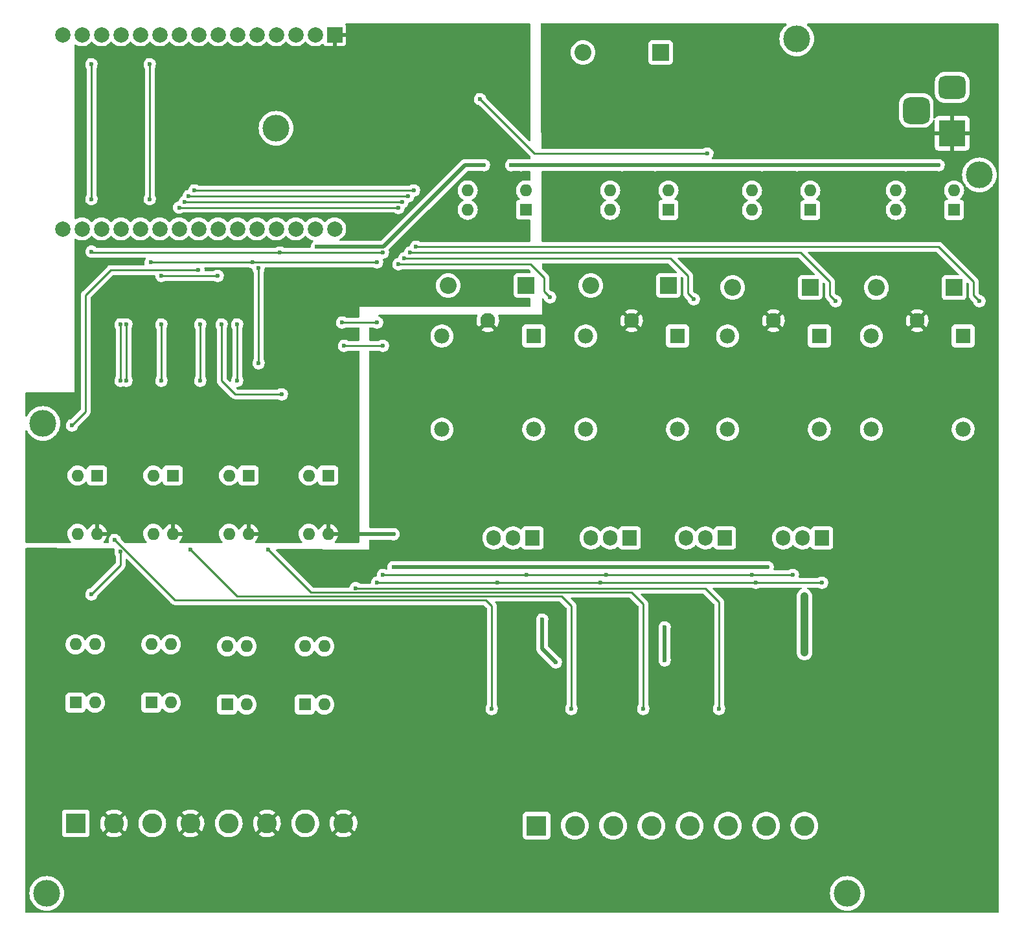
<source format=gbr>
%TF.GenerationSoftware,KiCad,Pcbnew,(6.0.9)*%
%TF.CreationDate,2022-12-14T22:51:07-08:00*%
%TF.ProjectId,halloween vending machine,68616c6c-6f77-4656-956e-2076656e6469,rev?*%
%TF.SameCoordinates,Original*%
%TF.FileFunction,Copper,L2,Bot*%
%TF.FilePolarity,Positive*%
%FSLAX46Y46*%
G04 Gerber Fmt 4.6, Leading zero omitted, Abs format (unit mm)*
G04 Created by KiCad (PCBNEW (6.0.9)) date 2022-12-14 22:51:07*
%MOMM*%
%LPD*%
G01*
G04 APERTURE LIST*
G04 Aperture macros list*
%AMRoundRect*
0 Rectangle with rounded corners*
0 $1 Rounding radius*
0 $2 $3 $4 $5 $6 $7 $8 $9 X,Y pos of 4 corners*
0 Add a 4 corners polygon primitive as box body*
4,1,4,$2,$3,$4,$5,$6,$7,$8,$9,$2,$3,0*
0 Add four circle primitives for the rounded corners*
1,1,$1+$1,$2,$3*
1,1,$1+$1,$4,$5*
1,1,$1+$1,$6,$7*
1,1,$1+$1,$8,$9*
0 Add four rect primitives between the rounded corners*
20,1,$1+$1,$2,$3,$4,$5,0*
20,1,$1+$1,$4,$5,$6,$7,0*
20,1,$1+$1,$6,$7,$8,$9,0*
20,1,$1+$1,$8,$9,$2,$3,0*%
G04 Aperture macros list end*
%TA.AperFunction,ComponentPad*%
%ADD10R,1.980000X1.980000*%
%TD*%
%TA.AperFunction,ComponentPad*%
%ADD11C,1.935000*%
%TD*%
%TA.AperFunction,ComponentPad*%
%ADD12C,1.980000*%
%TD*%
%TA.AperFunction,ComponentPad*%
%ADD13R,2.600000X2.600000*%
%TD*%
%TA.AperFunction,ComponentPad*%
%ADD14C,2.600000*%
%TD*%
%TA.AperFunction,ComponentPad*%
%ADD15R,1.600000X1.600000*%
%TD*%
%TA.AperFunction,ComponentPad*%
%ADD16O,1.600000X1.600000*%
%TD*%
%TA.AperFunction,ComponentPad*%
%ADD17R,2.200000X2.200000*%
%TD*%
%TA.AperFunction,ComponentPad*%
%ADD18O,2.200000X2.200000*%
%TD*%
%TA.AperFunction,ComponentPad*%
%ADD19R,2.000000X2.000000*%
%TD*%
%TA.AperFunction,ComponentPad*%
%ADD20C,2.000000*%
%TD*%
%TA.AperFunction,ComponentPad*%
%ADD21R,1.905000X2.000000*%
%TD*%
%TA.AperFunction,ComponentPad*%
%ADD22O,1.905000X2.000000*%
%TD*%
%TA.AperFunction,ComponentPad*%
%ADD23R,3.500000X3.500000*%
%TD*%
%TA.AperFunction,ComponentPad*%
%ADD24RoundRect,0.750000X-1.000000X0.750000X-1.000000X-0.750000X1.000000X-0.750000X1.000000X0.750000X0*%
%TD*%
%TA.AperFunction,ComponentPad*%
%ADD25RoundRect,0.875000X-0.875000X0.875000X-0.875000X-0.875000X0.875000X-0.875000X0.875000X0.875000X0*%
%TD*%
%TA.AperFunction,ViaPad*%
%ADD26C,3.500000*%
%TD*%
%TA.AperFunction,ViaPad*%
%ADD27C,0.600000*%
%TD*%
%TA.AperFunction,Conductor*%
%ADD28C,0.508000*%
%TD*%
%TA.AperFunction,Conductor*%
%ADD29C,0.254000*%
%TD*%
%TA.AperFunction,Conductor*%
%ADD30C,1.000000*%
%TD*%
G04 APERTURE END LIST*
D10*
%TO.P,K4,A1*%
%TO.N,+5V*%
X144176000Y-61210000D03*
D11*
%TO.P,K4,COM*%
%TO.N,+12V*%
X138176000Y-59210000D03*
D12*
%TO.P,K4,A2*%
%TO.N,Net-(D17-Pad2)*%
X132176000Y-61210000D03*
%TO.P,K4,NO*%
%TO.N,unconnected-(K4-PadNO)*%
X132176000Y-73410000D03*
%TO.P,K4,NC*%
%TO.N,/Motor_Start+_4*%
X144176000Y-73410000D03*
%TD*%
D10*
%TO.P,K3,A1*%
%TO.N,+5V*%
X125380000Y-61210000D03*
D11*
%TO.P,K3,COM*%
%TO.N,+12V*%
X119380000Y-59210000D03*
D12*
%TO.P,K3,A2*%
%TO.N,Net-(D16-Pad2)*%
X113380000Y-61210000D03*
%TO.P,K3,NO*%
%TO.N,unconnected-(K3-PadNO)*%
X113380000Y-73410000D03*
%TO.P,K3,NC*%
%TO.N,/Motor_Start+_3*%
X125380000Y-73410000D03*
%TD*%
D10*
%TO.P,K2,A1*%
%TO.N,+5V*%
X106838000Y-61210000D03*
D11*
%TO.P,K2,COM*%
%TO.N,+12V*%
X100838000Y-59210000D03*
D12*
%TO.P,K2,A2*%
%TO.N,Net-(D15-Pad2)*%
X94838000Y-61210000D03*
%TO.P,K2,NO*%
%TO.N,unconnected-(K2-PadNO)*%
X94838000Y-73410000D03*
%TO.P,K2,NC*%
%TO.N,/Motor_Start+_2*%
X106838000Y-73410000D03*
%TD*%
D10*
%TO.P,K1,A1*%
%TO.N,+5V*%
X88042000Y-61210000D03*
D11*
%TO.P,K1,COM*%
%TO.N,+12V*%
X82042000Y-59210000D03*
D12*
%TO.P,K1,A2*%
%TO.N,Net-(D11-Pad2)*%
X76042000Y-61210000D03*
%TO.P,K1,NO*%
%TO.N,unconnected-(K1-PadNO)*%
X76042000Y-73410000D03*
%TO.P,K1,NC*%
%TO.N,/Motor_Start+_1*%
X88042000Y-73410000D03*
%TD*%
D13*
%TO.P,J2,1,Pin_1*%
%TO.N,/Pedal_Return_1*%
X28180000Y-124968000D03*
D14*
%TO.P,J2,2,Pin_2*%
%TO.N,+12V*%
X33180000Y-124968000D03*
%TO.P,J2,3,Pin_3*%
%TO.N,/Pedal_Return_2*%
X38180000Y-124968000D03*
%TO.P,J2,4,Pin_4*%
%TO.N,+12V*%
X43180000Y-124968000D03*
%TO.P,J2,5,Pin_5*%
%TO.N,/Pedal_Return_3*%
X48180000Y-124968000D03*
%TO.P,J2,6,Pin_6*%
%TO.N,+12V*%
X53180000Y-124968000D03*
%TO.P,J2,7,Pin_7*%
%TO.N,/Pedal_Return_4*%
X58180000Y-124968000D03*
%TO.P,J2,8,Pin_8*%
%TO.N,+12V*%
X63180000Y-124968000D03*
%TD*%
D15*
%TO.P,U5,1*%
%TO.N,Net-(R8-Pad2)*%
X28149000Y-109159000D03*
D16*
%TO.P,U5,2*%
%TO.N,GND*%
X30689000Y-109159000D03*
%TO.P,U5,3*%
%TO.N,/Pedal_1_GPIO*%
X30689000Y-101539000D03*
%TO.P,U5,4*%
%TO.N,+3.3V*%
X28149000Y-101539000D03*
%TD*%
D13*
%TO.P,J3,1,Pin_1*%
%TO.N,/MOTOR_12V+_1*%
X88418000Y-125273000D03*
D14*
%TO.P,J3,2,Pin_2*%
%TO.N,/Motor-_1*%
X93418000Y-125273000D03*
%TO.P,J3,3,Pin_3*%
%TO.N,/MOTOR_12V+_2*%
X98418000Y-125273000D03*
%TO.P,J3,4,Pin_4*%
%TO.N,/Motor-_2*%
X103418000Y-125273000D03*
%TO.P,J3,5,Pin_5*%
%TO.N,/MOTOR_12V+_3*%
X108418000Y-125273000D03*
%TO.P,J3,6,Pin_6*%
%TO.N,/Motor-_3*%
X113418000Y-125273000D03*
%TO.P,J3,7,Pin_7*%
%TO.N,/MOTOR_12V+_4*%
X118418000Y-125273000D03*
%TO.P,J3,8,Pin_8*%
%TO.N,/Motor-_4*%
X123418000Y-125273000D03*
%TD*%
D15*
%TO.P,U12,1*%
%TO.N,Net-(R28-Pad1)*%
X142992000Y-44709000D03*
D16*
%TO.P,U12,2*%
%TO.N,Net-(D14-Pad2)*%
X142992000Y-42169000D03*
%TO.P,U12,3*%
%TO.N,Net-(R31-Pad1)*%
X135372000Y-42169000D03*
%TO.P,U12,4*%
%TO.N,+5V*%
X135372000Y-44709000D03*
%TD*%
D17*
%TO.P,D15,1,K*%
%TO.N,+5V*%
X105664000Y-54610000D03*
D18*
%TO.P,D15,2,A*%
%TO.N,Net-(D15-Pad2)*%
X95504000Y-54610000D03*
%TD*%
D15*
%TO.P,U13,1*%
%TO.N,Net-(R40-Pad2)*%
X30953000Y-79461000D03*
D16*
%TO.P,U13,2*%
%TO.N,GND*%
X28413000Y-79461000D03*
%TO.P,U13,3*%
%TO.N,/MOTOR_RUNNING_1*%
X28413000Y-87081000D03*
%TO.P,U13,4*%
%TO.N,+3.3V*%
X30953000Y-87081000D03*
%TD*%
D19*
%TO.P,U1,1,3V3*%
%TO.N,+3.3V*%
X62015000Y-21800000D03*
D20*
%TO.P,U1,2,GND*%
%TO.N,GND*%
X59475000Y-21800000D03*
%TO.P,U1,3,D15*%
%TO.N,unconnected-(U1-Pad3)*%
X56935000Y-21800000D03*
%TO.P,U1,4,D2*%
%TO.N,unconnected-(U1-Pad4)*%
X54395000Y-21800000D03*
%TO.P,U1,5,D4*%
%TO.N,unconnected-(U1-Pad5)*%
X51855000Y-21800000D03*
%TO.P,U1,6,RX2*%
%TO.N,/Relay4*%
X49315000Y-21800000D03*
%TO.P,U1,7,TX2*%
%TO.N,/Relay3*%
X46775000Y-21800000D03*
%TO.P,U1,8,D5*%
%TO.N,/Relay2*%
X44235000Y-21800000D03*
%TO.P,U1,9,D18*%
%TO.N,/Relay1*%
X41695000Y-21800000D03*
%TO.P,U1,10,D19*%
%TO.N,unconnected-(U1-Pad10)*%
X39155000Y-21800000D03*
%TO.P,U1,11,D21*%
%TO.N,/SDA*%
X36615000Y-21800000D03*
%TO.P,U1,12,RX0*%
%TO.N,unconnected-(U1-Pad12)*%
X34075000Y-21800000D03*
%TO.P,U1,13,TX0*%
%TO.N,unconnected-(U1-Pad13)*%
X31535000Y-21800000D03*
%TO.P,U1,14,D22*%
%TO.N,/SCL*%
X28995000Y-21800000D03*
%TO.P,U1,15,D23*%
%TO.N,unconnected-(U1-Pad15)*%
X26455000Y-21800000D03*
%TO.P,U1,16,EN*%
%TO.N,unconnected-(U1-Pad16)*%
X26455000Y-47200000D03*
%TO.P,U1,17,VP*%
%TO.N,unconnected-(U1-Pad17)*%
X28995000Y-47200000D03*
%TO.P,U1,18,VN*%
%TO.N,unconnected-(U1-Pad18)*%
X31535000Y-47200000D03*
%TO.P,U1,19,D34*%
%TO.N,/Pedal_1_GPIO*%
X34075000Y-47200000D03*
%TO.P,U1,20,D35*%
%TO.N,/Pedal_2_GPIO*%
X36615000Y-47200000D03*
%TO.P,U1,21,D32*%
%TO.N,/Pedal_3_GPIO*%
X39155000Y-47200000D03*
%TO.P,U1,22,D33*%
%TO.N,/Pedal_4_GPIO*%
X41695000Y-47200000D03*
%TO.P,U1,23,D25*%
%TO.N,/MOTOR_RUNNING_1*%
X44235000Y-47200000D03*
%TO.P,U1,24,D26*%
%TO.N,/MOTOR_RUNNING_2*%
X46775000Y-47200000D03*
%TO.P,U1,25,D27*%
%TO.N,/MOTOR_RUNNING_3*%
X49315000Y-47200000D03*
%TO.P,U1,26,D14*%
%TO.N,/MOTOR_RUNNING_4*%
X51855000Y-47200000D03*
%TO.P,U1,27,D12*%
%TO.N,unconnected-(U1-Pad27)*%
X54395000Y-47200000D03*
%TO.P,U1,28,D13*%
%TO.N,unconnected-(U1-Pad28)*%
X56935000Y-47200000D03*
%TO.P,U1,29,GND*%
%TO.N,GND*%
X59475000Y-47200000D03*
%TO.P,U1,30,VIN*%
%TO.N,/ESP32_5V+*%
X62015000Y-47200000D03*
%TD*%
D17*
%TO.P,D17,1,K*%
%TO.N,+5V*%
X143002000Y-54892000D03*
D18*
%TO.P,D17,2,A*%
%TO.N,Net-(D17-Pad2)*%
X132842000Y-54892000D03*
%TD*%
D15*
%TO.P,U7,1*%
%TO.N,Net-(R12-Pad2)*%
X47961000Y-109413000D03*
D16*
%TO.P,U7,2*%
%TO.N,GND*%
X50501000Y-109413000D03*
%TO.P,U7,3*%
%TO.N,/Pedal_3_GPIO*%
X50501000Y-101793000D03*
%TO.P,U7,4*%
%TO.N,+3.3V*%
X47961000Y-101793000D03*
%TD*%
D15*
%TO.P,U11,1*%
%TO.N,Net-(R27-Pad1)*%
X124196000Y-44737000D03*
D16*
%TO.P,U11,2*%
%TO.N,Net-(D13-Pad2)*%
X124196000Y-42197000D03*
%TO.P,U11,3*%
%TO.N,Net-(R30-Pad1)*%
X116576000Y-42197000D03*
%TO.P,U11,4*%
%TO.N,+5V*%
X116576000Y-44737000D03*
%TD*%
D21*
%TO.P,Q5,1,A1*%
%TO.N,GND*%
X113030000Y-87630000D03*
D22*
%TO.P,Q5,2,A2*%
%TO.N,/Motor-_3*%
X110490000Y-87630000D03*
%TO.P,Q5,3,G*%
%TO.N,Net-(Q5-Pad3)*%
X107950000Y-87630000D03*
%TD*%
D15*
%TO.P,U10,1*%
%TO.N,Net-(R26-Pad1)*%
X105654000Y-44709000D03*
D16*
%TO.P,U10,2*%
%TO.N,Net-(D12-Pad2)*%
X105654000Y-42169000D03*
%TO.P,U10,3*%
%TO.N,Net-(R29-Pad1)*%
X98034000Y-42169000D03*
%TO.P,U10,4*%
%TO.N,+5V*%
X98034000Y-44709000D03*
%TD*%
D15*
%TO.P,U6,1*%
%TO.N,Net-(R10-Pad2)*%
X38055000Y-109159000D03*
D16*
%TO.P,U6,2*%
%TO.N,GND*%
X40595000Y-109159000D03*
%TO.P,U6,3*%
%TO.N,/Pedal_2_GPIO*%
X40595000Y-101539000D03*
%TO.P,U6,4*%
%TO.N,+3.3V*%
X38055000Y-101539000D03*
%TD*%
D17*
%TO.P,D1,1,K*%
%TO.N,Net-(D1-Pad1)*%
X104648000Y-24130000D03*
D18*
%TO.P,D1,2,A*%
%TO.N,GND*%
X94488000Y-24130000D03*
%TD*%
D15*
%TO.P,U9,1*%
%TO.N,Net-(R24-Pad1)*%
X87026000Y-44700000D03*
D16*
%TO.P,U9,2*%
%TO.N,Net-(D10-Pad2)*%
X87026000Y-42160000D03*
%TO.P,U9,3*%
%TO.N,Net-(R25-Pad1)*%
X79406000Y-42160000D03*
%TO.P,U9,4*%
%TO.N,+5V*%
X79406000Y-44700000D03*
%TD*%
D15*
%TO.P,U8,1*%
%TO.N,Net-(R14-Pad2)*%
X58121000Y-109413000D03*
D16*
%TO.P,U8,2*%
%TO.N,GND*%
X60661000Y-109413000D03*
%TO.P,U8,3*%
%TO.N,/Pedal_4_GPIO*%
X60661000Y-101793000D03*
%TO.P,U8,4*%
%TO.N,+3.3V*%
X58121000Y-101793000D03*
%TD*%
D17*
%TO.P,D11,1,K*%
%TO.N,+5V*%
X87026000Y-54606000D03*
D18*
%TO.P,D11,2,A*%
%TO.N,Net-(D11-Pad2)*%
X76866000Y-54606000D03*
%TD*%
D23*
%TO.P,J1,1*%
%TO.N,+12V*%
X142748000Y-34702000D03*
D24*
%TO.P,J1,2*%
%TO.N,GND*%
X142748000Y-28702000D03*
D25*
%TO.P,J1,3*%
%TO.N,N/C*%
X138048000Y-31702000D03*
%TD*%
D15*
%TO.P,U15,1*%
%TO.N,Net-(R44-Pad2)*%
X50765000Y-79461000D03*
D16*
%TO.P,U15,2*%
%TO.N,GND*%
X48225000Y-79461000D03*
%TO.P,U15,3*%
%TO.N,/MOTOR_RUNNING_3*%
X48225000Y-87081000D03*
%TO.P,U15,4*%
%TO.N,+3.3V*%
X50765000Y-87081000D03*
%TD*%
D21*
%TO.P,Q7,1,A1*%
%TO.N,GND*%
X87884000Y-87630000D03*
D22*
%TO.P,Q7,2,A2*%
%TO.N,/Motor-_1*%
X85344000Y-87630000D03*
%TO.P,Q7,3,G*%
%TO.N,Net-(Q7-Pad3)*%
X82804000Y-87630000D03*
%TD*%
D21*
%TO.P,Q8,1,A1*%
%TO.N,GND*%
X100584000Y-87630000D03*
D22*
%TO.P,Q8,2,A2*%
%TO.N,/Motor-_2*%
X98044000Y-87630000D03*
%TO.P,Q8,3,G*%
%TO.N,Net-(Q8-Pad3)*%
X95504000Y-87630000D03*
%TD*%
D15*
%TO.P,U14,1*%
%TO.N,Net-(R42-Pad2)*%
X40859000Y-79461000D03*
D16*
%TO.P,U14,2*%
%TO.N,GND*%
X38319000Y-79461000D03*
%TO.P,U14,3*%
%TO.N,/MOTOR_RUNNING_2*%
X38319000Y-87081000D03*
%TO.P,U14,4*%
%TO.N,+3.3V*%
X40859000Y-87081000D03*
%TD*%
D17*
%TO.P,D16,1,K*%
%TO.N,+5V*%
X124206000Y-54864000D03*
D18*
%TO.P,D16,2,A*%
%TO.N,Net-(D16-Pad2)*%
X114046000Y-54864000D03*
%TD*%
D15*
%TO.P,U16,1*%
%TO.N,Net-(R46-Pad2)*%
X61179000Y-79461000D03*
D16*
%TO.P,U16,2*%
%TO.N,GND*%
X58639000Y-79461000D03*
%TO.P,U16,3*%
%TO.N,/MOTOR_RUNNING_4*%
X58639000Y-87081000D03*
%TO.P,U16,4*%
%TO.N,+3.3V*%
X61179000Y-87081000D03*
%TD*%
D21*
%TO.P,Q6,1,A1*%
%TO.N,GND*%
X125730000Y-87630000D03*
D22*
%TO.P,Q6,2,A2*%
%TO.N,/Motor-_4*%
X123190000Y-87630000D03*
%TO.P,Q6,3,G*%
%TO.N,Net-(Q6-Pad3)*%
X120650000Y-87630000D03*
%TD*%
D26*
%TO.N,GND*%
X23876000Y-72644000D03*
D27*
%TO.N,+12V*%
X98044000Y-34544000D03*
D26*
%TO.N,GND*%
X54356000Y-34036000D03*
X122428000Y-22352000D03*
X146304000Y-40132000D03*
X129032000Y-134112000D03*
X24384000Y-134112000D03*
D27*
%TO.N,+12V*%
X119126000Y-36576000D03*
X116332000Y-33274000D03*
X130048000Y-36576000D03*
X98552000Y-101854000D03*
X114300000Y-104394000D03*
X94488000Y-105156000D03*
X91948000Y-102108000D03*
X104394000Y-97790000D03*
X119888000Y-102362000D03*
%TO.N,+5V*%
X136652000Y-38862000D03*
X85090000Y-38862000D03*
X99568000Y-38862000D03*
X59690000Y-49530000D03*
X79248000Y-38862000D03*
X103886000Y-38862000D03*
X122428000Y-38862000D03*
X81534000Y-38862000D03*
X86360000Y-38862000D03*
X140970000Y-38862000D03*
X117856000Y-38862000D03*
%TO.N,Net-(R2-Pad2)*%
X81026000Y-30226000D03*
X110744000Y-37338000D03*
%TO.N,+3.3V*%
X57912000Y-56642000D03*
X100584000Y-91440000D03*
X85090000Y-91440000D03*
X118618000Y-91440000D03*
X69723000Y-55372000D03*
X69723000Y-91440000D03*
X62611000Y-64008000D03*
X69723000Y-87122000D03*
X63246000Y-55118000D03*
%TO.N,/SDA*%
X125730000Y-93472000D03*
X67564000Y-51562000D03*
X37846000Y-25654000D03*
X96774000Y-93472000D03*
X67564000Y-59436000D03*
X62992000Y-59436000D03*
X37973000Y-51562000D03*
X83312000Y-93472000D03*
X37846000Y-43307000D03*
X51308000Y-51562000D03*
X67564000Y-93472000D03*
X117094000Y-93472000D03*
%TO.N,/SCL*%
X68326000Y-50292000D03*
X121920000Y-92456000D03*
X116586000Y-92456000D03*
X68326000Y-92456000D03*
X54864000Y-50292000D03*
X63246000Y-62484000D03*
X87122000Y-92456000D03*
X30226000Y-43307000D03*
X97536000Y-92456000D03*
X68326000Y-62484000D03*
X30249000Y-50188000D03*
X30226000Y-25654000D03*
%TO.N,/Pedal_1_GPIO*%
X34036000Y-59690000D03*
X34036000Y-89408000D03*
X34036000Y-67056000D03*
X30226000Y-94996000D03*
%TO.N,/Pedal_2_GPIO*%
X34798000Y-67056000D03*
X34798000Y-59690000D03*
%TO.N,/Pedal_3_GPIO*%
X44450000Y-67056000D03*
X44450000Y-59690000D03*
%TO.N,/Pedal_4_GPIO*%
X55118000Y-68834000D03*
X47244000Y-59690000D03*
%TO.N,/Relay1*%
X70358000Y-44450000D03*
X90170000Y-56134000D03*
X70358000Y-51816000D03*
X41695000Y-44411000D03*
%TO.N,/Motor-_1*%
X89154000Y-98298000D03*
X90932000Y-103886000D03*
%TO.N,/Motor-_2*%
X105156000Y-103632000D03*
X105156000Y-99314000D03*
%TO.N,/Motor-_4*%
X123444000Y-102616000D03*
X123418000Y-95276000D03*
%TO.N,/Relay2*%
X42418000Y-43688000D03*
X71120000Y-51054000D03*
X70866000Y-43688000D03*
X108966000Y-56388000D03*
%TO.N,/Relay3*%
X71882000Y-50292000D03*
X71628000Y-42926000D03*
X127508000Y-56642000D03*
X42926000Y-42926000D03*
%TO.N,/Relay4*%
X146304000Y-56642000D03*
X72390000Y-42164000D03*
X43688000Y-42164000D03*
X72644000Y-49530000D03*
%TO.N,/MOTOR_RUNNING_1*%
X27686000Y-72898000D03*
X44196000Y-52578000D03*
%TO.N,/MOTOR_RUNNING_2*%
X46736000Y-53340000D03*
X39370000Y-67056000D03*
X39370000Y-59690000D03*
X39370000Y-53340000D03*
%TO.N,/MOTOR_RUNNING_3*%
X49276000Y-59690000D03*
X49276000Y-67056000D03*
%TO.N,/MOTOR_RUNNING_4*%
X52070000Y-52324000D03*
X52070000Y-64770000D03*
%TO.N,Net-(R40-Pad2)*%
X33274000Y-87884000D03*
X82550000Y-109982000D03*
%TO.N,Net-(R42-Pad2)*%
X92964000Y-109982000D03*
X43180000Y-89154000D03*
%TO.N,Net-(R44-Pad2)*%
X102362000Y-109982000D03*
X53340000Y-89154000D03*
%TO.N,Net-(R46-Pad2)*%
X112268000Y-109982000D03*
X64770000Y-94188500D03*
%TD*%
D28*
%TO.N,+5V*%
X122428000Y-38862000D02*
X136652000Y-38862000D01*
X68396525Y-49530000D02*
X79064524Y-38862000D01*
X103886000Y-38862000D02*
X117856000Y-38862000D01*
X59690000Y-49530000D02*
X68396525Y-49530000D01*
X79248000Y-38862000D02*
X81534000Y-38862000D01*
X117856000Y-38862000D02*
X122428000Y-38862000D01*
X136652000Y-38862000D02*
X140970000Y-38862000D01*
X85090000Y-38862000D02*
X86360000Y-38862000D01*
X99568000Y-38862000D02*
X103886000Y-38862000D01*
D29*
X79064524Y-38862000D02*
X79248000Y-38862000D01*
D28*
X86360000Y-38862000D02*
X99568000Y-38862000D01*
D29*
%TO.N,Net-(R2-Pad2)*%
X110744000Y-37338000D02*
X88138000Y-37338000D01*
X88138000Y-37338000D02*
X81026000Y-30226000D01*
D28*
%TO.N,+3.3V*%
X30953000Y-87081000D02*
X30953000Y-85379000D01*
X50765000Y-85379000D02*
X51562000Y-84582000D01*
X100584000Y-91440000D02*
X118618000Y-91440000D01*
X85090000Y-91440000D02*
X100584000Y-91440000D01*
X69723000Y-91440000D02*
X85090000Y-91440000D01*
X41656000Y-84582000D02*
X51562000Y-84582000D01*
X61179000Y-87081000D02*
X69682000Y-87081000D01*
X51562000Y-84582000D02*
X60198000Y-84582000D01*
X60198000Y-84582000D02*
X61179000Y-85563000D01*
X69682000Y-87081000D02*
X69723000Y-87122000D01*
X40859000Y-87081000D02*
X40859000Y-85379000D01*
X31750000Y-84582000D02*
X41656000Y-84582000D01*
X30953000Y-85379000D02*
X31750000Y-84582000D01*
X40859000Y-85379000D02*
X41656000Y-84582000D01*
X61179000Y-85563000D02*
X61179000Y-87081000D01*
X50765000Y-87081000D02*
X50765000Y-85379000D01*
D29*
%TO.N,/SDA*%
X83312000Y-93472000D02*
X96774000Y-93472000D01*
X67564000Y-59436000D02*
X62992000Y-59436000D01*
X96774000Y-93472000D02*
X117094000Y-93472000D01*
X37846000Y-43307000D02*
X37846000Y-25654000D01*
X117094000Y-93472000D02*
X125730000Y-93472000D01*
X37973000Y-51562000D02*
X51308000Y-51562000D01*
X67564000Y-93472000D02*
X83312000Y-93472000D01*
X51308000Y-51562000D02*
X67564000Y-51562000D01*
%TO.N,/SCL*%
X97536000Y-92456000D02*
X116586000Y-92456000D01*
X116586000Y-92456000D02*
X121920000Y-92456000D01*
X68326000Y-92456000D02*
X87122000Y-92456000D01*
X63246000Y-62484000D02*
X68326000Y-62484000D01*
X68326000Y-50292000D02*
X54864000Y-50292000D01*
X30353000Y-50292000D02*
X54864000Y-50292000D01*
X30353000Y-50292000D02*
X30249000Y-50188000D01*
X87122000Y-92456000D02*
X97536000Y-92456000D01*
X30226000Y-43307000D02*
X30226000Y-25654000D01*
%TO.N,/Pedal_1_GPIO*%
X34036000Y-89408000D02*
X34036000Y-91186000D01*
X34036000Y-67056000D02*
X34036000Y-59690000D01*
X34036000Y-91186000D02*
X30226000Y-94996000D01*
%TO.N,/Pedal_2_GPIO*%
X34798000Y-67056000D02*
X34798000Y-59690000D01*
%TO.N,/Pedal_3_GPIO*%
X44450000Y-67056000D02*
X44450000Y-59690000D01*
%TO.N,/Pedal_4_GPIO*%
X49022000Y-68834000D02*
X55118000Y-68834000D01*
X47244000Y-67056000D02*
X47244000Y-59690000D01*
X49022000Y-68834000D02*
X47244000Y-67056000D01*
%TO.N,/Relay1*%
X70358000Y-51816000D02*
X87630000Y-51816000D01*
X89408000Y-53594000D02*
X89408000Y-55372000D01*
X41695000Y-44411000D02*
X70319000Y-44411000D01*
X70319000Y-44411000D02*
X70358000Y-44450000D01*
X89408000Y-55372000D02*
X90170000Y-56134000D01*
X87630000Y-51816000D02*
X89408000Y-53594000D01*
D28*
%TO.N,/Motor-_1*%
X89154000Y-102108000D02*
X89154000Y-98298000D01*
X90932000Y-103886000D02*
X89154000Y-102108000D01*
%TO.N,/Motor-_2*%
X105156000Y-103632000D02*
X105156000Y-99314000D01*
D30*
%TO.N,/Motor-_4*%
X123444000Y-95302000D02*
X123418000Y-95276000D01*
X123444000Y-102616000D02*
X123444000Y-95302000D01*
D29*
%TO.N,/Relay2*%
X105918000Y-51054000D02*
X108204000Y-53340000D01*
X108204000Y-55626000D02*
X108966000Y-56388000D01*
X42418000Y-43688000D02*
X70866000Y-43688000D01*
X108204000Y-53340000D02*
X108204000Y-55626000D01*
X71120000Y-51054000D02*
X105918000Y-51054000D01*
%TO.N,/Relay3*%
X126746000Y-55880000D02*
X127508000Y-56642000D01*
X126746000Y-54102000D02*
X126746000Y-55880000D01*
X122936000Y-50292000D02*
X126746000Y-54102000D01*
X71628000Y-42926000D02*
X42926000Y-42926000D01*
X71882000Y-50292000D02*
X122936000Y-50292000D01*
%TO.N,/Relay4*%
X43688000Y-42164000D02*
X72390000Y-42164000D01*
X140970000Y-49530000D02*
X145542000Y-54102000D01*
X145542000Y-55880000D02*
X146304000Y-56642000D01*
X72644000Y-49530000D02*
X140970000Y-49530000D01*
X145542000Y-54102000D02*
X145542000Y-55880000D01*
%TO.N,/MOTOR_RUNNING_1*%
X29464000Y-71120000D02*
X27686000Y-72898000D01*
X29464000Y-55880000D02*
X29464000Y-71120000D01*
X44196000Y-52578000D02*
X32766000Y-52578000D01*
X32766000Y-52578000D02*
X29464000Y-55880000D01*
%TO.N,/MOTOR_RUNNING_2*%
X39370000Y-53340000D02*
X46736000Y-53340000D01*
X39370000Y-67056000D02*
X39370000Y-59690000D01*
%TO.N,/MOTOR_RUNNING_3*%
X49276000Y-67056000D02*
X49276000Y-59690000D01*
%TO.N,/MOTOR_RUNNING_4*%
X52070000Y-59690000D02*
X52070000Y-52324000D01*
X52070000Y-64770000D02*
X52070000Y-59690000D01*
%TO.N,Net-(R40-Pad2)*%
X33295475Y-87884000D02*
X33274000Y-87884000D01*
X41169475Y-95758000D02*
X33295475Y-87884000D01*
X81788000Y-95758000D02*
X82550000Y-96520000D01*
X41169475Y-95758000D02*
X81788000Y-95758000D01*
X82550000Y-96520000D02*
X82550000Y-109982000D01*
%TO.N,Net-(R42-Pad2)*%
X91694000Y-95250000D02*
X92964000Y-96520000D01*
X49276000Y-95250000D02*
X43180000Y-89154000D01*
X49276000Y-95250000D02*
X91694000Y-95250000D01*
X92964000Y-96520000D02*
X92964000Y-109982000D01*
%TO.N,Net-(R44-Pad2)*%
X102362000Y-96266000D02*
X102362000Y-109982000D01*
X58928000Y-94742000D02*
X100838000Y-94742000D01*
X100838000Y-94742000D02*
X102362000Y-96266000D01*
X58928000Y-94742000D02*
X53340000Y-89154000D01*
%TO.N,Net-(R46-Pad2)*%
X110490000Y-94234000D02*
X112268000Y-96012000D01*
X112268000Y-96012000D02*
X112268000Y-109982000D01*
X64770000Y-94188500D02*
X64815500Y-94234000D01*
X64815500Y-94234000D02*
X110490000Y-94234000D01*
%TD*%
%TA.AperFunction,Conductor*%
%TO.N,+3.3V*%
G36*
X87572121Y-20340502D02*
G01*
X87618614Y-20394158D01*
X87630000Y-20446500D01*
X87630000Y-35627078D01*
X87609998Y-35695199D01*
X87556342Y-35741692D01*
X87486068Y-35751796D01*
X87421488Y-35722302D01*
X87414905Y-35716173D01*
X84872494Y-33173761D01*
X81860064Y-30161331D01*
X81826038Y-30099019D01*
X81823944Y-30086282D01*
X81820182Y-30052743D01*
X81820182Y-30052742D01*
X81819397Y-30045745D01*
X81817080Y-30039091D01*
X81762064Y-29881106D01*
X81762062Y-29881103D01*
X81759745Y-29874448D01*
X81663626Y-29720624D01*
X81649941Y-29706843D01*
X81540778Y-29596915D01*
X81540774Y-29596912D01*
X81535815Y-29591918D01*
X81524697Y-29584862D01*
X81476538Y-29554300D01*
X81382666Y-29494727D01*
X81353463Y-29484328D01*
X81218425Y-29436243D01*
X81218420Y-29436242D01*
X81211790Y-29433881D01*
X81204802Y-29433048D01*
X81204799Y-29433047D01*
X81081698Y-29418368D01*
X81031680Y-29412404D01*
X81024677Y-29413140D01*
X81024676Y-29413140D01*
X80858288Y-29430628D01*
X80858286Y-29430629D01*
X80851288Y-29431364D01*
X80679579Y-29489818D01*
X80673575Y-29493512D01*
X80531095Y-29581166D01*
X80531092Y-29581168D01*
X80525088Y-29584862D01*
X80520053Y-29589793D01*
X80520050Y-29589795D01*
X80400525Y-29706843D01*
X80395493Y-29711771D01*
X80297235Y-29864238D01*
X80294826Y-29870858D01*
X80294824Y-29870861D01*
X80237606Y-30028066D01*
X80235197Y-30034685D01*
X80212463Y-30214640D01*
X80230163Y-30395160D01*
X80287418Y-30567273D01*
X80381380Y-30722424D01*
X80507382Y-30852902D01*
X80659159Y-30952222D01*
X80665763Y-30954678D01*
X80665765Y-30954679D01*
X80744164Y-30983835D01*
X80829168Y-31015448D01*
X80836151Y-31016380D01*
X80836152Y-31016380D01*
X80887924Y-31023288D01*
X80952801Y-31052124D01*
X80960354Y-31059086D01*
X87593095Y-37691828D01*
X87627121Y-37754140D01*
X87630000Y-37780923D01*
X87630000Y-37973500D01*
X87609998Y-38041621D01*
X87556342Y-38088114D01*
X87504000Y-38099500D01*
X86650733Y-38099500D01*
X86608466Y-38092199D01*
X86552424Y-38072243D01*
X86552422Y-38072243D01*
X86545790Y-38069881D01*
X86538802Y-38069048D01*
X86538799Y-38069047D01*
X86415698Y-38054368D01*
X86365680Y-38048404D01*
X86358677Y-38049140D01*
X86358676Y-38049140D01*
X86192288Y-38066628D01*
X86192286Y-38066629D01*
X86185288Y-38067364D01*
X86124335Y-38088114D01*
X86110634Y-38092778D01*
X86070029Y-38099500D01*
X85380733Y-38099500D01*
X85338466Y-38092199D01*
X85282424Y-38072243D01*
X85282422Y-38072243D01*
X85275790Y-38069881D01*
X85268802Y-38069048D01*
X85268799Y-38069047D01*
X85145698Y-38054368D01*
X85095680Y-38048404D01*
X85088677Y-38049140D01*
X85088676Y-38049140D01*
X84922288Y-38066628D01*
X84922286Y-38066629D01*
X84915288Y-38067364D01*
X84743579Y-38125818D01*
X84737575Y-38129512D01*
X84595095Y-38217166D01*
X84595092Y-38217168D01*
X84589088Y-38220862D01*
X84584053Y-38225793D01*
X84584050Y-38225795D01*
X84464525Y-38342843D01*
X84459493Y-38347771D01*
X84361235Y-38500238D01*
X84358826Y-38506858D01*
X84358824Y-38506861D01*
X84308455Y-38645249D01*
X84299197Y-38670685D01*
X84276463Y-38850640D01*
X84294163Y-39031160D01*
X84351418Y-39203273D01*
X84355065Y-39209295D01*
X84355066Y-39209297D01*
X84365978Y-39227314D01*
X84445380Y-39358424D01*
X84571382Y-39488902D01*
X84577278Y-39492760D01*
X84662357Y-39548434D01*
X84723159Y-39588222D01*
X84729763Y-39590678D01*
X84729765Y-39590679D01*
X84886558Y-39648990D01*
X84886560Y-39648990D01*
X84893168Y-39651448D01*
X84968098Y-39661446D01*
X85065980Y-39674507D01*
X85065984Y-39674507D01*
X85072961Y-39675438D01*
X85079972Y-39674800D01*
X85079976Y-39674800D01*
X85226702Y-39661446D01*
X85253600Y-39658998D01*
X85260302Y-39656820D01*
X85260304Y-39656820D01*
X85340794Y-39630667D01*
X85379730Y-39624500D01*
X86068035Y-39624500D01*
X86111955Y-39632403D01*
X86156558Y-39648991D01*
X86156568Y-39648994D01*
X86163168Y-39651448D01*
X86170149Y-39652379D01*
X86170151Y-39652380D01*
X86335980Y-39674507D01*
X86335984Y-39674507D01*
X86342961Y-39675438D01*
X86349972Y-39674800D01*
X86349976Y-39674800D01*
X86496702Y-39661446D01*
X86523600Y-39658998D01*
X86530302Y-39656820D01*
X86530304Y-39656820D01*
X86610794Y-39630667D01*
X86649730Y-39624500D01*
X87504000Y-39624500D01*
X87572121Y-39644502D01*
X87618614Y-39698158D01*
X87630000Y-39750500D01*
X87630000Y-40802976D01*
X87609998Y-40871097D01*
X87556342Y-40917590D01*
X87486068Y-40927694D01*
X87471389Y-40924683D01*
X87259402Y-40867881D01*
X87259400Y-40867881D01*
X87254087Y-40866457D01*
X87026000Y-40846502D01*
X86797913Y-40866457D01*
X86792600Y-40867881D01*
X86792598Y-40867881D01*
X86582067Y-40924293D01*
X86582065Y-40924294D01*
X86576757Y-40925716D01*
X86571776Y-40928039D01*
X86571775Y-40928039D01*
X86374238Y-41020151D01*
X86374233Y-41020154D01*
X86369251Y-41022477D01*
X86264389Y-41095902D01*
X86186211Y-41150643D01*
X86186208Y-41150645D01*
X86181700Y-41153802D01*
X86019802Y-41315700D01*
X86016645Y-41320208D01*
X86016643Y-41320211D01*
X85978810Y-41374243D01*
X85888477Y-41503251D01*
X85886154Y-41508233D01*
X85886151Y-41508238D01*
X85816026Y-41658624D01*
X85791716Y-41710757D01*
X85790294Y-41716065D01*
X85790293Y-41716067D01*
X85766070Y-41806469D01*
X85732457Y-41931913D01*
X85712502Y-42160000D01*
X85732457Y-42388087D01*
X85791716Y-42609243D01*
X85794039Y-42614224D01*
X85794039Y-42614225D01*
X85886151Y-42811762D01*
X85886154Y-42811767D01*
X85888477Y-42816749D01*
X85957021Y-42914640D01*
X85990505Y-42962459D01*
X86019802Y-43004300D01*
X86181700Y-43166198D01*
X86186211Y-43169357D01*
X86190424Y-43172892D01*
X86189473Y-43174026D01*
X86229471Y-43224071D01*
X86236776Y-43294690D01*
X86204742Y-43358049D01*
X86143538Y-43394030D01*
X86126483Y-43397082D01*
X86115684Y-43398255D01*
X85979295Y-43449385D01*
X85862739Y-43536739D01*
X85775385Y-43653295D01*
X85724255Y-43789684D01*
X85717500Y-43851866D01*
X85717500Y-45548134D01*
X85724255Y-45610316D01*
X85775385Y-45746705D01*
X85862739Y-45863261D01*
X85979295Y-45950615D01*
X86115684Y-46001745D01*
X86177866Y-46008500D01*
X87504000Y-46008500D01*
X87572121Y-46028502D01*
X87618614Y-46082158D01*
X87630000Y-46134500D01*
X87630000Y-48768500D01*
X87609998Y-48836621D01*
X87556342Y-48883114D01*
X87504000Y-48894500D01*
X73188188Y-48894500D01*
X73120674Y-48874885D01*
X73006615Y-48802502D01*
X73006613Y-48802501D01*
X73000666Y-48798727D01*
X72986880Y-48793818D01*
X72836425Y-48740243D01*
X72836420Y-48740242D01*
X72829790Y-48737881D01*
X72822802Y-48737048D01*
X72822799Y-48737047D01*
X72696223Y-48721954D01*
X72649680Y-48716404D01*
X72642677Y-48717140D01*
X72642676Y-48717140D01*
X72476288Y-48734628D01*
X72476286Y-48734629D01*
X72469288Y-48735364D01*
X72297579Y-48793818D01*
X72235109Y-48832250D01*
X72149095Y-48885166D01*
X72149092Y-48885168D01*
X72143088Y-48888862D01*
X72138056Y-48893790D01*
X72138050Y-48893795D01*
X72018525Y-49010843D01*
X72013493Y-49015771D01*
X71915235Y-49168238D01*
X71853197Y-49338685D01*
X71847361Y-49384881D01*
X71818981Y-49449954D01*
X71759922Y-49489356D01*
X71735526Y-49494396D01*
X71714289Y-49496628D01*
X71714288Y-49496628D01*
X71707288Y-49497364D01*
X71535579Y-49555818D01*
X71473109Y-49594250D01*
X71387095Y-49647166D01*
X71387092Y-49647168D01*
X71381088Y-49650862D01*
X71376053Y-49655793D01*
X71376050Y-49655795D01*
X71256525Y-49772843D01*
X71251493Y-49777771D01*
X71153235Y-49930238D01*
X71150826Y-49936858D01*
X71150824Y-49936861D01*
X71094606Y-50091319D01*
X71091197Y-50100685D01*
X71085361Y-50146881D01*
X71056981Y-50211954D01*
X70997922Y-50251356D01*
X70973526Y-50256396D01*
X70952289Y-50258628D01*
X70952288Y-50258628D01*
X70945288Y-50259364D01*
X70773579Y-50317818D01*
X70721023Y-50350151D01*
X70625095Y-50409166D01*
X70625092Y-50409168D01*
X70619088Y-50412862D01*
X70614053Y-50417793D01*
X70614050Y-50417795D01*
X70500213Y-50529273D01*
X70489493Y-50539771D01*
X70391235Y-50692238D01*
X70388826Y-50698858D01*
X70388824Y-50698861D01*
X70345184Y-50818760D01*
X70329197Y-50862685D01*
X70323361Y-50908881D01*
X70294981Y-50973954D01*
X70235922Y-51013356D01*
X70211526Y-51018396D01*
X70190289Y-51020628D01*
X70190288Y-51020628D01*
X70183288Y-51021364D01*
X70011579Y-51079818D01*
X69969935Y-51105438D01*
X69863095Y-51171166D01*
X69863092Y-51171168D01*
X69857088Y-51174862D01*
X69852053Y-51179793D01*
X69852050Y-51179795D01*
X69732525Y-51296843D01*
X69727493Y-51301771D01*
X69629235Y-51454238D01*
X69626826Y-51460858D01*
X69626824Y-51460861D01*
X69581744Y-51584717D01*
X69567197Y-51624685D01*
X69544463Y-51804640D01*
X69562163Y-51985160D01*
X69619418Y-52157273D01*
X69623065Y-52163295D01*
X69623066Y-52163297D01*
X69707641Y-52302947D01*
X69713380Y-52312424D01*
X69718269Y-52317487D01*
X69718270Y-52317488D01*
X69770532Y-52371606D01*
X69839382Y-52442902D01*
X69908918Y-52488405D01*
X69966987Y-52526404D01*
X69991159Y-52542222D01*
X69997763Y-52544678D01*
X69997765Y-52544679D01*
X70154558Y-52602990D01*
X70154560Y-52602990D01*
X70161168Y-52605448D01*
X70244995Y-52616633D01*
X70333980Y-52628507D01*
X70333984Y-52628507D01*
X70340961Y-52629438D01*
X70347972Y-52628800D01*
X70347976Y-52628800D01*
X70490459Y-52615832D01*
X70521600Y-52612998D01*
X70528302Y-52610820D01*
X70528304Y-52610820D01*
X70687409Y-52559124D01*
X70687412Y-52559123D01*
X70694108Y-52556947D01*
X70792151Y-52498502D01*
X70841186Y-52469271D01*
X70905703Y-52451500D01*
X87314578Y-52451500D01*
X87382699Y-52471502D01*
X87403673Y-52488405D01*
X87593095Y-52677827D01*
X87627121Y-52740139D01*
X87630000Y-52766922D01*
X87630000Y-52871500D01*
X87609998Y-52939621D01*
X87556342Y-52986114D01*
X87504000Y-52997500D01*
X85877866Y-52997500D01*
X85815684Y-53004255D01*
X85679295Y-53055385D01*
X85562739Y-53142739D01*
X85475385Y-53259295D01*
X85424255Y-53395684D01*
X85417500Y-53457866D01*
X85417500Y-55754134D01*
X85424255Y-55816316D01*
X85475385Y-55952705D01*
X85562739Y-56069261D01*
X85679295Y-56156615D01*
X85815684Y-56207745D01*
X85877866Y-56214500D01*
X87504000Y-56214500D01*
X87572121Y-56234502D01*
X87618614Y-56288158D01*
X87630000Y-56340500D01*
X87630000Y-57278193D01*
X87609998Y-57346314D01*
X87556342Y-57392807D01*
X87504194Y-57404193D01*
X65296114Y-57438322D01*
X65296113Y-57438322D01*
X65278000Y-57438350D01*
X65278000Y-58674500D01*
X65257998Y-58742621D01*
X65204342Y-58789114D01*
X65152000Y-58800500D01*
X63536188Y-58800500D01*
X63468674Y-58780885D01*
X63354615Y-58708502D01*
X63354613Y-58708501D01*
X63348666Y-58704727D01*
X63331440Y-58698593D01*
X63184425Y-58646243D01*
X63184420Y-58646242D01*
X63177790Y-58643881D01*
X63170802Y-58643048D01*
X63170799Y-58643047D01*
X63047698Y-58628368D01*
X62997680Y-58622404D01*
X62990677Y-58623140D01*
X62990676Y-58623140D01*
X62824288Y-58640628D01*
X62824286Y-58640629D01*
X62817288Y-58641364D01*
X62645579Y-58699818D01*
X62592122Y-58732705D01*
X62497095Y-58791166D01*
X62497092Y-58791168D01*
X62491088Y-58794862D01*
X62486053Y-58799793D01*
X62486050Y-58799795D01*
X62366525Y-58916843D01*
X62361493Y-58921771D01*
X62263235Y-59074238D01*
X62260826Y-59080858D01*
X62260824Y-59080861D01*
X62220883Y-59190598D01*
X62201197Y-59244685D01*
X62178463Y-59424640D01*
X62196163Y-59605160D01*
X62253418Y-59777273D01*
X62257065Y-59783295D01*
X62257066Y-59783297D01*
X62281628Y-59823853D01*
X62347380Y-59932424D01*
X62352269Y-59937487D01*
X62352270Y-59937488D01*
X62373027Y-59958982D01*
X62473382Y-60062902D01*
X62625159Y-60162222D01*
X62631763Y-60164678D01*
X62631765Y-60164679D01*
X62788558Y-60222990D01*
X62788560Y-60222990D01*
X62795168Y-60225448D01*
X62878995Y-60236633D01*
X62967980Y-60248507D01*
X62967984Y-60248507D01*
X62974961Y-60249438D01*
X62981972Y-60248800D01*
X62981976Y-60248800D01*
X63124459Y-60235832D01*
X63155600Y-60232998D01*
X63162302Y-60230820D01*
X63162304Y-60230820D01*
X63321409Y-60179124D01*
X63321412Y-60179123D01*
X63328108Y-60176947D01*
X63426151Y-60118502D01*
X63475186Y-60089271D01*
X63539703Y-60071500D01*
X65152000Y-60071500D01*
X65220121Y-60091502D01*
X65266614Y-60145158D01*
X65278000Y-60197500D01*
X65278000Y-61722500D01*
X65257998Y-61790621D01*
X65204342Y-61837114D01*
X65152000Y-61848500D01*
X63790188Y-61848500D01*
X63722674Y-61828885D01*
X63608615Y-61756502D01*
X63608613Y-61756501D01*
X63602666Y-61752727D01*
X63588880Y-61747818D01*
X63438425Y-61694243D01*
X63438420Y-61694242D01*
X63431790Y-61691881D01*
X63424802Y-61691048D01*
X63424799Y-61691047D01*
X63301698Y-61676368D01*
X63251680Y-61670404D01*
X63244677Y-61671140D01*
X63244676Y-61671140D01*
X63078288Y-61688628D01*
X63078286Y-61688629D01*
X63071288Y-61689364D01*
X62899579Y-61747818D01*
X62874048Y-61763525D01*
X62751095Y-61839166D01*
X62751092Y-61839168D01*
X62745088Y-61842862D01*
X62740053Y-61847793D01*
X62740050Y-61847795D01*
X62620525Y-61964843D01*
X62615493Y-61969771D01*
X62517235Y-62122238D01*
X62514826Y-62128858D01*
X62514824Y-62128861D01*
X62494560Y-62184536D01*
X62455197Y-62292685D01*
X62432463Y-62472640D01*
X62450163Y-62653160D01*
X62507418Y-62825273D01*
X62601380Y-62980424D01*
X62727382Y-63110902D01*
X62879159Y-63210222D01*
X62885763Y-63212678D01*
X62885765Y-63212679D01*
X63042558Y-63270990D01*
X63042560Y-63270990D01*
X63049168Y-63273448D01*
X63132995Y-63284633D01*
X63221980Y-63296507D01*
X63221984Y-63296507D01*
X63228961Y-63297438D01*
X63235972Y-63296800D01*
X63235976Y-63296800D01*
X63378459Y-63283832D01*
X63409600Y-63280998D01*
X63416302Y-63278820D01*
X63416304Y-63278820D01*
X63575409Y-63227124D01*
X63575412Y-63227123D01*
X63582108Y-63224947D01*
X63729185Y-63137271D01*
X63793703Y-63119500D01*
X65152000Y-63119500D01*
X65220121Y-63139502D01*
X65266614Y-63193158D01*
X65278000Y-63245500D01*
X65278000Y-88139000D01*
X65257998Y-88207121D01*
X65204342Y-88253614D01*
X65152000Y-88265000D01*
X62148981Y-88265000D01*
X62080860Y-88244998D01*
X62034367Y-88191342D01*
X62024263Y-88121068D01*
X62053757Y-88056488D01*
X62059886Y-88049905D01*
X62180916Y-87928875D01*
X62187972Y-87920467D01*
X62312931Y-87742007D01*
X62318414Y-87732511D01*
X62410490Y-87535053D01*
X62414236Y-87524761D01*
X62460394Y-87352497D01*
X62460058Y-87338401D01*
X62452116Y-87335000D01*
X61051000Y-87335000D01*
X60982879Y-87314998D01*
X60936386Y-87261342D01*
X60925000Y-87209000D01*
X60925000Y-86808885D01*
X61433000Y-86808885D01*
X61437475Y-86824124D01*
X61438865Y-86825329D01*
X61446548Y-86827000D01*
X62446967Y-86827000D01*
X62460498Y-86823027D01*
X62461727Y-86814478D01*
X62414236Y-86637239D01*
X62410490Y-86626947D01*
X62318414Y-86429489D01*
X62312931Y-86419993D01*
X62187972Y-86241533D01*
X62180916Y-86233125D01*
X62026875Y-86079084D01*
X62018467Y-86072028D01*
X61840007Y-85947069D01*
X61830511Y-85941586D01*
X61633053Y-85849510D01*
X61622761Y-85845764D01*
X61450497Y-85799606D01*
X61436401Y-85799942D01*
X61433000Y-85807884D01*
X61433000Y-86808885D01*
X60925000Y-86808885D01*
X60925000Y-85813033D01*
X60921027Y-85799502D01*
X60912478Y-85798273D01*
X60735239Y-85845764D01*
X60724947Y-85849510D01*
X60527489Y-85941586D01*
X60517993Y-85947069D01*
X60339533Y-86072028D01*
X60331125Y-86079084D01*
X60177084Y-86233125D01*
X60170028Y-86241533D01*
X60045069Y-86419993D01*
X60039586Y-86429489D01*
X60023471Y-86464049D01*
X59976554Y-86517334D01*
X59908277Y-86536795D01*
X59840317Y-86516253D01*
X59795081Y-86464049D01*
X59778849Y-86429238D01*
X59778846Y-86429233D01*
X59776523Y-86424251D01*
X59645198Y-86236700D01*
X59483300Y-86074802D01*
X59478792Y-86071645D01*
X59478789Y-86071643D01*
X59400611Y-86016902D01*
X59295749Y-85943477D01*
X59290767Y-85941154D01*
X59290762Y-85941151D01*
X59093225Y-85849039D01*
X59093224Y-85849039D01*
X59088243Y-85846716D01*
X59082935Y-85845294D01*
X59082933Y-85845293D01*
X58872402Y-85788881D01*
X58872400Y-85788881D01*
X58867087Y-85787457D01*
X58639000Y-85767502D01*
X58410913Y-85787457D01*
X58405600Y-85788881D01*
X58405598Y-85788881D01*
X58195067Y-85845293D01*
X58195065Y-85845294D01*
X58189757Y-85846716D01*
X58184776Y-85849039D01*
X58184775Y-85849039D01*
X57987238Y-85941151D01*
X57987233Y-85941154D01*
X57982251Y-85943477D01*
X57877389Y-86016902D01*
X57799211Y-86071643D01*
X57799208Y-86071645D01*
X57794700Y-86074802D01*
X57632802Y-86236700D01*
X57501477Y-86424251D01*
X57499154Y-86429233D01*
X57499151Y-86429238D01*
X57499034Y-86429489D01*
X57404716Y-86631757D01*
X57345457Y-86852913D01*
X57325502Y-87081000D01*
X57345457Y-87309087D01*
X57346881Y-87314400D01*
X57346881Y-87314402D01*
X57364090Y-87378624D01*
X57404716Y-87530243D01*
X57407039Y-87535224D01*
X57407039Y-87535225D01*
X57499151Y-87732762D01*
X57499154Y-87732767D01*
X57501477Y-87737749D01*
X57504634Y-87742257D01*
X57600840Y-87879653D01*
X57632802Y-87925300D01*
X57757407Y-88049905D01*
X57791433Y-88112217D01*
X57786368Y-88183032D01*
X57743821Y-88239868D01*
X57677301Y-88264679D01*
X57668312Y-88265000D01*
X51734981Y-88265000D01*
X51666860Y-88244998D01*
X51620367Y-88191342D01*
X51610263Y-88121068D01*
X51639757Y-88056488D01*
X51645886Y-88049905D01*
X51766916Y-87928875D01*
X51773972Y-87920467D01*
X51898931Y-87742007D01*
X51904414Y-87732511D01*
X51996490Y-87535053D01*
X52000236Y-87524761D01*
X52046394Y-87352497D01*
X52046058Y-87338401D01*
X52038116Y-87335000D01*
X50637000Y-87335000D01*
X50568879Y-87314998D01*
X50522386Y-87261342D01*
X50511000Y-87209000D01*
X50511000Y-86808885D01*
X51019000Y-86808885D01*
X51023475Y-86824124D01*
X51024865Y-86825329D01*
X51032548Y-86827000D01*
X52032967Y-86827000D01*
X52046498Y-86823027D01*
X52047727Y-86814478D01*
X52000236Y-86637239D01*
X51996490Y-86626947D01*
X51904414Y-86429489D01*
X51898931Y-86419993D01*
X51773972Y-86241533D01*
X51766916Y-86233125D01*
X51612875Y-86079084D01*
X51604467Y-86072028D01*
X51426007Y-85947069D01*
X51416511Y-85941586D01*
X51219053Y-85849510D01*
X51208761Y-85845764D01*
X51036497Y-85799606D01*
X51022401Y-85799942D01*
X51019000Y-85807884D01*
X51019000Y-86808885D01*
X50511000Y-86808885D01*
X50511000Y-85813033D01*
X50507027Y-85799502D01*
X50498478Y-85798273D01*
X50321239Y-85845764D01*
X50310947Y-85849510D01*
X50113489Y-85941586D01*
X50103993Y-85947069D01*
X49925533Y-86072028D01*
X49917125Y-86079084D01*
X49763084Y-86233125D01*
X49756028Y-86241533D01*
X49631069Y-86419993D01*
X49625586Y-86429489D01*
X49609471Y-86464049D01*
X49562554Y-86517334D01*
X49494277Y-86536795D01*
X49426317Y-86516253D01*
X49381081Y-86464049D01*
X49364849Y-86429238D01*
X49364846Y-86429233D01*
X49362523Y-86424251D01*
X49231198Y-86236700D01*
X49069300Y-86074802D01*
X49064792Y-86071645D01*
X49064789Y-86071643D01*
X48986611Y-86016902D01*
X48881749Y-85943477D01*
X48876767Y-85941154D01*
X48876762Y-85941151D01*
X48679225Y-85849039D01*
X48679224Y-85849039D01*
X48674243Y-85846716D01*
X48668935Y-85845294D01*
X48668933Y-85845293D01*
X48458402Y-85788881D01*
X48458400Y-85788881D01*
X48453087Y-85787457D01*
X48225000Y-85767502D01*
X47996913Y-85787457D01*
X47991600Y-85788881D01*
X47991598Y-85788881D01*
X47781067Y-85845293D01*
X47781065Y-85845294D01*
X47775757Y-85846716D01*
X47770776Y-85849039D01*
X47770775Y-85849039D01*
X47573238Y-85941151D01*
X47573233Y-85941154D01*
X47568251Y-85943477D01*
X47463389Y-86016902D01*
X47385211Y-86071643D01*
X47385208Y-86071645D01*
X47380700Y-86074802D01*
X47218802Y-86236700D01*
X47087477Y-86424251D01*
X47085154Y-86429233D01*
X47085151Y-86429238D01*
X47085034Y-86429489D01*
X46990716Y-86631757D01*
X46931457Y-86852913D01*
X46911502Y-87081000D01*
X46931457Y-87309087D01*
X46932881Y-87314400D01*
X46932881Y-87314402D01*
X46950090Y-87378624D01*
X46990716Y-87530243D01*
X46993039Y-87535224D01*
X46993039Y-87535225D01*
X47085151Y-87732762D01*
X47085154Y-87732767D01*
X47087477Y-87737749D01*
X47090634Y-87742257D01*
X47186840Y-87879653D01*
X47218802Y-87925300D01*
X47343407Y-88049905D01*
X47377433Y-88112217D01*
X47372368Y-88183032D01*
X47329821Y-88239868D01*
X47263301Y-88264679D01*
X47254312Y-88265000D01*
X41828981Y-88265000D01*
X41760860Y-88244998D01*
X41714367Y-88191342D01*
X41704263Y-88121068D01*
X41733757Y-88056488D01*
X41739886Y-88049905D01*
X41860916Y-87928875D01*
X41867972Y-87920467D01*
X41992931Y-87742007D01*
X41998414Y-87732511D01*
X42090490Y-87535053D01*
X42094236Y-87524761D01*
X42140394Y-87352497D01*
X42140058Y-87338401D01*
X42132116Y-87335000D01*
X40731000Y-87335000D01*
X40662879Y-87314998D01*
X40616386Y-87261342D01*
X40605000Y-87209000D01*
X40605000Y-86808885D01*
X41113000Y-86808885D01*
X41117475Y-86824124D01*
X41118865Y-86825329D01*
X41126548Y-86827000D01*
X42126967Y-86827000D01*
X42140498Y-86823027D01*
X42141727Y-86814478D01*
X42094236Y-86637239D01*
X42090490Y-86626947D01*
X41998414Y-86429489D01*
X41992931Y-86419993D01*
X41867972Y-86241533D01*
X41860916Y-86233125D01*
X41706875Y-86079084D01*
X41698467Y-86072028D01*
X41520007Y-85947069D01*
X41510511Y-85941586D01*
X41313053Y-85849510D01*
X41302761Y-85845764D01*
X41130497Y-85799606D01*
X41116401Y-85799942D01*
X41113000Y-85807884D01*
X41113000Y-86808885D01*
X40605000Y-86808885D01*
X40605000Y-85813033D01*
X40601027Y-85799502D01*
X40592478Y-85798273D01*
X40415239Y-85845764D01*
X40404947Y-85849510D01*
X40207489Y-85941586D01*
X40197993Y-85947069D01*
X40019533Y-86072028D01*
X40011125Y-86079084D01*
X39857084Y-86233125D01*
X39850028Y-86241533D01*
X39725069Y-86419993D01*
X39719586Y-86429489D01*
X39703471Y-86464049D01*
X39656554Y-86517334D01*
X39588277Y-86536795D01*
X39520317Y-86516253D01*
X39475081Y-86464049D01*
X39458849Y-86429238D01*
X39458846Y-86429233D01*
X39456523Y-86424251D01*
X39325198Y-86236700D01*
X39163300Y-86074802D01*
X39158792Y-86071645D01*
X39158789Y-86071643D01*
X39080611Y-86016902D01*
X38975749Y-85943477D01*
X38970767Y-85941154D01*
X38970762Y-85941151D01*
X38773225Y-85849039D01*
X38773224Y-85849039D01*
X38768243Y-85846716D01*
X38762935Y-85845294D01*
X38762933Y-85845293D01*
X38552402Y-85788881D01*
X38552400Y-85788881D01*
X38547087Y-85787457D01*
X38319000Y-85767502D01*
X38090913Y-85787457D01*
X38085600Y-85788881D01*
X38085598Y-85788881D01*
X37875067Y-85845293D01*
X37875065Y-85845294D01*
X37869757Y-85846716D01*
X37864776Y-85849039D01*
X37864775Y-85849039D01*
X37667238Y-85941151D01*
X37667233Y-85941154D01*
X37662251Y-85943477D01*
X37557389Y-86016902D01*
X37479211Y-86071643D01*
X37479208Y-86071645D01*
X37474700Y-86074802D01*
X37312802Y-86236700D01*
X37181477Y-86424251D01*
X37179154Y-86429233D01*
X37179151Y-86429238D01*
X37179034Y-86429489D01*
X37084716Y-86631757D01*
X37025457Y-86852913D01*
X37005502Y-87081000D01*
X37025457Y-87309087D01*
X37026881Y-87314400D01*
X37026881Y-87314402D01*
X37044090Y-87378624D01*
X37084716Y-87530243D01*
X37087039Y-87535224D01*
X37087039Y-87535225D01*
X37179151Y-87732762D01*
X37179154Y-87732767D01*
X37181477Y-87737749D01*
X37184634Y-87742257D01*
X37280840Y-87879653D01*
X37312802Y-87925300D01*
X37437407Y-88049905D01*
X37471433Y-88112217D01*
X37466368Y-88183032D01*
X37423821Y-88239868D01*
X37357301Y-88264679D01*
X37348312Y-88265000D01*
X34627398Y-88265000D01*
X34559277Y-88244998D01*
X34538303Y-88228095D01*
X34105351Y-87795143D01*
X34071325Y-87732831D01*
X34069231Y-87720095D01*
X34068182Y-87710743D01*
X34067397Y-87703745D01*
X34065080Y-87697091D01*
X34010064Y-87539106D01*
X34010062Y-87539103D01*
X34007745Y-87532448D01*
X33911626Y-87378624D01*
X33871683Y-87338401D01*
X33788778Y-87254915D01*
X33788774Y-87254912D01*
X33783815Y-87249918D01*
X33772697Y-87242862D01*
X33719338Y-87209000D01*
X33630666Y-87152727D01*
X33601463Y-87142328D01*
X33466425Y-87094243D01*
X33466420Y-87094242D01*
X33459790Y-87091881D01*
X33452802Y-87091048D01*
X33452799Y-87091047D01*
X33329041Y-87076290D01*
X33279680Y-87070404D01*
X33272677Y-87071140D01*
X33272676Y-87071140D01*
X33106288Y-87088628D01*
X33106286Y-87088629D01*
X33099288Y-87089364D01*
X32927579Y-87147818D01*
X32921575Y-87151512D01*
X32779095Y-87239166D01*
X32779092Y-87239168D01*
X32773088Y-87242862D01*
X32768053Y-87247793D01*
X32768050Y-87247795D01*
X32648525Y-87364843D01*
X32643493Y-87369771D01*
X32545235Y-87522238D01*
X32542826Y-87528858D01*
X32542824Y-87528861D01*
X32500281Y-87645747D01*
X32483197Y-87692685D01*
X32460463Y-87872640D01*
X32478163Y-88053160D01*
X32489486Y-88087198D01*
X32493488Y-88099228D01*
X32496011Y-88170179D01*
X32459774Y-88231232D01*
X32396283Y-88263001D01*
X32373930Y-88265000D01*
X31922981Y-88265000D01*
X31854860Y-88244998D01*
X31808367Y-88191342D01*
X31798263Y-88121068D01*
X31827757Y-88056488D01*
X31833886Y-88049905D01*
X31954916Y-87928875D01*
X31961972Y-87920467D01*
X32086931Y-87742007D01*
X32092414Y-87732511D01*
X32184490Y-87535053D01*
X32188236Y-87524761D01*
X32234394Y-87352497D01*
X32234058Y-87338401D01*
X32226116Y-87335000D01*
X30825000Y-87335000D01*
X30756879Y-87314998D01*
X30710386Y-87261342D01*
X30699000Y-87209000D01*
X30699000Y-86808885D01*
X31207000Y-86808885D01*
X31211475Y-86824124D01*
X31212865Y-86825329D01*
X31220548Y-86827000D01*
X32220967Y-86827000D01*
X32234498Y-86823027D01*
X32235727Y-86814478D01*
X32188236Y-86637239D01*
X32184490Y-86626947D01*
X32092414Y-86429489D01*
X32086931Y-86419993D01*
X31961972Y-86241533D01*
X31954916Y-86233125D01*
X31800875Y-86079084D01*
X31792467Y-86072028D01*
X31614007Y-85947069D01*
X31604511Y-85941586D01*
X31407053Y-85849510D01*
X31396761Y-85845764D01*
X31224497Y-85799606D01*
X31210401Y-85799942D01*
X31207000Y-85807884D01*
X31207000Y-86808885D01*
X30699000Y-86808885D01*
X30699000Y-85813033D01*
X30695027Y-85799502D01*
X30686478Y-85798273D01*
X30509239Y-85845764D01*
X30498947Y-85849510D01*
X30301489Y-85941586D01*
X30291993Y-85947069D01*
X30113533Y-86072028D01*
X30105125Y-86079084D01*
X29951084Y-86233125D01*
X29944028Y-86241533D01*
X29819069Y-86419993D01*
X29813586Y-86429489D01*
X29797471Y-86464049D01*
X29750554Y-86517334D01*
X29682277Y-86536795D01*
X29614317Y-86516253D01*
X29569081Y-86464049D01*
X29552849Y-86429238D01*
X29552846Y-86429233D01*
X29550523Y-86424251D01*
X29419198Y-86236700D01*
X29257300Y-86074802D01*
X29252792Y-86071645D01*
X29252789Y-86071643D01*
X29174611Y-86016902D01*
X29069749Y-85943477D01*
X29064767Y-85941154D01*
X29064762Y-85941151D01*
X28867225Y-85849039D01*
X28867224Y-85849039D01*
X28862243Y-85846716D01*
X28856935Y-85845294D01*
X28856933Y-85845293D01*
X28646402Y-85788881D01*
X28646400Y-85788881D01*
X28641087Y-85787457D01*
X28413000Y-85767502D01*
X28184913Y-85787457D01*
X28179600Y-85788881D01*
X28179598Y-85788881D01*
X27969067Y-85845293D01*
X27969065Y-85845294D01*
X27963757Y-85846716D01*
X27958776Y-85849039D01*
X27958775Y-85849039D01*
X27761238Y-85941151D01*
X27761233Y-85941154D01*
X27756251Y-85943477D01*
X27651389Y-86016902D01*
X27573211Y-86071643D01*
X27573208Y-86071645D01*
X27568700Y-86074802D01*
X27406802Y-86236700D01*
X27275477Y-86424251D01*
X27273154Y-86429233D01*
X27273151Y-86429238D01*
X27273034Y-86429489D01*
X27178716Y-86631757D01*
X27119457Y-86852913D01*
X27099502Y-87081000D01*
X27119457Y-87309087D01*
X27120881Y-87314400D01*
X27120881Y-87314402D01*
X27138090Y-87378624D01*
X27178716Y-87530243D01*
X27181039Y-87535224D01*
X27181039Y-87535225D01*
X27273151Y-87732762D01*
X27273154Y-87732767D01*
X27275477Y-87737749D01*
X27278634Y-87742257D01*
X27374840Y-87879653D01*
X27406802Y-87925300D01*
X27531407Y-88049905D01*
X27565433Y-88112217D01*
X27560368Y-88183032D01*
X27517821Y-88239868D01*
X27451301Y-88264679D01*
X27442312Y-88265000D01*
X21716500Y-88265000D01*
X21648379Y-88244998D01*
X21601886Y-88191342D01*
X21590500Y-88139000D01*
X21590500Y-79461000D01*
X27099502Y-79461000D01*
X27119457Y-79689087D01*
X27178716Y-79910243D01*
X27181039Y-79915224D01*
X27181039Y-79915225D01*
X27273151Y-80112762D01*
X27273154Y-80112767D01*
X27275477Y-80117749D01*
X27406802Y-80305300D01*
X27568700Y-80467198D01*
X27573208Y-80470355D01*
X27573211Y-80470357D01*
X27614542Y-80499297D01*
X27756251Y-80598523D01*
X27761233Y-80600846D01*
X27761238Y-80600849D01*
X27958775Y-80692961D01*
X27963757Y-80695284D01*
X27969065Y-80696706D01*
X27969067Y-80696707D01*
X28179598Y-80753119D01*
X28179600Y-80753119D01*
X28184913Y-80754543D01*
X28413000Y-80774498D01*
X28641087Y-80754543D01*
X28646400Y-80753119D01*
X28646402Y-80753119D01*
X28856933Y-80696707D01*
X28856935Y-80696706D01*
X28862243Y-80695284D01*
X28867225Y-80692961D01*
X29064762Y-80600849D01*
X29064767Y-80600846D01*
X29069749Y-80598523D01*
X29211458Y-80499297D01*
X29252789Y-80470357D01*
X29252792Y-80470355D01*
X29257300Y-80467198D01*
X29419198Y-80305300D01*
X29422357Y-80300789D01*
X29425892Y-80296576D01*
X29427026Y-80297527D01*
X29477071Y-80257529D01*
X29547690Y-80250224D01*
X29611049Y-80282258D01*
X29647030Y-80343462D01*
X29650082Y-80360517D01*
X29651255Y-80371316D01*
X29702385Y-80507705D01*
X29789739Y-80624261D01*
X29906295Y-80711615D01*
X30042684Y-80762745D01*
X30104866Y-80769500D01*
X31801134Y-80769500D01*
X31863316Y-80762745D01*
X31999705Y-80711615D01*
X32116261Y-80624261D01*
X32203615Y-80507705D01*
X32254745Y-80371316D01*
X32261500Y-80309134D01*
X32261500Y-79461000D01*
X37005502Y-79461000D01*
X37025457Y-79689087D01*
X37084716Y-79910243D01*
X37087039Y-79915224D01*
X37087039Y-79915225D01*
X37179151Y-80112762D01*
X37179154Y-80112767D01*
X37181477Y-80117749D01*
X37312802Y-80305300D01*
X37474700Y-80467198D01*
X37479208Y-80470355D01*
X37479211Y-80470357D01*
X37520542Y-80499297D01*
X37662251Y-80598523D01*
X37667233Y-80600846D01*
X37667238Y-80600849D01*
X37864775Y-80692961D01*
X37869757Y-80695284D01*
X37875065Y-80696706D01*
X37875067Y-80696707D01*
X38085598Y-80753119D01*
X38085600Y-80753119D01*
X38090913Y-80754543D01*
X38319000Y-80774498D01*
X38547087Y-80754543D01*
X38552400Y-80753119D01*
X38552402Y-80753119D01*
X38762933Y-80696707D01*
X38762935Y-80696706D01*
X38768243Y-80695284D01*
X38773225Y-80692961D01*
X38970762Y-80600849D01*
X38970767Y-80600846D01*
X38975749Y-80598523D01*
X39117458Y-80499297D01*
X39158789Y-80470357D01*
X39158792Y-80470355D01*
X39163300Y-80467198D01*
X39325198Y-80305300D01*
X39328357Y-80300789D01*
X39331892Y-80296576D01*
X39333026Y-80297527D01*
X39383071Y-80257529D01*
X39453690Y-80250224D01*
X39517049Y-80282258D01*
X39553030Y-80343462D01*
X39556082Y-80360517D01*
X39557255Y-80371316D01*
X39608385Y-80507705D01*
X39695739Y-80624261D01*
X39812295Y-80711615D01*
X39948684Y-80762745D01*
X40010866Y-80769500D01*
X41707134Y-80769500D01*
X41769316Y-80762745D01*
X41905705Y-80711615D01*
X42022261Y-80624261D01*
X42109615Y-80507705D01*
X42160745Y-80371316D01*
X42167500Y-80309134D01*
X42167500Y-79461000D01*
X46911502Y-79461000D01*
X46931457Y-79689087D01*
X46990716Y-79910243D01*
X46993039Y-79915224D01*
X46993039Y-79915225D01*
X47085151Y-80112762D01*
X47085154Y-80112767D01*
X47087477Y-80117749D01*
X47218802Y-80305300D01*
X47380700Y-80467198D01*
X47385208Y-80470355D01*
X47385211Y-80470357D01*
X47426542Y-80499297D01*
X47568251Y-80598523D01*
X47573233Y-80600846D01*
X47573238Y-80600849D01*
X47770775Y-80692961D01*
X47775757Y-80695284D01*
X47781065Y-80696706D01*
X47781067Y-80696707D01*
X47991598Y-80753119D01*
X47991600Y-80753119D01*
X47996913Y-80754543D01*
X48225000Y-80774498D01*
X48453087Y-80754543D01*
X48458400Y-80753119D01*
X48458402Y-80753119D01*
X48668933Y-80696707D01*
X48668935Y-80696706D01*
X48674243Y-80695284D01*
X48679225Y-80692961D01*
X48876762Y-80600849D01*
X48876767Y-80600846D01*
X48881749Y-80598523D01*
X49023458Y-80499297D01*
X49064789Y-80470357D01*
X49064792Y-80470355D01*
X49069300Y-80467198D01*
X49231198Y-80305300D01*
X49234357Y-80300789D01*
X49237892Y-80296576D01*
X49239026Y-80297527D01*
X49289071Y-80257529D01*
X49359690Y-80250224D01*
X49423049Y-80282258D01*
X49459030Y-80343462D01*
X49462082Y-80360517D01*
X49463255Y-80371316D01*
X49514385Y-80507705D01*
X49601739Y-80624261D01*
X49718295Y-80711615D01*
X49854684Y-80762745D01*
X49916866Y-80769500D01*
X51613134Y-80769500D01*
X51675316Y-80762745D01*
X51811705Y-80711615D01*
X51928261Y-80624261D01*
X52015615Y-80507705D01*
X52066745Y-80371316D01*
X52073500Y-80309134D01*
X52073500Y-79461000D01*
X57325502Y-79461000D01*
X57345457Y-79689087D01*
X57404716Y-79910243D01*
X57407039Y-79915224D01*
X57407039Y-79915225D01*
X57499151Y-80112762D01*
X57499154Y-80112767D01*
X57501477Y-80117749D01*
X57632802Y-80305300D01*
X57794700Y-80467198D01*
X57799208Y-80470355D01*
X57799211Y-80470357D01*
X57840542Y-80499297D01*
X57982251Y-80598523D01*
X57987233Y-80600846D01*
X57987238Y-80600849D01*
X58184775Y-80692961D01*
X58189757Y-80695284D01*
X58195065Y-80696706D01*
X58195067Y-80696707D01*
X58405598Y-80753119D01*
X58405600Y-80753119D01*
X58410913Y-80754543D01*
X58639000Y-80774498D01*
X58867087Y-80754543D01*
X58872400Y-80753119D01*
X58872402Y-80753119D01*
X59082933Y-80696707D01*
X59082935Y-80696706D01*
X59088243Y-80695284D01*
X59093225Y-80692961D01*
X59290762Y-80600849D01*
X59290767Y-80600846D01*
X59295749Y-80598523D01*
X59437458Y-80499297D01*
X59478789Y-80470357D01*
X59478792Y-80470355D01*
X59483300Y-80467198D01*
X59645198Y-80305300D01*
X59648357Y-80300789D01*
X59651892Y-80296576D01*
X59653026Y-80297527D01*
X59703071Y-80257529D01*
X59773690Y-80250224D01*
X59837049Y-80282258D01*
X59873030Y-80343462D01*
X59876082Y-80360517D01*
X59877255Y-80371316D01*
X59928385Y-80507705D01*
X60015739Y-80624261D01*
X60132295Y-80711615D01*
X60268684Y-80762745D01*
X60330866Y-80769500D01*
X62027134Y-80769500D01*
X62089316Y-80762745D01*
X62225705Y-80711615D01*
X62342261Y-80624261D01*
X62429615Y-80507705D01*
X62480745Y-80371316D01*
X62487500Y-80309134D01*
X62487500Y-78612866D01*
X62480745Y-78550684D01*
X62429615Y-78414295D01*
X62342261Y-78297739D01*
X62225705Y-78210385D01*
X62089316Y-78159255D01*
X62027134Y-78152500D01*
X60330866Y-78152500D01*
X60268684Y-78159255D01*
X60132295Y-78210385D01*
X60015739Y-78297739D01*
X59928385Y-78414295D01*
X59877255Y-78550684D01*
X59876083Y-78561474D01*
X59875197Y-78563606D01*
X59874575Y-78566222D01*
X59874152Y-78566121D01*
X59848845Y-78627035D01*
X59790483Y-78667463D01*
X59719529Y-78669922D01*
X59658510Y-78633629D01*
X59651511Y-78624969D01*
X59648354Y-78621207D01*
X59645198Y-78616700D01*
X59483300Y-78454802D01*
X59478792Y-78451645D01*
X59478789Y-78451643D01*
X59400611Y-78396902D01*
X59295749Y-78323477D01*
X59290767Y-78321154D01*
X59290762Y-78321151D01*
X59093225Y-78229039D01*
X59093224Y-78229039D01*
X59088243Y-78226716D01*
X59082935Y-78225294D01*
X59082933Y-78225293D01*
X58872402Y-78168881D01*
X58872400Y-78168881D01*
X58867087Y-78167457D01*
X58639000Y-78147502D01*
X58410913Y-78167457D01*
X58405600Y-78168881D01*
X58405598Y-78168881D01*
X58195067Y-78225293D01*
X58195065Y-78225294D01*
X58189757Y-78226716D01*
X58184776Y-78229039D01*
X58184775Y-78229039D01*
X57987238Y-78321151D01*
X57987233Y-78321154D01*
X57982251Y-78323477D01*
X57877389Y-78396902D01*
X57799211Y-78451643D01*
X57799208Y-78451645D01*
X57794700Y-78454802D01*
X57632802Y-78616700D01*
X57501477Y-78804251D01*
X57499154Y-78809233D01*
X57499151Y-78809238D01*
X57407500Y-79005787D01*
X57404716Y-79011757D01*
X57345457Y-79232913D01*
X57325502Y-79461000D01*
X52073500Y-79461000D01*
X52073500Y-78612866D01*
X52066745Y-78550684D01*
X52015615Y-78414295D01*
X51928261Y-78297739D01*
X51811705Y-78210385D01*
X51675316Y-78159255D01*
X51613134Y-78152500D01*
X49916866Y-78152500D01*
X49854684Y-78159255D01*
X49718295Y-78210385D01*
X49601739Y-78297739D01*
X49514385Y-78414295D01*
X49463255Y-78550684D01*
X49462083Y-78561474D01*
X49461197Y-78563606D01*
X49460575Y-78566222D01*
X49460152Y-78566121D01*
X49434845Y-78627035D01*
X49376483Y-78667463D01*
X49305529Y-78669922D01*
X49244510Y-78633629D01*
X49237511Y-78624969D01*
X49234354Y-78621207D01*
X49231198Y-78616700D01*
X49069300Y-78454802D01*
X49064792Y-78451645D01*
X49064789Y-78451643D01*
X48986611Y-78396902D01*
X48881749Y-78323477D01*
X48876767Y-78321154D01*
X48876762Y-78321151D01*
X48679225Y-78229039D01*
X48679224Y-78229039D01*
X48674243Y-78226716D01*
X48668935Y-78225294D01*
X48668933Y-78225293D01*
X48458402Y-78168881D01*
X48458400Y-78168881D01*
X48453087Y-78167457D01*
X48225000Y-78147502D01*
X47996913Y-78167457D01*
X47991600Y-78168881D01*
X47991598Y-78168881D01*
X47781067Y-78225293D01*
X47781065Y-78225294D01*
X47775757Y-78226716D01*
X47770776Y-78229039D01*
X47770775Y-78229039D01*
X47573238Y-78321151D01*
X47573233Y-78321154D01*
X47568251Y-78323477D01*
X47463389Y-78396902D01*
X47385211Y-78451643D01*
X47385208Y-78451645D01*
X47380700Y-78454802D01*
X47218802Y-78616700D01*
X47087477Y-78804251D01*
X47085154Y-78809233D01*
X47085151Y-78809238D01*
X46993500Y-79005787D01*
X46990716Y-79011757D01*
X46931457Y-79232913D01*
X46911502Y-79461000D01*
X42167500Y-79461000D01*
X42167500Y-78612866D01*
X42160745Y-78550684D01*
X42109615Y-78414295D01*
X42022261Y-78297739D01*
X41905705Y-78210385D01*
X41769316Y-78159255D01*
X41707134Y-78152500D01*
X40010866Y-78152500D01*
X39948684Y-78159255D01*
X39812295Y-78210385D01*
X39695739Y-78297739D01*
X39608385Y-78414295D01*
X39557255Y-78550684D01*
X39556083Y-78561474D01*
X39555197Y-78563606D01*
X39554575Y-78566222D01*
X39554152Y-78566121D01*
X39528845Y-78627035D01*
X39470483Y-78667463D01*
X39399529Y-78669922D01*
X39338510Y-78633629D01*
X39331511Y-78624969D01*
X39328354Y-78621207D01*
X39325198Y-78616700D01*
X39163300Y-78454802D01*
X39158792Y-78451645D01*
X39158789Y-78451643D01*
X39080611Y-78396902D01*
X38975749Y-78323477D01*
X38970767Y-78321154D01*
X38970762Y-78321151D01*
X38773225Y-78229039D01*
X38773224Y-78229039D01*
X38768243Y-78226716D01*
X38762935Y-78225294D01*
X38762933Y-78225293D01*
X38552402Y-78168881D01*
X38552400Y-78168881D01*
X38547087Y-78167457D01*
X38319000Y-78147502D01*
X38090913Y-78167457D01*
X38085600Y-78168881D01*
X38085598Y-78168881D01*
X37875067Y-78225293D01*
X37875065Y-78225294D01*
X37869757Y-78226716D01*
X37864776Y-78229039D01*
X37864775Y-78229039D01*
X37667238Y-78321151D01*
X37667233Y-78321154D01*
X37662251Y-78323477D01*
X37557389Y-78396902D01*
X37479211Y-78451643D01*
X37479208Y-78451645D01*
X37474700Y-78454802D01*
X37312802Y-78616700D01*
X37181477Y-78804251D01*
X37179154Y-78809233D01*
X37179151Y-78809238D01*
X37087500Y-79005787D01*
X37084716Y-79011757D01*
X37025457Y-79232913D01*
X37005502Y-79461000D01*
X32261500Y-79461000D01*
X32261500Y-78612866D01*
X32254745Y-78550684D01*
X32203615Y-78414295D01*
X32116261Y-78297739D01*
X31999705Y-78210385D01*
X31863316Y-78159255D01*
X31801134Y-78152500D01*
X30104866Y-78152500D01*
X30042684Y-78159255D01*
X29906295Y-78210385D01*
X29789739Y-78297739D01*
X29702385Y-78414295D01*
X29651255Y-78550684D01*
X29650083Y-78561474D01*
X29649197Y-78563606D01*
X29648575Y-78566222D01*
X29648152Y-78566121D01*
X29622845Y-78627035D01*
X29564483Y-78667463D01*
X29493529Y-78669922D01*
X29432510Y-78633629D01*
X29425511Y-78624969D01*
X29422354Y-78621207D01*
X29419198Y-78616700D01*
X29257300Y-78454802D01*
X29252792Y-78451645D01*
X29252789Y-78451643D01*
X29174611Y-78396902D01*
X29069749Y-78323477D01*
X29064767Y-78321154D01*
X29064762Y-78321151D01*
X28867225Y-78229039D01*
X28867224Y-78229039D01*
X28862243Y-78226716D01*
X28856935Y-78225294D01*
X28856933Y-78225293D01*
X28646402Y-78168881D01*
X28646400Y-78168881D01*
X28641087Y-78167457D01*
X28413000Y-78147502D01*
X28184913Y-78167457D01*
X28179600Y-78168881D01*
X28179598Y-78168881D01*
X27969067Y-78225293D01*
X27969065Y-78225294D01*
X27963757Y-78226716D01*
X27958776Y-78229039D01*
X27958775Y-78229039D01*
X27761238Y-78321151D01*
X27761233Y-78321154D01*
X27756251Y-78323477D01*
X27651389Y-78396902D01*
X27573211Y-78451643D01*
X27573208Y-78451645D01*
X27568700Y-78454802D01*
X27406802Y-78616700D01*
X27275477Y-78804251D01*
X27273154Y-78809233D01*
X27273151Y-78809238D01*
X27181500Y-79005787D01*
X27178716Y-79011757D01*
X27119457Y-79232913D01*
X27099502Y-79461000D01*
X21590500Y-79461000D01*
X21590500Y-73656242D01*
X21610502Y-73588121D01*
X21664158Y-73541628D01*
X21734432Y-73531524D01*
X21799012Y-73561018D01*
X21829506Y-73600514D01*
X21883749Y-73710507D01*
X21915885Y-73775673D01*
X21918179Y-73779106D01*
X22041404Y-73963525D01*
X22080367Y-74021838D01*
X22083081Y-74024932D01*
X22083085Y-74024938D01*
X22138351Y-74087956D01*
X22275573Y-74244427D01*
X22278662Y-74247136D01*
X22495062Y-74436915D01*
X22495068Y-74436919D01*
X22498162Y-74439633D01*
X22501588Y-74441922D01*
X22501593Y-74441926D01*
X22565021Y-74484307D01*
X22744327Y-74604115D01*
X22748026Y-74605939D01*
X22748031Y-74605942D01*
X22820556Y-74641707D01*
X23009855Y-74735059D01*
X23013760Y-74736384D01*
X23013761Y-74736385D01*
X23286290Y-74828896D01*
X23286294Y-74828897D01*
X23290203Y-74830224D01*
X23294247Y-74831028D01*
X23294253Y-74831030D01*
X23576535Y-74887180D01*
X23576541Y-74887181D01*
X23580574Y-74887983D01*
X23584679Y-74888252D01*
X23584686Y-74888253D01*
X23871881Y-74907076D01*
X23876000Y-74907346D01*
X23880119Y-74907076D01*
X24167314Y-74888253D01*
X24167321Y-74888252D01*
X24171426Y-74887983D01*
X24175459Y-74887181D01*
X24175465Y-74887180D01*
X24457747Y-74831030D01*
X24457753Y-74831028D01*
X24461797Y-74830224D01*
X24465706Y-74828897D01*
X24465710Y-74828896D01*
X24738239Y-74736385D01*
X24738240Y-74736384D01*
X24742145Y-74735059D01*
X24931444Y-74641707D01*
X25003969Y-74605942D01*
X25003974Y-74605939D01*
X25007673Y-74604115D01*
X25186979Y-74484307D01*
X25250407Y-74441926D01*
X25250412Y-74441922D01*
X25253838Y-74439633D01*
X25256932Y-74436919D01*
X25256938Y-74436915D01*
X25473338Y-74247136D01*
X25476427Y-74244427D01*
X25613649Y-74087956D01*
X25668915Y-74024938D01*
X25668919Y-74024932D01*
X25671633Y-74021838D01*
X25710597Y-73963525D01*
X25833821Y-73779106D01*
X25836115Y-73775673D01*
X25868252Y-73710507D01*
X25957879Y-73528760D01*
X25967059Y-73510145D01*
X26006341Y-73394424D01*
X26060896Y-73233710D01*
X26060897Y-73233706D01*
X26062224Y-73229797D01*
X26086666Y-73106920D01*
X26119180Y-72943465D01*
X26119181Y-72943459D01*
X26119983Y-72939426D01*
X26120901Y-72925430D01*
X26139076Y-72648119D01*
X26139346Y-72644000D01*
X26131895Y-72530312D01*
X26120253Y-72352686D01*
X26120252Y-72352679D01*
X26119983Y-72348574D01*
X26107454Y-72285584D01*
X26063030Y-72062253D01*
X26063028Y-72062247D01*
X26062224Y-72058203D01*
X26024578Y-71947299D01*
X25968385Y-71781761D01*
X25968384Y-71781760D01*
X25967059Y-71777855D01*
X25895012Y-71631758D01*
X25837942Y-71516031D01*
X25837939Y-71516026D01*
X25836115Y-71512327D01*
X25711941Y-71326487D01*
X25673926Y-71269593D01*
X25673922Y-71269588D01*
X25671633Y-71266162D01*
X25668919Y-71263068D01*
X25668915Y-71263062D01*
X25479136Y-71046662D01*
X25476427Y-71043573D01*
X25473338Y-71040864D01*
X25256938Y-70851085D01*
X25256932Y-70851081D01*
X25253838Y-70848367D01*
X25250412Y-70846078D01*
X25250407Y-70846074D01*
X25011106Y-70686179D01*
X25007673Y-70683885D01*
X25003974Y-70682061D01*
X25003969Y-70682058D01*
X24867687Y-70614852D01*
X24742145Y-70552941D01*
X24738239Y-70551615D01*
X24465710Y-70459104D01*
X24465706Y-70459103D01*
X24461797Y-70457776D01*
X24457753Y-70456972D01*
X24457747Y-70456970D01*
X24175465Y-70400820D01*
X24175459Y-70400819D01*
X24171426Y-70400017D01*
X24167321Y-70399748D01*
X24167314Y-70399747D01*
X23880119Y-70380924D01*
X23876000Y-70380654D01*
X23871881Y-70380924D01*
X23584686Y-70399747D01*
X23584679Y-70399748D01*
X23580574Y-70400017D01*
X23576541Y-70400819D01*
X23576535Y-70400820D01*
X23294253Y-70456970D01*
X23294247Y-70456972D01*
X23290203Y-70457776D01*
X23286294Y-70459103D01*
X23286290Y-70459104D01*
X23013761Y-70551615D01*
X23009855Y-70552941D01*
X22884313Y-70614852D01*
X22748031Y-70682058D01*
X22748026Y-70682061D01*
X22744327Y-70683885D01*
X22740894Y-70686179D01*
X22501593Y-70846074D01*
X22501588Y-70846078D01*
X22498162Y-70848367D01*
X22495068Y-70851081D01*
X22495062Y-70851085D01*
X22278662Y-71040864D01*
X22275573Y-71043573D01*
X22272864Y-71046662D01*
X22083085Y-71263062D01*
X22083081Y-71263068D01*
X22080367Y-71266162D01*
X22078078Y-71269588D01*
X22078074Y-71269593D01*
X22040059Y-71326487D01*
X21915885Y-71512327D01*
X21914061Y-71516026D01*
X21914058Y-71516031D01*
X21829506Y-71687486D01*
X21781438Y-71739735D01*
X21712752Y-71757702D01*
X21645256Y-71735683D01*
X21600380Y-71680668D01*
X21590500Y-71631758D01*
X21590500Y-68706000D01*
X21610502Y-68637879D01*
X21664158Y-68591386D01*
X21716500Y-68580000D01*
X28000000Y-68580000D01*
X28000000Y-48584464D01*
X28020002Y-48516343D01*
X28073658Y-48469850D01*
X28143932Y-48459746D01*
X28191835Y-48477031D01*
X28308037Y-48548240D01*
X28312607Y-48550133D01*
X28312611Y-48550135D01*
X28400924Y-48586715D01*
X28527406Y-48639105D01*
X28600932Y-48656757D01*
X28753476Y-48693380D01*
X28753482Y-48693381D01*
X28758289Y-48694535D01*
X28995000Y-48713165D01*
X29231711Y-48694535D01*
X29236518Y-48693381D01*
X29236524Y-48693380D01*
X29389068Y-48656757D01*
X29462594Y-48639105D01*
X29589076Y-48586715D01*
X29677389Y-48550135D01*
X29677393Y-48550133D01*
X29681963Y-48548240D01*
X29734014Y-48516343D01*
X29880202Y-48426759D01*
X29880208Y-48426755D01*
X29884416Y-48424176D01*
X30064969Y-48269969D01*
X30068177Y-48266213D01*
X30068182Y-48266208D01*
X30169189Y-48147944D01*
X30228639Y-48109134D01*
X30299634Y-48108628D01*
X30360811Y-48147944D01*
X30461818Y-48266208D01*
X30461823Y-48266213D01*
X30465031Y-48269969D01*
X30645584Y-48424176D01*
X30649792Y-48426755D01*
X30649798Y-48426759D01*
X30795986Y-48516343D01*
X30848037Y-48548240D01*
X30852607Y-48550133D01*
X30852611Y-48550135D01*
X30940924Y-48586715D01*
X31067406Y-48639105D01*
X31140932Y-48656757D01*
X31293476Y-48693380D01*
X31293482Y-48693381D01*
X31298289Y-48694535D01*
X31535000Y-48713165D01*
X31771711Y-48694535D01*
X31776518Y-48693381D01*
X31776524Y-48693380D01*
X31929068Y-48656757D01*
X32002594Y-48639105D01*
X32129076Y-48586715D01*
X32217389Y-48550135D01*
X32217393Y-48550133D01*
X32221963Y-48548240D01*
X32274014Y-48516343D01*
X32420202Y-48426759D01*
X32420208Y-48426755D01*
X32424416Y-48424176D01*
X32604969Y-48269969D01*
X32608177Y-48266213D01*
X32608182Y-48266208D01*
X32709189Y-48147944D01*
X32768639Y-48109134D01*
X32839634Y-48108628D01*
X32900811Y-48147944D01*
X33001818Y-48266208D01*
X33001823Y-48266213D01*
X33005031Y-48269969D01*
X33185584Y-48424176D01*
X33189792Y-48426755D01*
X33189798Y-48426759D01*
X33335986Y-48516343D01*
X33388037Y-48548240D01*
X33392607Y-48550133D01*
X33392611Y-48550135D01*
X33480924Y-48586715D01*
X33607406Y-48639105D01*
X33680932Y-48656757D01*
X33833476Y-48693380D01*
X33833482Y-48693381D01*
X33838289Y-48694535D01*
X34075000Y-48713165D01*
X34311711Y-48694535D01*
X34316518Y-48693381D01*
X34316524Y-48693380D01*
X34469068Y-48656757D01*
X34542594Y-48639105D01*
X34669076Y-48586715D01*
X34757389Y-48550135D01*
X34757393Y-48550133D01*
X34761963Y-48548240D01*
X34814014Y-48516343D01*
X34960202Y-48426759D01*
X34960208Y-48426755D01*
X34964416Y-48424176D01*
X35144969Y-48269969D01*
X35148177Y-48266213D01*
X35148182Y-48266208D01*
X35249189Y-48147944D01*
X35308639Y-48109134D01*
X35379634Y-48108628D01*
X35440811Y-48147944D01*
X35541818Y-48266208D01*
X35541823Y-48266213D01*
X35545031Y-48269969D01*
X35725584Y-48424176D01*
X35729792Y-48426755D01*
X35729798Y-48426759D01*
X35875986Y-48516343D01*
X35928037Y-48548240D01*
X35932607Y-48550133D01*
X35932611Y-48550135D01*
X36020924Y-48586715D01*
X36147406Y-48639105D01*
X36220932Y-48656757D01*
X36373476Y-48693380D01*
X36373482Y-48693381D01*
X36378289Y-48694535D01*
X36615000Y-48713165D01*
X36851711Y-48694535D01*
X36856518Y-48693381D01*
X36856524Y-48693380D01*
X37009068Y-48656757D01*
X37082594Y-48639105D01*
X37209076Y-48586715D01*
X37297389Y-48550135D01*
X37297393Y-48550133D01*
X37301963Y-48548240D01*
X37354014Y-48516343D01*
X37500202Y-48426759D01*
X37500208Y-48426755D01*
X37504416Y-48424176D01*
X37684969Y-48269969D01*
X37688177Y-48266213D01*
X37688182Y-48266208D01*
X37789189Y-48147944D01*
X37848639Y-48109134D01*
X37919634Y-48108628D01*
X37980811Y-48147944D01*
X38081818Y-48266208D01*
X38081823Y-48266213D01*
X38085031Y-48269969D01*
X38265584Y-48424176D01*
X38269792Y-48426755D01*
X38269798Y-48426759D01*
X38415986Y-48516343D01*
X38468037Y-48548240D01*
X38472607Y-48550133D01*
X38472611Y-48550135D01*
X38560924Y-48586715D01*
X38687406Y-48639105D01*
X38760932Y-48656757D01*
X38913476Y-48693380D01*
X38913482Y-48693381D01*
X38918289Y-48694535D01*
X39155000Y-48713165D01*
X39391711Y-48694535D01*
X39396518Y-48693381D01*
X39396524Y-48693380D01*
X39549068Y-48656757D01*
X39622594Y-48639105D01*
X39749076Y-48586715D01*
X39837389Y-48550135D01*
X39837393Y-48550133D01*
X39841963Y-48548240D01*
X39894014Y-48516343D01*
X40040202Y-48426759D01*
X40040208Y-48426755D01*
X40044416Y-48424176D01*
X40224969Y-48269969D01*
X40228177Y-48266213D01*
X40228182Y-48266208D01*
X40329189Y-48147944D01*
X40388639Y-48109134D01*
X40459634Y-48108628D01*
X40520811Y-48147944D01*
X40621818Y-48266208D01*
X40621823Y-48266213D01*
X40625031Y-48269969D01*
X40805584Y-48424176D01*
X40809792Y-48426755D01*
X40809798Y-48426759D01*
X40955986Y-48516343D01*
X41008037Y-48548240D01*
X41012607Y-48550133D01*
X41012611Y-48550135D01*
X41100924Y-48586715D01*
X41227406Y-48639105D01*
X41300932Y-48656757D01*
X41453476Y-48693380D01*
X41453482Y-48693381D01*
X41458289Y-48694535D01*
X41695000Y-48713165D01*
X41931711Y-48694535D01*
X41936518Y-48693381D01*
X41936524Y-48693380D01*
X42089068Y-48656757D01*
X42162594Y-48639105D01*
X42289076Y-48586715D01*
X42377389Y-48550135D01*
X42377393Y-48550133D01*
X42381963Y-48548240D01*
X42434014Y-48516343D01*
X42580202Y-48426759D01*
X42580208Y-48426755D01*
X42584416Y-48424176D01*
X42764969Y-48269969D01*
X42768177Y-48266213D01*
X42768182Y-48266208D01*
X42869189Y-48147944D01*
X42928639Y-48109134D01*
X42999634Y-48108628D01*
X43060811Y-48147944D01*
X43161818Y-48266208D01*
X43161823Y-48266213D01*
X43165031Y-48269969D01*
X43345584Y-48424176D01*
X43349792Y-48426755D01*
X43349798Y-48426759D01*
X43495986Y-48516343D01*
X43548037Y-48548240D01*
X43552607Y-48550133D01*
X43552611Y-48550135D01*
X43640924Y-48586715D01*
X43767406Y-48639105D01*
X43840932Y-48656757D01*
X43993476Y-48693380D01*
X43993482Y-48693381D01*
X43998289Y-48694535D01*
X44235000Y-48713165D01*
X44471711Y-48694535D01*
X44476518Y-48693381D01*
X44476524Y-48693380D01*
X44629068Y-48656757D01*
X44702594Y-48639105D01*
X44829076Y-48586715D01*
X44917389Y-48550135D01*
X44917393Y-48550133D01*
X44921963Y-48548240D01*
X44974014Y-48516343D01*
X45120202Y-48426759D01*
X45120208Y-48426755D01*
X45124416Y-48424176D01*
X45304969Y-48269969D01*
X45308177Y-48266213D01*
X45308182Y-48266208D01*
X45409189Y-48147944D01*
X45468639Y-48109134D01*
X45539634Y-48108628D01*
X45600811Y-48147944D01*
X45701818Y-48266208D01*
X45701823Y-48266213D01*
X45705031Y-48269969D01*
X45885584Y-48424176D01*
X45889792Y-48426755D01*
X45889798Y-48426759D01*
X46035986Y-48516343D01*
X46088037Y-48548240D01*
X46092607Y-48550133D01*
X46092611Y-48550135D01*
X46180924Y-48586715D01*
X46307406Y-48639105D01*
X46380932Y-48656757D01*
X46533476Y-48693380D01*
X46533482Y-48693381D01*
X46538289Y-48694535D01*
X46775000Y-48713165D01*
X47011711Y-48694535D01*
X47016518Y-48693381D01*
X47016524Y-48693380D01*
X47169068Y-48656757D01*
X47242594Y-48639105D01*
X47369076Y-48586715D01*
X47457389Y-48550135D01*
X47457393Y-48550133D01*
X47461963Y-48548240D01*
X47514014Y-48516343D01*
X47660202Y-48426759D01*
X47660208Y-48426755D01*
X47664416Y-48424176D01*
X47844969Y-48269969D01*
X47848177Y-48266213D01*
X47848182Y-48266208D01*
X47949189Y-48147944D01*
X48008639Y-48109134D01*
X48079634Y-48108628D01*
X48140811Y-48147944D01*
X48241818Y-48266208D01*
X48241823Y-48266213D01*
X48245031Y-48269969D01*
X48425584Y-48424176D01*
X48429792Y-48426755D01*
X48429798Y-48426759D01*
X48575986Y-48516343D01*
X48628037Y-48548240D01*
X48632607Y-48550133D01*
X48632611Y-48550135D01*
X48720924Y-48586715D01*
X48847406Y-48639105D01*
X48920932Y-48656757D01*
X49073476Y-48693380D01*
X49073482Y-48693381D01*
X49078289Y-48694535D01*
X49315000Y-48713165D01*
X49551711Y-48694535D01*
X49556518Y-48693381D01*
X49556524Y-48693380D01*
X49709068Y-48656757D01*
X49782594Y-48639105D01*
X49909076Y-48586715D01*
X49997389Y-48550135D01*
X49997393Y-48550133D01*
X50001963Y-48548240D01*
X50054014Y-48516343D01*
X50200202Y-48426759D01*
X50200208Y-48426755D01*
X50204416Y-48424176D01*
X50384969Y-48269969D01*
X50388177Y-48266213D01*
X50388182Y-48266208D01*
X50489189Y-48147944D01*
X50548639Y-48109134D01*
X50619634Y-48108628D01*
X50680811Y-48147944D01*
X50781818Y-48266208D01*
X50781823Y-48266213D01*
X50785031Y-48269969D01*
X50965584Y-48424176D01*
X50969792Y-48426755D01*
X50969798Y-48426759D01*
X51115986Y-48516343D01*
X51168037Y-48548240D01*
X51172607Y-48550133D01*
X51172611Y-48550135D01*
X51260924Y-48586715D01*
X51387406Y-48639105D01*
X51460932Y-48656757D01*
X51613476Y-48693380D01*
X51613482Y-48693381D01*
X51618289Y-48694535D01*
X51855000Y-48713165D01*
X52091711Y-48694535D01*
X52096518Y-48693381D01*
X52096524Y-48693380D01*
X52249068Y-48656757D01*
X52322594Y-48639105D01*
X52449076Y-48586715D01*
X52537389Y-48550135D01*
X52537393Y-48550133D01*
X52541963Y-48548240D01*
X52594014Y-48516343D01*
X52740202Y-48426759D01*
X52740208Y-48426755D01*
X52744416Y-48424176D01*
X52924969Y-48269969D01*
X52928177Y-48266213D01*
X52928182Y-48266208D01*
X53029189Y-48147944D01*
X53088639Y-48109134D01*
X53159634Y-48108628D01*
X53220811Y-48147944D01*
X53321818Y-48266208D01*
X53321823Y-48266213D01*
X53325031Y-48269969D01*
X53505584Y-48424176D01*
X53509792Y-48426755D01*
X53509798Y-48426759D01*
X53655986Y-48516343D01*
X53708037Y-48548240D01*
X53712607Y-48550133D01*
X53712611Y-48550135D01*
X53800924Y-48586715D01*
X53927406Y-48639105D01*
X54000932Y-48656757D01*
X54153476Y-48693380D01*
X54153482Y-48693381D01*
X54158289Y-48694535D01*
X54395000Y-48713165D01*
X54631711Y-48694535D01*
X54636518Y-48693381D01*
X54636524Y-48693380D01*
X54789068Y-48656757D01*
X54862594Y-48639105D01*
X54989076Y-48586715D01*
X55077389Y-48550135D01*
X55077393Y-48550133D01*
X55081963Y-48548240D01*
X55134014Y-48516343D01*
X55280202Y-48426759D01*
X55280208Y-48426755D01*
X55284416Y-48424176D01*
X55464969Y-48269969D01*
X55468177Y-48266213D01*
X55468182Y-48266208D01*
X55569189Y-48147944D01*
X55628639Y-48109134D01*
X55699634Y-48108628D01*
X55760811Y-48147944D01*
X55861818Y-48266208D01*
X55861823Y-48266213D01*
X55865031Y-48269969D01*
X56045584Y-48424176D01*
X56049792Y-48426755D01*
X56049798Y-48426759D01*
X56195986Y-48516343D01*
X56248037Y-48548240D01*
X56252607Y-48550133D01*
X56252611Y-48550135D01*
X56340924Y-48586715D01*
X56467406Y-48639105D01*
X56540932Y-48656757D01*
X56693476Y-48693380D01*
X56693482Y-48693381D01*
X56698289Y-48694535D01*
X56935000Y-48713165D01*
X57171711Y-48694535D01*
X57176518Y-48693381D01*
X57176524Y-48693380D01*
X57329068Y-48656757D01*
X57402594Y-48639105D01*
X57529076Y-48586715D01*
X57617389Y-48550135D01*
X57617393Y-48550133D01*
X57621963Y-48548240D01*
X57674014Y-48516343D01*
X57820202Y-48426759D01*
X57820208Y-48426755D01*
X57824416Y-48424176D01*
X58004969Y-48269969D01*
X58008177Y-48266213D01*
X58008182Y-48266208D01*
X58109189Y-48147944D01*
X58168639Y-48109134D01*
X58239634Y-48108628D01*
X58300811Y-48147944D01*
X58401818Y-48266208D01*
X58401823Y-48266213D01*
X58405031Y-48269969D01*
X58585584Y-48424176D01*
X58589792Y-48426755D01*
X58589798Y-48426759D01*
X58735986Y-48516343D01*
X58788037Y-48548240D01*
X58792607Y-48550133D01*
X58792611Y-48550135D01*
X58880924Y-48586715D01*
X59007406Y-48639105D01*
X59069909Y-48654110D01*
X59137883Y-48670430D01*
X59199452Y-48705782D01*
X59232135Y-48768809D01*
X59225554Y-48839500D01*
X59188795Y-48888563D01*
X59189088Y-48888862D01*
X59184058Y-48893787D01*
X59184055Y-48893790D01*
X59064525Y-49010843D01*
X59059493Y-49015771D01*
X58961235Y-49168238D01*
X58899197Y-49338685D01*
X58876463Y-49518640D01*
X58877151Y-49525653D01*
X58877058Y-49532263D01*
X58856104Y-49600097D01*
X58801803Y-49645835D01*
X58751070Y-49656500D01*
X55408188Y-49656500D01*
X55340674Y-49636885D01*
X55226615Y-49564502D01*
X55226613Y-49564501D01*
X55220666Y-49560727D01*
X55201544Y-49553918D01*
X55056425Y-49502243D01*
X55056420Y-49502242D01*
X55049790Y-49499881D01*
X55042802Y-49499048D01*
X55042799Y-49499047D01*
X54916248Y-49483957D01*
X54869680Y-49478404D01*
X54862677Y-49479140D01*
X54862676Y-49479140D01*
X54696288Y-49496628D01*
X54696286Y-49496629D01*
X54689288Y-49497364D01*
X54517579Y-49555818D01*
X54445605Y-49600097D01*
X54384292Y-49637817D01*
X54318270Y-49656500D01*
X30913133Y-49656500D01*
X30845012Y-49636498D01*
X30823728Y-49619284D01*
X30763783Y-49558919D01*
X30763774Y-49558912D01*
X30758815Y-49553918D01*
X30747697Y-49546862D01*
X30657081Y-49489356D01*
X30605666Y-49456727D01*
X30576463Y-49446328D01*
X30441425Y-49398243D01*
X30441420Y-49398242D01*
X30434790Y-49395881D01*
X30427802Y-49395048D01*
X30427799Y-49395047D01*
X30304698Y-49380368D01*
X30254680Y-49374404D01*
X30247677Y-49375140D01*
X30247676Y-49375140D01*
X30081288Y-49392628D01*
X30081286Y-49392629D01*
X30074288Y-49393364D01*
X29902579Y-49451818D01*
X29896575Y-49455512D01*
X29754095Y-49543166D01*
X29754092Y-49543168D01*
X29748088Y-49546862D01*
X29743053Y-49551793D01*
X29743050Y-49551795D01*
X29623525Y-49668843D01*
X29618493Y-49673771D01*
X29520235Y-49826238D01*
X29458197Y-49996685D01*
X29435463Y-50176640D01*
X29453163Y-50357160D01*
X29510418Y-50529273D01*
X29514065Y-50535295D01*
X29514066Y-50535297D01*
X29591952Y-50663902D01*
X29604380Y-50684424D01*
X29609269Y-50689487D01*
X29609270Y-50689488D01*
X29676342Y-50758942D01*
X29730382Y-50814902D01*
X29882159Y-50914222D01*
X29888763Y-50916678D01*
X29888765Y-50916679D01*
X30045558Y-50974990D01*
X30045560Y-50974990D01*
X30052168Y-50977448D01*
X30135995Y-50988633D01*
X30224980Y-51000507D01*
X30224984Y-51000507D01*
X30231961Y-51001438D01*
X30238972Y-51000800D01*
X30238976Y-51000800D01*
X30381459Y-50987832D01*
X30412600Y-50984998D01*
X30419302Y-50982820D01*
X30419304Y-50982820D01*
X30531554Y-50946348D01*
X30570582Y-50933667D01*
X30609517Y-50927500D01*
X37188903Y-50927500D01*
X37257024Y-50947502D01*
X37303517Y-51001158D01*
X37313621Y-51071432D01*
X37294814Y-51121754D01*
X37244235Y-51200238D01*
X37241826Y-51206858D01*
X37241824Y-51206861D01*
X37209073Y-51296843D01*
X37182197Y-51370685D01*
X37159463Y-51550640D01*
X37177163Y-51731160D01*
X37192322Y-51776729D01*
X37194845Y-51847679D01*
X37158609Y-51908731D01*
X37095117Y-51940501D01*
X37072764Y-51942500D01*
X32845020Y-51942500D01*
X32833786Y-51941970D01*
X32826281Y-51940292D01*
X32758571Y-51942420D01*
X32757988Y-51942438D01*
X32754031Y-51942500D01*
X32726017Y-51942500D01*
X32722092Y-51942996D01*
X32722091Y-51942996D01*
X32721996Y-51943008D01*
X32710151Y-51943941D01*
X32680330Y-51944878D01*
X32673718Y-51945086D01*
X32673717Y-51945086D01*
X32665795Y-51945335D01*
X32646252Y-51951013D01*
X32626888Y-51955023D01*
X32614560Y-51956580D01*
X32614558Y-51956580D01*
X32606701Y-51957573D01*
X32599337Y-51960489D01*
X32599332Y-51960490D01*
X32565444Y-51973907D01*
X32554215Y-51977752D01*
X32540241Y-51981812D01*
X32511607Y-51990131D01*
X32504781Y-51994168D01*
X32494091Y-52000490D01*
X32476341Y-52009187D01*
X32457412Y-52016681D01*
X32450996Y-52021342D01*
X32450995Y-52021343D01*
X32421519Y-52042759D01*
X32411595Y-52049278D01*
X32380224Y-52067830D01*
X32380219Y-52067834D01*
X32373401Y-52071866D01*
X32359014Y-52086253D01*
X32343980Y-52099094D01*
X32327513Y-52111058D01*
X32322460Y-52117166D01*
X32299228Y-52145249D01*
X32291238Y-52154029D01*
X29070517Y-55374750D01*
X29062191Y-55382326D01*
X29055697Y-55386447D01*
X29050274Y-55392222D01*
X29008915Y-55436265D01*
X29006160Y-55439107D01*
X28986361Y-55458906D01*
X28983937Y-55462031D01*
X28983929Y-55462040D01*
X28983863Y-55462126D01*
X28976155Y-55471151D01*
X28945783Y-55503494D01*
X28941965Y-55510438D01*
X28941964Y-55510440D01*
X28935978Y-55521329D01*
X28925127Y-55537847D01*
X28912650Y-55553933D01*
X28895024Y-55594666D01*
X28889807Y-55605314D01*
X28868431Y-55644197D01*
X28866460Y-55651872D01*
X28866458Y-55651878D01*
X28863369Y-55663911D01*
X28856966Y-55682613D01*
X28848883Y-55701292D01*
X28847644Y-55709117D01*
X28841940Y-55745127D01*
X28839535Y-55756740D01*
X28828500Y-55799718D01*
X28828500Y-55820065D01*
X28826949Y-55839776D01*
X28823765Y-55859879D01*
X28824511Y-55867771D01*
X28827941Y-55904056D01*
X28828500Y-55915914D01*
X28828500Y-70804577D01*
X28808498Y-70872698D01*
X28791595Y-70893672D01*
X27621748Y-72063519D01*
X27559436Y-72097545D01*
X27545824Y-72099734D01*
X27518288Y-72102628D01*
X27518286Y-72102628D01*
X27511288Y-72103364D01*
X27339579Y-72161818D01*
X27333575Y-72165512D01*
X27191095Y-72253166D01*
X27191092Y-72253168D01*
X27185088Y-72256862D01*
X27180053Y-72261793D01*
X27180050Y-72261795D01*
X27095559Y-72344535D01*
X27055493Y-72383771D01*
X26957235Y-72536238D01*
X26954826Y-72542858D01*
X26954824Y-72542861D01*
X26916513Y-72648119D01*
X26895197Y-72706685D01*
X26872463Y-72886640D01*
X26890163Y-73067160D01*
X26947418Y-73239273D01*
X26951065Y-73245295D01*
X26951066Y-73245297D01*
X27028565Y-73373263D01*
X27041380Y-73394424D01*
X27046269Y-73399487D01*
X27046270Y-73399488D01*
X27061357Y-73415111D01*
X27167382Y-73524902D01*
X27319159Y-73624222D01*
X27325763Y-73626678D01*
X27325765Y-73626679D01*
X27482558Y-73684990D01*
X27482560Y-73684990D01*
X27489168Y-73687448D01*
X27572995Y-73698633D01*
X27661980Y-73710507D01*
X27661984Y-73710507D01*
X27668961Y-73711438D01*
X27675972Y-73710800D01*
X27675976Y-73710800D01*
X27818459Y-73697832D01*
X27849600Y-73694998D01*
X27856302Y-73692820D01*
X27856304Y-73692820D01*
X28015409Y-73641124D01*
X28015412Y-73641123D01*
X28022108Y-73638947D01*
X28177912Y-73546069D01*
X28309266Y-73420982D01*
X28409643Y-73269902D01*
X28474055Y-73100338D01*
X28483177Y-73035435D01*
X28512466Y-72970761D01*
X28518856Y-72963877D01*
X29857483Y-71625250D01*
X29865809Y-71617674D01*
X29872303Y-71613553D01*
X29919086Y-71563734D01*
X29921840Y-71560893D01*
X29941639Y-71541094D01*
X29944063Y-71537969D01*
X29944071Y-71537960D01*
X29944137Y-71537874D01*
X29951845Y-71528849D01*
X29976790Y-71502285D01*
X29982217Y-71496506D01*
X29992023Y-71478669D01*
X30002873Y-71462153D01*
X30015350Y-71446067D01*
X30032976Y-71405334D01*
X30038193Y-71394686D01*
X30055749Y-71362751D01*
X30059569Y-71355803D01*
X30061540Y-71348128D01*
X30061542Y-71348122D01*
X30064631Y-71336089D01*
X30071034Y-71317387D01*
X30079117Y-71298708D01*
X30086060Y-71254873D01*
X30088467Y-71243251D01*
X30099500Y-71200282D01*
X30099500Y-71179935D01*
X30101051Y-71160224D01*
X30102995Y-71147950D01*
X30104235Y-71140121D01*
X30100059Y-71095944D01*
X30099500Y-71084086D01*
X30099500Y-67044640D01*
X33222463Y-67044640D01*
X33240163Y-67225160D01*
X33297418Y-67397273D01*
X33301065Y-67403295D01*
X33301066Y-67403297D01*
X33379438Y-67532705D01*
X33391380Y-67552424D01*
X33517382Y-67682902D01*
X33523278Y-67686760D01*
X33652785Y-67771507D01*
X33669159Y-67782222D01*
X33675763Y-67784678D01*
X33675765Y-67784679D01*
X33832558Y-67842990D01*
X33832560Y-67842990D01*
X33839168Y-67845448D01*
X33922995Y-67856633D01*
X34011980Y-67868507D01*
X34011984Y-67868507D01*
X34018961Y-67869438D01*
X34025972Y-67868800D01*
X34025976Y-67868800D01*
X34168459Y-67855832D01*
X34199600Y-67852998D01*
X34206302Y-67850820D01*
X34206304Y-67850820D01*
X34285854Y-67824973D01*
X34372108Y-67796947D01*
X34372219Y-67797288D01*
X34438503Y-67787927D01*
X34464174Y-67794500D01*
X34601168Y-67845448D01*
X34684995Y-67856633D01*
X34773980Y-67868507D01*
X34773984Y-67868507D01*
X34780961Y-67869438D01*
X34787972Y-67868800D01*
X34787976Y-67868800D01*
X34930459Y-67855832D01*
X34961600Y-67852998D01*
X34968302Y-67850820D01*
X34968304Y-67850820D01*
X35127409Y-67799124D01*
X35127412Y-67799123D01*
X35134108Y-67796947D01*
X35289912Y-67704069D01*
X35421266Y-67578982D01*
X35521643Y-67427902D01*
X35569174Y-67302778D01*
X35583555Y-67264920D01*
X35583556Y-67264918D01*
X35586055Y-67258338D01*
X35587035Y-67251366D01*
X35610748Y-67082639D01*
X35610748Y-67082636D01*
X35611299Y-67078717D01*
X35611616Y-67056000D01*
X35610342Y-67044640D01*
X38556463Y-67044640D01*
X38574163Y-67225160D01*
X38631418Y-67397273D01*
X38635065Y-67403295D01*
X38635066Y-67403297D01*
X38713438Y-67532705D01*
X38725380Y-67552424D01*
X38851382Y-67682902D01*
X38857278Y-67686760D01*
X38986785Y-67771507D01*
X39003159Y-67782222D01*
X39009763Y-67784678D01*
X39009765Y-67784679D01*
X39166558Y-67842990D01*
X39166560Y-67842990D01*
X39173168Y-67845448D01*
X39256995Y-67856633D01*
X39345980Y-67868507D01*
X39345984Y-67868507D01*
X39352961Y-67869438D01*
X39359972Y-67868800D01*
X39359976Y-67868800D01*
X39502459Y-67855832D01*
X39533600Y-67852998D01*
X39540302Y-67850820D01*
X39540304Y-67850820D01*
X39699409Y-67799124D01*
X39699412Y-67799123D01*
X39706108Y-67796947D01*
X39861912Y-67704069D01*
X39993266Y-67578982D01*
X40093643Y-67427902D01*
X40141174Y-67302778D01*
X40155555Y-67264920D01*
X40155556Y-67264918D01*
X40158055Y-67258338D01*
X40159035Y-67251366D01*
X40182748Y-67082639D01*
X40182748Y-67082636D01*
X40183299Y-67078717D01*
X40183616Y-67056000D01*
X40182342Y-67044640D01*
X43636463Y-67044640D01*
X43654163Y-67225160D01*
X43711418Y-67397273D01*
X43715065Y-67403295D01*
X43715066Y-67403297D01*
X43793438Y-67532705D01*
X43805380Y-67552424D01*
X43931382Y-67682902D01*
X43937278Y-67686760D01*
X44066785Y-67771507D01*
X44083159Y-67782222D01*
X44089763Y-67784678D01*
X44089765Y-67784679D01*
X44246558Y-67842990D01*
X44246560Y-67842990D01*
X44253168Y-67845448D01*
X44336995Y-67856633D01*
X44425980Y-67868507D01*
X44425984Y-67868507D01*
X44432961Y-67869438D01*
X44439972Y-67868800D01*
X44439976Y-67868800D01*
X44582459Y-67855832D01*
X44613600Y-67852998D01*
X44620302Y-67850820D01*
X44620304Y-67850820D01*
X44779409Y-67799124D01*
X44779412Y-67799123D01*
X44786108Y-67796947D01*
X44941912Y-67704069D01*
X45073266Y-67578982D01*
X45173643Y-67427902D01*
X45221174Y-67302778D01*
X45235555Y-67264920D01*
X45235556Y-67264918D01*
X45238055Y-67258338D01*
X45239035Y-67251366D01*
X45262748Y-67082639D01*
X45262748Y-67082636D01*
X45263299Y-67078717D01*
X45263616Y-67056000D01*
X45243397Y-66875745D01*
X45241080Y-66869091D01*
X45186064Y-66711106D01*
X45186062Y-66711103D01*
X45183745Y-66704448D01*
X45104646Y-66577862D01*
X45085500Y-66511093D01*
X45085500Y-60232609D01*
X45106552Y-60162882D01*
X45155459Y-60089271D01*
X45173643Y-60061902D01*
X45238055Y-59892338D01*
X45240102Y-59877776D01*
X45262748Y-59716639D01*
X45262748Y-59716636D01*
X45263299Y-59712717D01*
X45263616Y-59690000D01*
X45262342Y-59678640D01*
X46430463Y-59678640D01*
X46448163Y-59859160D01*
X46505418Y-60031273D01*
X46509065Y-60037295D01*
X46509066Y-60037297D01*
X46541894Y-60091502D01*
X46582387Y-60158364D01*
X46590276Y-60171391D01*
X46608500Y-60236662D01*
X46608500Y-66976980D01*
X46607970Y-66988214D01*
X46606292Y-66995719D01*
X46608186Y-67056000D01*
X46608438Y-67064012D01*
X46608500Y-67067969D01*
X46608500Y-67095983D01*
X46608996Y-67099908D01*
X46608996Y-67099909D01*
X46609008Y-67100004D01*
X46609941Y-67111849D01*
X46611335Y-67156205D01*
X46613547Y-67163817D01*
X46617013Y-67175748D01*
X46621023Y-67195112D01*
X46623573Y-67215299D01*
X46626489Y-67222663D01*
X46626490Y-67222668D01*
X46639907Y-67256556D01*
X46643752Y-67267785D01*
X46656131Y-67310393D01*
X46660169Y-67317220D01*
X46660170Y-67317223D01*
X46666488Y-67327906D01*
X46675188Y-67345664D01*
X46679761Y-67357215D01*
X46679765Y-67357221D01*
X46682681Y-67364588D01*
X46701573Y-67390590D01*
X46708764Y-67400488D01*
X46715281Y-67410410D01*
X46733826Y-67441768D01*
X46733829Y-67441772D01*
X46737866Y-67448598D01*
X46752250Y-67462982D01*
X46765091Y-67478016D01*
X46777058Y-67494487D01*
X46783166Y-67499540D01*
X46811255Y-67522777D01*
X46820035Y-67530767D01*
X48516750Y-69227483D01*
X48524326Y-69235809D01*
X48528447Y-69242303D01*
X48534222Y-69247726D01*
X48578265Y-69289085D01*
X48581107Y-69291840D01*
X48600906Y-69311639D01*
X48604031Y-69314063D01*
X48604040Y-69314071D01*
X48604126Y-69314137D01*
X48613151Y-69321845D01*
X48645494Y-69352217D01*
X48663000Y-69361841D01*
X48663329Y-69362022D01*
X48679847Y-69372873D01*
X48695933Y-69385350D01*
X48736666Y-69402976D01*
X48747314Y-69408193D01*
X48786197Y-69429569D01*
X48793872Y-69431540D01*
X48793878Y-69431542D01*
X48805911Y-69434631D01*
X48824613Y-69441034D01*
X48843292Y-69449117D01*
X48877128Y-69454476D01*
X48887127Y-69456060D01*
X48898740Y-69458465D01*
X48941718Y-69469500D01*
X48962065Y-69469500D01*
X48981777Y-69471051D01*
X49001879Y-69474235D01*
X49009771Y-69473489D01*
X49046056Y-69470059D01*
X49057914Y-69469500D01*
X54574959Y-69469500D01*
X54643952Y-69490068D01*
X54751159Y-69560222D01*
X54757763Y-69562678D01*
X54757765Y-69562679D01*
X54914558Y-69620990D01*
X54914560Y-69620990D01*
X54921168Y-69623448D01*
X55004995Y-69634633D01*
X55093980Y-69646507D01*
X55093984Y-69646507D01*
X55100961Y-69647438D01*
X55107972Y-69646800D01*
X55107976Y-69646800D01*
X55250459Y-69633832D01*
X55281600Y-69630998D01*
X55288302Y-69628820D01*
X55288304Y-69628820D01*
X55447409Y-69577124D01*
X55447412Y-69577123D01*
X55454108Y-69574947D01*
X55609912Y-69482069D01*
X55741266Y-69356982D01*
X55841643Y-69205902D01*
X55906055Y-69036338D01*
X55931299Y-68856717D01*
X55931616Y-68834000D01*
X55911397Y-68653745D01*
X55905872Y-68637879D01*
X55854064Y-68489106D01*
X55854062Y-68489103D01*
X55851745Y-68482448D01*
X55755626Y-68328624D01*
X55750664Y-68323627D01*
X55632778Y-68204915D01*
X55632774Y-68204912D01*
X55627815Y-68199918D01*
X55616697Y-68192862D01*
X55567427Y-68161595D01*
X55474666Y-68102727D01*
X55421482Y-68083789D01*
X55310425Y-68044243D01*
X55310420Y-68044242D01*
X55303790Y-68041881D01*
X55296802Y-68041048D01*
X55296799Y-68041047D01*
X55173698Y-68026368D01*
X55123680Y-68020404D01*
X55116677Y-68021140D01*
X55116676Y-68021140D01*
X54950288Y-68038628D01*
X54950286Y-68038629D01*
X54943288Y-68039364D01*
X54771579Y-68097818D01*
X54765575Y-68101512D01*
X54638292Y-68179817D01*
X54572270Y-68198500D01*
X49337423Y-68198500D01*
X49269302Y-68178498D01*
X49248328Y-68161595D01*
X49170522Y-68083789D01*
X49136496Y-68021477D01*
X49141561Y-67950662D01*
X49184108Y-67893826D01*
X49250628Y-67869015D01*
X49254970Y-67868906D01*
X49258961Y-67869438D01*
X49265972Y-67868800D01*
X49265973Y-67868800D01*
X49380766Y-67858352D01*
X49439600Y-67852998D01*
X49446302Y-67850820D01*
X49446304Y-67850820D01*
X49605409Y-67799124D01*
X49605412Y-67799123D01*
X49612108Y-67796947D01*
X49767912Y-67704069D01*
X49899266Y-67578982D01*
X49999643Y-67427902D01*
X50047174Y-67302778D01*
X50061555Y-67264920D01*
X50061556Y-67264918D01*
X50064055Y-67258338D01*
X50065035Y-67251366D01*
X50088748Y-67082639D01*
X50088748Y-67082636D01*
X50089299Y-67078717D01*
X50089616Y-67056000D01*
X50069397Y-66875745D01*
X50067080Y-66869091D01*
X50012064Y-66711106D01*
X50012062Y-66711103D01*
X50009745Y-66704448D01*
X49930646Y-66577862D01*
X49911500Y-66511093D01*
X49911500Y-60232609D01*
X49932552Y-60162882D01*
X49981459Y-60089271D01*
X49999643Y-60061902D01*
X50064055Y-59892338D01*
X50066102Y-59877776D01*
X50088748Y-59716639D01*
X50088748Y-59716636D01*
X50089299Y-59712717D01*
X50089616Y-59690000D01*
X50069397Y-59509745D01*
X50067080Y-59503091D01*
X50012064Y-59345106D01*
X50012062Y-59345103D01*
X50009745Y-59338448D01*
X49913626Y-59184624D01*
X49804008Y-59074238D01*
X49790778Y-59060915D01*
X49790774Y-59060912D01*
X49785815Y-59055918D01*
X49774697Y-59048862D01*
X49726538Y-59018300D01*
X49632666Y-58958727D01*
X49603463Y-58948328D01*
X49468425Y-58900243D01*
X49468420Y-58900242D01*
X49461790Y-58897881D01*
X49454802Y-58897048D01*
X49454799Y-58897047D01*
X49331698Y-58882368D01*
X49281680Y-58876404D01*
X49274677Y-58877140D01*
X49274676Y-58877140D01*
X49108288Y-58894628D01*
X49108286Y-58894629D01*
X49101288Y-58895364D01*
X48929579Y-58953818D01*
X48923575Y-58957512D01*
X48781095Y-59045166D01*
X48781092Y-59045168D01*
X48775088Y-59048862D01*
X48770053Y-59053793D01*
X48770050Y-59053795D01*
X48650525Y-59170843D01*
X48645493Y-59175771D01*
X48547235Y-59328238D01*
X48544826Y-59334858D01*
X48544824Y-59334861D01*
X48499744Y-59458717D01*
X48485197Y-59498685D01*
X48462463Y-59678640D01*
X48480163Y-59859160D01*
X48537418Y-60031273D01*
X48541065Y-60037295D01*
X48541066Y-60037297D01*
X48573894Y-60091502D01*
X48614387Y-60158364D01*
X48622276Y-60171391D01*
X48640500Y-60236662D01*
X48640500Y-66512436D01*
X48620411Y-66580691D01*
X48547235Y-66694238D01*
X48544826Y-66700858D01*
X48544824Y-66700861D01*
X48511373Y-66792767D01*
X48485197Y-66864685D01*
X48462463Y-67044640D01*
X48463151Y-67051653D01*
X48464116Y-67061499D01*
X48450856Y-67131246D01*
X48401994Y-67182753D01*
X48333041Y-67199666D01*
X48265890Y-67176616D01*
X48249622Y-67162889D01*
X47916405Y-66829672D01*
X47882379Y-66767360D01*
X47879500Y-66740577D01*
X47879500Y-60232609D01*
X47900552Y-60162882D01*
X47949459Y-60089271D01*
X47967643Y-60061902D01*
X48032055Y-59892338D01*
X48034102Y-59877776D01*
X48056748Y-59716639D01*
X48056748Y-59716636D01*
X48057299Y-59712717D01*
X48057616Y-59690000D01*
X48037397Y-59509745D01*
X48035080Y-59503091D01*
X47980064Y-59345106D01*
X47980062Y-59345103D01*
X47977745Y-59338448D01*
X47881626Y-59184624D01*
X47772008Y-59074238D01*
X47758778Y-59060915D01*
X47758774Y-59060912D01*
X47753815Y-59055918D01*
X47742697Y-59048862D01*
X47694538Y-59018300D01*
X47600666Y-58958727D01*
X47571463Y-58948328D01*
X47436425Y-58900243D01*
X47436420Y-58900242D01*
X47429790Y-58897881D01*
X47422802Y-58897048D01*
X47422799Y-58897047D01*
X47299698Y-58882368D01*
X47249680Y-58876404D01*
X47242677Y-58877140D01*
X47242676Y-58877140D01*
X47076288Y-58894628D01*
X47076286Y-58894629D01*
X47069288Y-58895364D01*
X46897579Y-58953818D01*
X46891575Y-58957512D01*
X46749095Y-59045166D01*
X46749092Y-59045168D01*
X46743088Y-59048862D01*
X46738053Y-59053793D01*
X46738050Y-59053795D01*
X46618525Y-59170843D01*
X46613493Y-59175771D01*
X46515235Y-59328238D01*
X46512826Y-59334858D01*
X46512824Y-59334861D01*
X46467744Y-59458717D01*
X46453197Y-59498685D01*
X46430463Y-59678640D01*
X45262342Y-59678640D01*
X45243397Y-59509745D01*
X45241080Y-59503091D01*
X45186064Y-59345106D01*
X45186062Y-59345103D01*
X45183745Y-59338448D01*
X45087626Y-59184624D01*
X44978008Y-59074238D01*
X44964778Y-59060915D01*
X44964774Y-59060912D01*
X44959815Y-59055918D01*
X44948697Y-59048862D01*
X44900538Y-59018300D01*
X44806666Y-58958727D01*
X44777463Y-58948328D01*
X44642425Y-58900243D01*
X44642420Y-58900242D01*
X44635790Y-58897881D01*
X44628802Y-58897048D01*
X44628799Y-58897047D01*
X44505698Y-58882368D01*
X44455680Y-58876404D01*
X44448677Y-58877140D01*
X44448676Y-58877140D01*
X44282288Y-58894628D01*
X44282286Y-58894629D01*
X44275288Y-58895364D01*
X44103579Y-58953818D01*
X44097575Y-58957512D01*
X43955095Y-59045166D01*
X43955092Y-59045168D01*
X43949088Y-59048862D01*
X43944053Y-59053793D01*
X43944050Y-59053795D01*
X43824525Y-59170843D01*
X43819493Y-59175771D01*
X43721235Y-59328238D01*
X43718826Y-59334858D01*
X43718824Y-59334861D01*
X43673744Y-59458717D01*
X43659197Y-59498685D01*
X43636463Y-59678640D01*
X43654163Y-59859160D01*
X43711418Y-60031273D01*
X43715065Y-60037295D01*
X43715066Y-60037297D01*
X43747894Y-60091502D01*
X43788387Y-60158364D01*
X43796276Y-60171391D01*
X43814500Y-60236662D01*
X43814500Y-66512436D01*
X43794411Y-66580691D01*
X43721235Y-66694238D01*
X43718826Y-66700858D01*
X43718824Y-66700861D01*
X43685373Y-66792767D01*
X43659197Y-66864685D01*
X43636463Y-67044640D01*
X40182342Y-67044640D01*
X40163397Y-66875745D01*
X40161080Y-66869091D01*
X40106064Y-66711106D01*
X40106062Y-66711103D01*
X40103745Y-66704448D01*
X40024646Y-66577862D01*
X40005500Y-66511093D01*
X40005500Y-60232609D01*
X40026552Y-60162882D01*
X40075459Y-60089271D01*
X40093643Y-60061902D01*
X40158055Y-59892338D01*
X40160102Y-59877776D01*
X40182748Y-59716639D01*
X40182748Y-59716636D01*
X40183299Y-59712717D01*
X40183616Y-59690000D01*
X40163397Y-59509745D01*
X40161080Y-59503091D01*
X40106064Y-59345106D01*
X40106062Y-59345103D01*
X40103745Y-59338448D01*
X40007626Y-59184624D01*
X39898008Y-59074238D01*
X39884778Y-59060915D01*
X39884774Y-59060912D01*
X39879815Y-59055918D01*
X39868697Y-59048862D01*
X39820538Y-59018300D01*
X39726666Y-58958727D01*
X39697463Y-58948328D01*
X39562425Y-58900243D01*
X39562420Y-58900242D01*
X39555790Y-58897881D01*
X39548802Y-58897048D01*
X39548799Y-58897047D01*
X39425698Y-58882368D01*
X39375680Y-58876404D01*
X39368677Y-58877140D01*
X39368676Y-58877140D01*
X39202288Y-58894628D01*
X39202286Y-58894629D01*
X39195288Y-58895364D01*
X39023579Y-58953818D01*
X39017575Y-58957512D01*
X38875095Y-59045166D01*
X38875092Y-59045168D01*
X38869088Y-59048862D01*
X38864053Y-59053793D01*
X38864050Y-59053795D01*
X38744525Y-59170843D01*
X38739493Y-59175771D01*
X38641235Y-59328238D01*
X38638826Y-59334858D01*
X38638824Y-59334861D01*
X38593744Y-59458717D01*
X38579197Y-59498685D01*
X38556463Y-59678640D01*
X38574163Y-59859160D01*
X38631418Y-60031273D01*
X38635065Y-60037295D01*
X38635066Y-60037297D01*
X38667894Y-60091502D01*
X38708387Y-60158364D01*
X38716276Y-60171391D01*
X38734500Y-60236662D01*
X38734500Y-66512436D01*
X38714411Y-66580691D01*
X38641235Y-66694238D01*
X38638826Y-66700858D01*
X38638824Y-66700861D01*
X38605373Y-66792767D01*
X38579197Y-66864685D01*
X38556463Y-67044640D01*
X35610342Y-67044640D01*
X35591397Y-66875745D01*
X35589080Y-66869091D01*
X35534064Y-66711106D01*
X35534062Y-66711103D01*
X35531745Y-66704448D01*
X35452646Y-66577862D01*
X35433500Y-66511093D01*
X35433500Y-60232609D01*
X35454552Y-60162882D01*
X35503459Y-60089271D01*
X35521643Y-60061902D01*
X35586055Y-59892338D01*
X35588102Y-59877776D01*
X35610748Y-59716639D01*
X35610748Y-59716636D01*
X35611299Y-59712717D01*
X35611616Y-59690000D01*
X35591397Y-59509745D01*
X35589080Y-59503091D01*
X35534064Y-59345106D01*
X35534062Y-59345103D01*
X35531745Y-59338448D01*
X35435626Y-59184624D01*
X35326008Y-59074238D01*
X35312778Y-59060915D01*
X35312774Y-59060912D01*
X35307815Y-59055918D01*
X35296697Y-59048862D01*
X35248538Y-59018300D01*
X35154666Y-58958727D01*
X35125463Y-58948328D01*
X34990425Y-58900243D01*
X34990420Y-58900242D01*
X34983790Y-58897881D01*
X34976802Y-58897048D01*
X34976799Y-58897047D01*
X34853698Y-58882368D01*
X34803680Y-58876404D01*
X34796677Y-58877140D01*
X34796676Y-58877140D01*
X34630288Y-58894628D01*
X34630286Y-58894629D01*
X34623288Y-58895364D01*
X34455947Y-58952331D01*
X34385016Y-58955349D01*
X34373088Y-58951756D01*
X34268455Y-58914498D01*
X34228424Y-58900243D01*
X34228422Y-58900243D01*
X34221790Y-58897881D01*
X34214802Y-58897048D01*
X34214799Y-58897047D01*
X34091698Y-58882368D01*
X34041680Y-58876404D01*
X34034677Y-58877140D01*
X34034676Y-58877140D01*
X33868288Y-58894628D01*
X33868286Y-58894629D01*
X33861288Y-58895364D01*
X33689579Y-58953818D01*
X33683575Y-58957512D01*
X33541095Y-59045166D01*
X33541092Y-59045168D01*
X33535088Y-59048862D01*
X33530053Y-59053793D01*
X33530050Y-59053795D01*
X33410525Y-59170843D01*
X33405493Y-59175771D01*
X33307235Y-59328238D01*
X33304826Y-59334858D01*
X33304824Y-59334861D01*
X33259744Y-59458717D01*
X33245197Y-59498685D01*
X33222463Y-59678640D01*
X33240163Y-59859160D01*
X33297418Y-60031273D01*
X33301065Y-60037295D01*
X33301066Y-60037297D01*
X33333894Y-60091502D01*
X33374387Y-60158364D01*
X33382276Y-60171391D01*
X33400500Y-60236662D01*
X33400500Y-66512436D01*
X33380411Y-66580691D01*
X33307235Y-66694238D01*
X33304826Y-66700858D01*
X33304824Y-66700861D01*
X33271373Y-66792767D01*
X33245197Y-66864685D01*
X33222463Y-67044640D01*
X30099500Y-67044640D01*
X30099500Y-56195422D01*
X30119502Y-56127301D01*
X30136405Y-56106327D01*
X32992327Y-53250405D01*
X33054639Y-53216379D01*
X33081422Y-53213500D01*
X38431084Y-53213500D01*
X38499205Y-53233502D01*
X38545698Y-53287158D01*
X38554461Y-53328836D01*
X38556463Y-53328640D01*
X38574163Y-53509160D01*
X38631418Y-53681273D01*
X38635065Y-53687295D01*
X38635066Y-53687297D01*
X38645978Y-53705314D01*
X38725380Y-53836424D01*
X38851382Y-53966902D01*
X39003159Y-54066222D01*
X39009763Y-54068678D01*
X39009765Y-54068679D01*
X39166558Y-54126990D01*
X39166560Y-54126990D01*
X39173168Y-54129448D01*
X39256995Y-54140633D01*
X39345980Y-54152507D01*
X39345984Y-54152507D01*
X39352961Y-54153438D01*
X39359972Y-54152800D01*
X39359976Y-54152800D01*
X39502459Y-54139832D01*
X39533600Y-54136998D01*
X39540302Y-54134820D01*
X39540304Y-54134820D01*
X39699409Y-54083124D01*
X39699412Y-54083123D01*
X39706108Y-54080947D01*
X39853185Y-53993271D01*
X39917703Y-53975500D01*
X46192959Y-53975500D01*
X46261952Y-53996068D01*
X46369159Y-54066222D01*
X46375763Y-54068678D01*
X46375765Y-54068679D01*
X46532558Y-54126990D01*
X46532560Y-54126990D01*
X46539168Y-54129448D01*
X46622995Y-54140633D01*
X46711980Y-54152507D01*
X46711984Y-54152507D01*
X46718961Y-54153438D01*
X46725972Y-54152800D01*
X46725976Y-54152800D01*
X46868459Y-54139832D01*
X46899600Y-54136998D01*
X46906302Y-54134820D01*
X46906304Y-54134820D01*
X47065409Y-54083124D01*
X47065412Y-54083123D01*
X47072108Y-54080947D01*
X47227912Y-53988069D01*
X47359266Y-53862982D01*
X47459643Y-53711902D01*
X47524055Y-53542338D01*
X47525035Y-53535366D01*
X47548748Y-53366639D01*
X47548748Y-53366636D01*
X47549299Y-53362717D01*
X47549616Y-53340000D01*
X47529397Y-53159745D01*
X47493055Y-53055385D01*
X47472064Y-52995106D01*
X47472062Y-52995103D01*
X47469745Y-52988448D01*
X47439235Y-52939621D01*
X47377359Y-52840598D01*
X47373626Y-52834624D01*
X47359525Y-52820424D01*
X47250778Y-52710915D01*
X47250774Y-52710912D01*
X47245815Y-52705918D01*
X47234697Y-52698862D01*
X47186538Y-52668300D01*
X47092666Y-52608727D01*
X47063463Y-52598328D01*
X46928425Y-52550243D01*
X46928420Y-52550242D01*
X46921790Y-52547881D01*
X46914802Y-52547048D01*
X46914799Y-52547047D01*
X46791698Y-52532368D01*
X46741680Y-52526404D01*
X46734677Y-52527140D01*
X46734676Y-52527140D01*
X46568288Y-52544628D01*
X46568286Y-52544629D01*
X46561288Y-52545364D01*
X46389579Y-52603818D01*
X46300549Y-52658590D01*
X46256292Y-52685817D01*
X46190270Y-52704500D01*
X45135542Y-52704500D01*
X45067421Y-52684498D01*
X45020928Y-52630842D01*
X45009692Y-52584652D01*
X45009561Y-52581967D01*
X45009616Y-52578000D01*
X44989397Y-52397745D01*
X44977972Y-52364937D01*
X44974458Y-52294028D01*
X45009839Y-52232475D01*
X45072882Y-52199823D01*
X45096963Y-52197500D01*
X50764959Y-52197500D01*
X50833952Y-52218068D01*
X50898976Y-52260618D01*
X50941159Y-52288222D01*
X50947763Y-52290678D01*
X50947765Y-52290679D01*
X51006236Y-52312424D01*
X51111168Y-52351448D01*
X51118151Y-52352380D01*
X51118152Y-52352380D01*
X51163256Y-52358398D01*
X51228132Y-52387234D01*
X51267120Y-52446567D01*
X51271990Y-52470997D01*
X51274163Y-52493160D01*
X51331418Y-52665273D01*
X51335065Y-52671295D01*
X51335066Y-52671297D01*
X51416276Y-52805391D01*
X51434500Y-52870662D01*
X51434500Y-64226436D01*
X51414411Y-64294691D01*
X51341235Y-64408238D01*
X51338826Y-64414858D01*
X51338824Y-64414861D01*
X51281606Y-64572066D01*
X51279197Y-64578685D01*
X51256463Y-64758640D01*
X51274163Y-64939160D01*
X51331418Y-65111273D01*
X51335065Y-65117295D01*
X51335066Y-65117297D01*
X51345978Y-65135314D01*
X51425380Y-65266424D01*
X51551382Y-65396902D01*
X51703159Y-65496222D01*
X51709763Y-65498678D01*
X51709765Y-65498679D01*
X51866558Y-65556990D01*
X51866560Y-65556990D01*
X51873168Y-65559448D01*
X51956995Y-65570633D01*
X52045980Y-65582507D01*
X52045984Y-65582507D01*
X52052961Y-65583438D01*
X52059972Y-65582800D01*
X52059976Y-65582800D01*
X52202459Y-65569832D01*
X52233600Y-65566998D01*
X52240302Y-65564820D01*
X52240304Y-65564820D01*
X52399409Y-65513124D01*
X52399412Y-65513123D01*
X52406108Y-65510947D01*
X52561912Y-65418069D01*
X52693266Y-65292982D01*
X52793643Y-65141902D01*
X52858055Y-64972338D01*
X52859035Y-64965366D01*
X52882748Y-64796639D01*
X52882748Y-64796636D01*
X52883299Y-64792717D01*
X52883616Y-64770000D01*
X52863397Y-64589745D01*
X52861080Y-64583091D01*
X52806064Y-64425106D01*
X52806062Y-64425103D01*
X52803745Y-64418448D01*
X52724646Y-64291862D01*
X52705500Y-64225093D01*
X52705500Y-54606000D01*
X75252526Y-54606000D01*
X75272391Y-54858403D01*
X75331495Y-55104591D01*
X75428384Y-55338502D01*
X75560672Y-55554376D01*
X75725102Y-55746898D01*
X75917624Y-55911328D01*
X76133498Y-56043616D01*
X76138068Y-56045509D01*
X76138072Y-56045511D01*
X76362836Y-56138611D01*
X76367409Y-56140505D01*
X76434513Y-56156615D01*
X76608784Y-56198454D01*
X76608790Y-56198455D01*
X76613597Y-56199609D01*
X76866000Y-56219474D01*
X77118403Y-56199609D01*
X77123210Y-56198455D01*
X77123216Y-56198454D01*
X77297487Y-56156615D01*
X77364591Y-56140505D01*
X77369164Y-56138611D01*
X77593928Y-56045511D01*
X77593932Y-56045509D01*
X77598502Y-56043616D01*
X77814376Y-55911328D01*
X78006898Y-55746898D01*
X78171328Y-55554376D01*
X78303616Y-55338502D01*
X78400505Y-55104591D01*
X78459609Y-54858403D01*
X78479474Y-54606000D01*
X78459609Y-54353597D01*
X78400505Y-54107409D01*
X78388050Y-54077340D01*
X78305511Y-53878072D01*
X78305509Y-53878068D01*
X78303616Y-53873498D01*
X78171328Y-53657624D01*
X78006898Y-53465102D01*
X77814376Y-53300672D01*
X77598502Y-53168384D01*
X77593932Y-53166491D01*
X77593928Y-53166489D01*
X77369164Y-53073389D01*
X77369162Y-53073388D01*
X77364591Y-53071495D01*
X77279968Y-53051179D01*
X77123216Y-53013546D01*
X77123210Y-53013545D01*
X77118403Y-53012391D01*
X76866000Y-52992526D01*
X76613597Y-53012391D01*
X76608790Y-53013545D01*
X76608784Y-53013546D01*
X76452032Y-53051179D01*
X76367409Y-53071495D01*
X76362838Y-53073388D01*
X76362836Y-53073389D01*
X76138072Y-53166489D01*
X76138068Y-53166491D01*
X76133498Y-53168384D01*
X75917624Y-53300672D01*
X75725102Y-53465102D01*
X75560672Y-53657624D01*
X75428384Y-53873498D01*
X75426491Y-53878068D01*
X75426489Y-53878072D01*
X75343950Y-54077340D01*
X75331495Y-54107409D01*
X75272391Y-54353597D01*
X75252526Y-54606000D01*
X52705500Y-54606000D01*
X52705500Y-52866609D01*
X52726552Y-52796882D01*
X52786988Y-52705918D01*
X52793643Y-52695902D01*
X52848974Y-52550243D01*
X52855555Y-52532920D01*
X52855556Y-52532918D01*
X52858055Y-52526338D01*
X52859035Y-52519366D01*
X52882748Y-52350639D01*
X52882748Y-52350636D01*
X52883299Y-52346717D01*
X52883616Y-52324000D01*
X52884998Y-52324019D01*
X52900307Y-52260618D01*
X52951637Y-52211569D01*
X53009494Y-52197500D01*
X67020959Y-52197500D01*
X67089952Y-52218068D01*
X67154976Y-52260618D01*
X67197159Y-52288222D01*
X67203763Y-52290678D01*
X67203765Y-52290679D01*
X67360558Y-52348990D01*
X67360560Y-52348990D01*
X67367168Y-52351448D01*
X67450995Y-52362633D01*
X67539980Y-52374507D01*
X67539984Y-52374507D01*
X67546961Y-52375438D01*
X67553972Y-52374800D01*
X67553976Y-52374800D01*
X67696459Y-52361832D01*
X67727600Y-52358998D01*
X67734302Y-52356820D01*
X67734304Y-52356820D01*
X67893409Y-52305124D01*
X67893412Y-52305123D01*
X67900108Y-52302947D01*
X68055912Y-52210069D01*
X68187266Y-52084982D01*
X68287643Y-51933902D01*
X68352055Y-51764338D01*
X68377299Y-51584717D01*
X68377616Y-51562000D01*
X68357397Y-51381745D01*
X68353546Y-51370685D01*
X68327831Y-51296843D01*
X68315681Y-51261953D01*
X68312167Y-51191045D01*
X68347548Y-51129492D01*
X68410590Y-51096840D01*
X68423248Y-51095037D01*
X68489600Y-51088998D01*
X68496302Y-51086820D01*
X68496304Y-51086820D01*
X68655409Y-51035124D01*
X68655412Y-51035123D01*
X68662108Y-51032947D01*
X68759332Y-50974990D01*
X68811860Y-50943677D01*
X68811862Y-50943676D01*
X68817912Y-50940069D01*
X68949266Y-50814982D01*
X69049643Y-50663902D01*
X69094547Y-50545693D01*
X69111555Y-50500920D01*
X69111556Y-50500918D01*
X69114055Y-50494338D01*
X69115035Y-50487366D01*
X69138748Y-50318639D01*
X69138748Y-50318636D01*
X69139299Y-50314717D01*
X69139616Y-50292000D01*
X69119397Y-50111745D01*
X69086944Y-50018553D01*
X69083430Y-49947647D01*
X69116840Y-49888023D01*
X74304862Y-44700000D01*
X78092502Y-44700000D01*
X78112457Y-44928087D01*
X78113881Y-44933400D01*
X78113881Y-44933402D01*
X78158971Y-45101677D01*
X78171716Y-45149243D01*
X78174039Y-45154224D01*
X78174039Y-45154225D01*
X78266151Y-45351762D01*
X78266154Y-45351767D01*
X78268477Y-45356749D01*
X78399802Y-45544300D01*
X78561700Y-45706198D01*
X78566208Y-45709355D01*
X78566211Y-45709357D01*
X78607542Y-45738297D01*
X78749251Y-45837523D01*
X78754233Y-45839846D01*
X78754238Y-45839849D01*
X78951775Y-45931961D01*
X78956757Y-45934284D01*
X78962065Y-45935706D01*
X78962067Y-45935707D01*
X79172598Y-45992119D01*
X79172600Y-45992119D01*
X79177913Y-45993543D01*
X79406000Y-46013498D01*
X79634087Y-45993543D01*
X79639400Y-45992119D01*
X79639402Y-45992119D01*
X79849933Y-45935707D01*
X79849935Y-45935706D01*
X79855243Y-45934284D01*
X79860225Y-45931961D01*
X80057762Y-45839849D01*
X80057767Y-45839846D01*
X80062749Y-45837523D01*
X80204458Y-45738297D01*
X80245789Y-45709357D01*
X80245792Y-45709355D01*
X80250300Y-45706198D01*
X80412198Y-45544300D01*
X80543523Y-45356749D01*
X80545846Y-45351767D01*
X80545849Y-45351762D01*
X80637961Y-45154225D01*
X80637961Y-45154224D01*
X80640284Y-45149243D01*
X80653030Y-45101677D01*
X80698119Y-44933402D01*
X80698119Y-44933400D01*
X80699543Y-44928087D01*
X80719498Y-44700000D01*
X80699543Y-44471913D01*
X80698119Y-44466598D01*
X80641707Y-44256067D01*
X80641706Y-44256065D01*
X80640284Y-44250757D01*
X80637961Y-44245775D01*
X80545849Y-44048238D01*
X80545846Y-44048233D01*
X80543523Y-44043251D01*
X80412198Y-43855700D01*
X80250300Y-43693802D01*
X80245792Y-43690645D01*
X80245789Y-43690643D01*
X80125744Y-43606587D01*
X80062749Y-43562477D01*
X80057767Y-43560154D01*
X80057762Y-43560151D01*
X80023543Y-43544195D01*
X79970258Y-43497278D01*
X79950797Y-43429001D01*
X79971339Y-43361041D01*
X80023543Y-43315805D01*
X80057762Y-43299849D01*
X80057767Y-43299846D01*
X80062749Y-43297523D01*
X80167649Y-43224071D01*
X80245789Y-43169357D01*
X80245792Y-43169355D01*
X80250300Y-43166198D01*
X80412198Y-43004300D01*
X80441496Y-42962459D01*
X80474979Y-42914640D01*
X80543523Y-42816749D01*
X80545846Y-42811767D01*
X80545849Y-42811762D01*
X80637961Y-42614225D01*
X80637961Y-42614224D01*
X80640284Y-42609243D01*
X80699543Y-42388087D01*
X80719498Y-42160000D01*
X80699543Y-41931913D01*
X80665930Y-41806469D01*
X80641707Y-41716067D01*
X80641706Y-41716065D01*
X80640284Y-41710757D01*
X80615974Y-41658624D01*
X80545849Y-41508238D01*
X80545846Y-41508233D01*
X80543523Y-41503251D01*
X80453190Y-41374243D01*
X80415357Y-41320211D01*
X80415355Y-41320208D01*
X80412198Y-41315700D01*
X80250300Y-41153802D01*
X80245792Y-41150645D01*
X80245789Y-41150643D01*
X80167611Y-41095902D01*
X80062749Y-41022477D01*
X80057767Y-41020154D01*
X80057762Y-41020151D01*
X79860225Y-40928039D01*
X79860224Y-40928039D01*
X79855243Y-40925716D01*
X79849935Y-40924294D01*
X79849933Y-40924293D01*
X79639402Y-40867881D01*
X79639400Y-40867881D01*
X79634087Y-40866457D01*
X79406000Y-40846502D01*
X79177913Y-40866457D01*
X79172600Y-40867881D01*
X79172598Y-40867881D01*
X78962067Y-40924293D01*
X78962065Y-40924294D01*
X78956757Y-40925716D01*
X78951776Y-40928039D01*
X78951775Y-40928039D01*
X78754238Y-41020151D01*
X78754233Y-41020154D01*
X78749251Y-41022477D01*
X78644389Y-41095902D01*
X78566211Y-41150643D01*
X78566208Y-41150645D01*
X78561700Y-41153802D01*
X78399802Y-41315700D01*
X78396645Y-41320208D01*
X78396643Y-41320211D01*
X78358810Y-41374243D01*
X78268477Y-41503251D01*
X78266154Y-41508233D01*
X78266151Y-41508238D01*
X78196026Y-41658624D01*
X78171716Y-41710757D01*
X78170294Y-41716065D01*
X78170293Y-41716067D01*
X78146070Y-41806469D01*
X78112457Y-41931913D01*
X78092502Y-42160000D01*
X78112457Y-42388087D01*
X78171716Y-42609243D01*
X78174039Y-42614224D01*
X78174039Y-42614225D01*
X78266151Y-42811762D01*
X78266154Y-42811767D01*
X78268477Y-42816749D01*
X78337021Y-42914640D01*
X78370505Y-42962459D01*
X78399802Y-43004300D01*
X78561700Y-43166198D01*
X78566208Y-43169355D01*
X78566211Y-43169357D01*
X78644351Y-43224071D01*
X78749251Y-43297523D01*
X78754233Y-43299846D01*
X78754238Y-43299849D01*
X78788457Y-43315805D01*
X78841742Y-43362722D01*
X78861203Y-43430999D01*
X78840661Y-43498959D01*
X78788457Y-43544195D01*
X78754238Y-43560151D01*
X78754233Y-43560154D01*
X78749251Y-43562477D01*
X78686256Y-43606587D01*
X78566211Y-43690643D01*
X78566208Y-43690645D01*
X78561700Y-43693802D01*
X78399802Y-43855700D01*
X78268477Y-44043251D01*
X78266154Y-44048233D01*
X78266151Y-44048238D01*
X78174039Y-44245775D01*
X78171716Y-44250757D01*
X78170294Y-44256065D01*
X78170293Y-44256067D01*
X78113881Y-44466598D01*
X78112457Y-44471913D01*
X78092502Y-44700000D01*
X74304862Y-44700000D01*
X79307030Y-39697832D01*
X79369342Y-39663806D01*
X79384704Y-39661446D01*
X79387781Y-39661166D01*
X79411600Y-39658998D01*
X79498794Y-39630667D01*
X79537730Y-39624500D01*
X81242035Y-39624500D01*
X81285955Y-39632403D01*
X81330558Y-39648991D01*
X81330568Y-39648994D01*
X81337168Y-39651448D01*
X81344149Y-39652379D01*
X81344151Y-39652380D01*
X81509980Y-39674507D01*
X81509984Y-39674507D01*
X81516961Y-39675438D01*
X81523972Y-39674800D01*
X81523976Y-39674800D01*
X81670702Y-39661446D01*
X81697600Y-39658998D01*
X81704302Y-39656820D01*
X81704304Y-39656820D01*
X81863409Y-39605124D01*
X81863412Y-39605123D01*
X81870108Y-39602947D01*
X82025912Y-39510069D01*
X82157266Y-39384982D01*
X82257643Y-39233902D01*
X82322055Y-39064338D01*
X82323035Y-39057366D01*
X82346748Y-38888639D01*
X82346748Y-38888636D01*
X82347299Y-38884717D01*
X82347616Y-38862000D01*
X82327397Y-38681745D01*
X82325080Y-38675091D01*
X82270064Y-38517106D01*
X82270062Y-38517103D01*
X82267745Y-38510448D01*
X82171626Y-38356624D01*
X82157941Y-38342843D01*
X82048778Y-38232915D01*
X82048774Y-38232912D01*
X82043815Y-38227918D01*
X82036564Y-38223316D01*
X81984538Y-38190300D01*
X81890666Y-38130727D01*
X81861463Y-38120328D01*
X81726425Y-38072243D01*
X81726420Y-38072242D01*
X81719790Y-38069881D01*
X81712802Y-38069048D01*
X81712799Y-38069047D01*
X81589698Y-38054368D01*
X81539680Y-38048404D01*
X81532677Y-38049140D01*
X81532676Y-38049140D01*
X81366288Y-38066628D01*
X81366286Y-38066629D01*
X81359288Y-38067364D01*
X81298335Y-38088114D01*
X81284634Y-38092778D01*
X81244029Y-38099500D01*
X79538733Y-38099500D01*
X79496466Y-38092199D01*
X79440424Y-38072243D01*
X79440422Y-38072243D01*
X79433790Y-38069881D01*
X79426802Y-38069048D01*
X79426799Y-38069047D01*
X79303698Y-38054368D01*
X79253680Y-38048404D01*
X79246677Y-38049140D01*
X79246676Y-38049140D01*
X79080288Y-38066628D01*
X79080286Y-38066629D01*
X79073288Y-38067364D01*
X79012335Y-38088114D01*
X78976629Y-38100269D01*
X78946239Y-38106576D01*
X78941470Y-38106964D01*
X78921397Y-38108596D01*
X78921394Y-38108597D01*
X78914098Y-38109190D01*
X78907136Y-38111445D01*
X78907133Y-38111446D01*
X78751912Y-38161731D01*
X78751910Y-38161732D01*
X78744949Y-38163987D01*
X78592943Y-38256227D01*
X78584519Y-38263667D01*
X73338849Y-43509338D01*
X68117592Y-48730595D01*
X68055280Y-48764621D01*
X68028497Y-48767500D01*
X62790926Y-48767500D01*
X62722805Y-48747498D01*
X62676312Y-48693842D01*
X62666208Y-48623568D01*
X62695702Y-48558988D01*
X62725091Y-48534067D01*
X62846371Y-48459746D01*
X62904416Y-48424176D01*
X63084969Y-48269969D01*
X63239176Y-48089416D01*
X63241755Y-48085208D01*
X63241759Y-48085202D01*
X63360654Y-47891183D01*
X63363240Y-47886963D01*
X63454105Y-47667594D01*
X63509535Y-47436711D01*
X63528165Y-47200000D01*
X63509535Y-46963289D01*
X63454105Y-46732406D01*
X63363240Y-46513037D01*
X63360654Y-46508817D01*
X63241759Y-46314798D01*
X63241755Y-46314792D01*
X63239176Y-46310584D01*
X63084969Y-46130031D01*
X62904416Y-45975824D01*
X62900208Y-45973245D01*
X62900202Y-45973241D01*
X62706183Y-45854346D01*
X62701963Y-45851760D01*
X62697393Y-45849867D01*
X62697389Y-45849865D01*
X62487167Y-45762789D01*
X62487165Y-45762788D01*
X62482594Y-45760895D01*
X62402391Y-45741640D01*
X62256524Y-45706620D01*
X62256518Y-45706619D01*
X62251711Y-45705465D01*
X62015000Y-45686835D01*
X61778289Y-45705465D01*
X61773482Y-45706619D01*
X61773476Y-45706620D01*
X61627609Y-45741640D01*
X61547406Y-45760895D01*
X61542835Y-45762788D01*
X61542833Y-45762789D01*
X61332611Y-45849865D01*
X61332607Y-45849867D01*
X61328037Y-45851760D01*
X61323817Y-45854346D01*
X61129798Y-45973241D01*
X61129792Y-45973245D01*
X61125584Y-45975824D01*
X60945031Y-46130031D01*
X60941823Y-46133787D01*
X60941818Y-46133792D01*
X60840811Y-46252056D01*
X60781361Y-46290866D01*
X60710366Y-46291372D01*
X60649189Y-46252056D01*
X60548182Y-46133792D01*
X60548177Y-46133787D01*
X60544969Y-46130031D01*
X60364416Y-45975824D01*
X60360208Y-45973245D01*
X60360202Y-45973241D01*
X60166183Y-45854346D01*
X60161963Y-45851760D01*
X60157393Y-45849867D01*
X60157389Y-45849865D01*
X59947167Y-45762789D01*
X59947165Y-45762788D01*
X59942594Y-45760895D01*
X59862391Y-45741640D01*
X59716524Y-45706620D01*
X59716518Y-45706619D01*
X59711711Y-45705465D01*
X59475000Y-45686835D01*
X59238289Y-45705465D01*
X59233482Y-45706619D01*
X59233476Y-45706620D01*
X59087609Y-45741640D01*
X59007406Y-45760895D01*
X59002835Y-45762788D01*
X59002833Y-45762789D01*
X58792611Y-45849865D01*
X58792607Y-45849867D01*
X58788037Y-45851760D01*
X58783817Y-45854346D01*
X58589798Y-45973241D01*
X58589792Y-45973245D01*
X58585584Y-45975824D01*
X58405031Y-46130031D01*
X58401823Y-46133787D01*
X58401818Y-46133792D01*
X58300811Y-46252056D01*
X58241361Y-46290866D01*
X58170366Y-46291372D01*
X58109189Y-46252056D01*
X58008182Y-46133792D01*
X58008177Y-46133787D01*
X58004969Y-46130031D01*
X57824416Y-45975824D01*
X57820208Y-45973245D01*
X57820202Y-45973241D01*
X57626183Y-45854346D01*
X57621963Y-45851760D01*
X57617393Y-45849867D01*
X57617389Y-45849865D01*
X57407167Y-45762789D01*
X57407165Y-45762788D01*
X57402594Y-45760895D01*
X57322391Y-45741640D01*
X57176524Y-45706620D01*
X57176518Y-45706619D01*
X57171711Y-45705465D01*
X56935000Y-45686835D01*
X56698289Y-45705465D01*
X56693482Y-45706619D01*
X56693476Y-45706620D01*
X56547609Y-45741640D01*
X56467406Y-45760895D01*
X56462835Y-45762788D01*
X56462833Y-45762789D01*
X56252611Y-45849865D01*
X56252607Y-45849867D01*
X56248037Y-45851760D01*
X56243817Y-45854346D01*
X56049798Y-45973241D01*
X56049792Y-45973245D01*
X56045584Y-45975824D01*
X55865031Y-46130031D01*
X55861823Y-46133787D01*
X55861818Y-46133792D01*
X55760811Y-46252056D01*
X55701361Y-46290866D01*
X55630366Y-46291372D01*
X55569189Y-46252056D01*
X55468182Y-46133792D01*
X55468177Y-46133787D01*
X55464969Y-46130031D01*
X55284416Y-45975824D01*
X55280208Y-45973245D01*
X55280202Y-45973241D01*
X55086183Y-45854346D01*
X55081963Y-45851760D01*
X55077393Y-45849867D01*
X55077389Y-45849865D01*
X54867167Y-45762789D01*
X54867165Y-45762788D01*
X54862594Y-45760895D01*
X54782391Y-45741640D01*
X54636524Y-45706620D01*
X54636518Y-45706619D01*
X54631711Y-45705465D01*
X54395000Y-45686835D01*
X54158289Y-45705465D01*
X54153482Y-45706619D01*
X54153476Y-45706620D01*
X54007609Y-45741640D01*
X53927406Y-45760895D01*
X53922835Y-45762788D01*
X53922833Y-45762789D01*
X53712611Y-45849865D01*
X53712607Y-45849867D01*
X53708037Y-45851760D01*
X53703817Y-45854346D01*
X53509798Y-45973241D01*
X53509792Y-45973245D01*
X53505584Y-45975824D01*
X53325031Y-46130031D01*
X53321823Y-46133787D01*
X53321818Y-46133792D01*
X53220811Y-46252056D01*
X53161361Y-46290866D01*
X53090366Y-46291372D01*
X53029189Y-46252056D01*
X52928182Y-46133792D01*
X52928177Y-46133787D01*
X52924969Y-46130031D01*
X52744416Y-45975824D01*
X52740208Y-45973245D01*
X52740202Y-45973241D01*
X52546183Y-45854346D01*
X52541963Y-45851760D01*
X52537393Y-45849867D01*
X52537389Y-45849865D01*
X52327167Y-45762789D01*
X52327165Y-45762788D01*
X52322594Y-45760895D01*
X52242391Y-45741640D01*
X52096524Y-45706620D01*
X52096518Y-45706619D01*
X52091711Y-45705465D01*
X51855000Y-45686835D01*
X51618289Y-45705465D01*
X51613482Y-45706619D01*
X51613476Y-45706620D01*
X51467609Y-45741640D01*
X51387406Y-45760895D01*
X51382835Y-45762788D01*
X51382833Y-45762789D01*
X51172611Y-45849865D01*
X51172607Y-45849867D01*
X51168037Y-45851760D01*
X51163817Y-45854346D01*
X50969798Y-45973241D01*
X50969792Y-45973245D01*
X50965584Y-45975824D01*
X50785031Y-46130031D01*
X50781823Y-46133787D01*
X50781818Y-46133792D01*
X50680811Y-46252056D01*
X50621361Y-46290866D01*
X50550366Y-46291372D01*
X50489189Y-46252056D01*
X50388182Y-46133792D01*
X50388177Y-46133787D01*
X50384969Y-46130031D01*
X50204416Y-45975824D01*
X50200208Y-45973245D01*
X50200202Y-45973241D01*
X50006183Y-45854346D01*
X50001963Y-45851760D01*
X49997393Y-45849867D01*
X49997389Y-45849865D01*
X49787167Y-45762789D01*
X49787165Y-45762788D01*
X49782594Y-45760895D01*
X49702391Y-45741640D01*
X49556524Y-45706620D01*
X49556518Y-45706619D01*
X49551711Y-45705465D01*
X49315000Y-45686835D01*
X49078289Y-45705465D01*
X49073482Y-45706619D01*
X49073476Y-45706620D01*
X48927609Y-45741640D01*
X48847406Y-45760895D01*
X48842835Y-45762788D01*
X48842833Y-45762789D01*
X48632611Y-45849865D01*
X48632607Y-45849867D01*
X48628037Y-45851760D01*
X48623817Y-45854346D01*
X48429798Y-45973241D01*
X48429792Y-45973245D01*
X48425584Y-45975824D01*
X48245031Y-46130031D01*
X48241823Y-46133787D01*
X48241818Y-46133792D01*
X48140811Y-46252056D01*
X48081361Y-46290866D01*
X48010366Y-46291372D01*
X47949189Y-46252056D01*
X47848182Y-46133792D01*
X47848177Y-46133787D01*
X47844969Y-46130031D01*
X47664416Y-45975824D01*
X47660208Y-45973245D01*
X47660202Y-45973241D01*
X47466183Y-45854346D01*
X47461963Y-45851760D01*
X47457393Y-45849867D01*
X47457389Y-45849865D01*
X47247167Y-45762789D01*
X47247165Y-45762788D01*
X47242594Y-45760895D01*
X47162391Y-45741640D01*
X47016524Y-45706620D01*
X47016518Y-45706619D01*
X47011711Y-45705465D01*
X46775000Y-45686835D01*
X46538289Y-45705465D01*
X46533482Y-45706619D01*
X46533476Y-45706620D01*
X46387609Y-45741640D01*
X46307406Y-45760895D01*
X46302835Y-45762788D01*
X46302833Y-45762789D01*
X46092611Y-45849865D01*
X46092607Y-45849867D01*
X46088037Y-45851760D01*
X46083817Y-45854346D01*
X45889798Y-45973241D01*
X45889792Y-45973245D01*
X45885584Y-45975824D01*
X45705031Y-46130031D01*
X45701823Y-46133787D01*
X45701818Y-46133792D01*
X45600811Y-46252056D01*
X45541361Y-46290866D01*
X45470366Y-46291372D01*
X45409189Y-46252056D01*
X45308182Y-46133792D01*
X45308177Y-46133787D01*
X45304969Y-46130031D01*
X45124416Y-45975824D01*
X45120208Y-45973245D01*
X45120202Y-45973241D01*
X44926183Y-45854346D01*
X44921963Y-45851760D01*
X44917393Y-45849867D01*
X44917389Y-45849865D01*
X44707167Y-45762789D01*
X44707165Y-45762788D01*
X44702594Y-45760895D01*
X44622391Y-45741640D01*
X44476524Y-45706620D01*
X44476518Y-45706619D01*
X44471711Y-45705465D01*
X44235000Y-45686835D01*
X43998289Y-45705465D01*
X43993482Y-45706619D01*
X43993476Y-45706620D01*
X43847609Y-45741640D01*
X43767406Y-45760895D01*
X43762835Y-45762788D01*
X43762833Y-45762789D01*
X43552611Y-45849865D01*
X43552607Y-45849867D01*
X43548037Y-45851760D01*
X43543817Y-45854346D01*
X43349798Y-45973241D01*
X43349792Y-45973245D01*
X43345584Y-45975824D01*
X43165031Y-46130031D01*
X43161823Y-46133787D01*
X43161818Y-46133792D01*
X43060811Y-46252056D01*
X43001361Y-46290866D01*
X42930366Y-46291372D01*
X42869189Y-46252056D01*
X42768182Y-46133792D01*
X42768177Y-46133787D01*
X42764969Y-46130031D01*
X42584416Y-45975824D01*
X42580208Y-45973245D01*
X42580202Y-45973241D01*
X42386183Y-45854346D01*
X42381963Y-45851760D01*
X42377393Y-45849867D01*
X42377389Y-45849865D01*
X42167167Y-45762789D01*
X42167165Y-45762788D01*
X42162594Y-45760895D01*
X42082391Y-45741640D01*
X41936524Y-45706620D01*
X41936518Y-45706619D01*
X41931711Y-45705465D01*
X41695000Y-45686835D01*
X41458289Y-45705465D01*
X41453482Y-45706619D01*
X41453476Y-45706620D01*
X41307609Y-45741640D01*
X41227406Y-45760895D01*
X41222835Y-45762788D01*
X41222833Y-45762789D01*
X41012611Y-45849865D01*
X41012607Y-45849867D01*
X41008037Y-45851760D01*
X41003817Y-45854346D01*
X40809798Y-45973241D01*
X40809792Y-45973245D01*
X40805584Y-45975824D01*
X40625031Y-46130031D01*
X40621823Y-46133787D01*
X40621818Y-46133792D01*
X40520811Y-46252056D01*
X40461361Y-46290866D01*
X40390366Y-46291372D01*
X40329189Y-46252056D01*
X40228182Y-46133792D01*
X40228177Y-46133787D01*
X40224969Y-46130031D01*
X40044416Y-45975824D01*
X40040208Y-45973245D01*
X40040202Y-45973241D01*
X39846183Y-45854346D01*
X39841963Y-45851760D01*
X39837393Y-45849867D01*
X39837389Y-45849865D01*
X39627167Y-45762789D01*
X39627165Y-45762788D01*
X39622594Y-45760895D01*
X39542391Y-45741640D01*
X39396524Y-45706620D01*
X39396518Y-45706619D01*
X39391711Y-45705465D01*
X39155000Y-45686835D01*
X38918289Y-45705465D01*
X38913482Y-45706619D01*
X38913476Y-45706620D01*
X38767609Y-45741640D01*
X38687406Y-45760895D01*
X38682835Y-45762788D01*
X38682833Y-45762789D01*
X38472611Y-45849865D01*
X38472607Y-45849867D01*
X38468037Y-45851760D01*
X38463817Y-45854346D01*
X38269798Y-45973241D01*
X38269792Y-45973245D01*
X38265584Y-45975824D01*
X38085031Y-46130031D01*
X38081823Y-46133787D01*
X38081818Y-46133792D01*
X37980811Y-46252056D01*
X37921361Y-46290866D01*
X37850366Y-46291372D01*
X37789189Y-46252056D01*
X37688182Y-46133792D01*
X37688177Y-46133787D01*
X37684969Y-46130031D01*
X37504416Y-45975824D01*
X37500208Y-45973245D01*
X37500202Y-45973241D01*
X37306183Y-45854346D01*
X37301963Y-45851760D01*
X37297393Y-45849867D01*
X37297389Y-45849865D01*
X37087167Y-45762789D01*
X37087165Y-45762788D01*
X37082594Y-45760895D01*
X37002391Y-45741640D01*
X36856524Y-45706620D01*
X36856518Y-45706619D01*
X36851711Y-45705465D01*
X36615000Y-45686835D01*
X36378289Y-45705465D01*
X36373482Y-45706619D01*
X36373476Y-45706620D01*
X36227609Y-45741640D01*
X36147406Y-45760895D01*
X36142835Y-45762788D01*
X36142833Y-45762789D01*
X35932611Y-45849865D01*
X35932607Y-45849867D01*
X35928037Y-45851760D01*
X35923817Y-45854346D01*
X35729798Y-45973241D01*
X35729792Y-45973245D01*
X35725584Y-45975824D01*
X35545031Y-46130031D01*
X35541823Y-46133787D01*
X35541818Y-46133792D01*
X35440811Y-46252056D01*
X35381361Y-46290866D01*
X35310366Y-46291372D01*
X35249189Y-46252056D01*
X35148182Y-46133792D01*
X35148177Y-46133787D01*
X35144969Y-46130031D01*
X34964416Y-45975824D01*
X34960208Y-45973245D01*
X34960202Y-45973241D01*
X34766183Y-45854346D01*
X34761963Y-45851760D01*
X34757393Y-45849867D01*
X34757389Y-45849865D01*
X34547167Y-45762789D01*
X34547165Y-45762788D01*
X34542594Y-45760895D01*
X34462391Y-45741640D01*
X34316524Y-45706620D01*
X34316518Y-45706619D01*
X34311711Y-45705465D01*
X34075000Y-45686835D01*
X33838289Y-45705465D01*
X33833482Y-45706619D01*
X33833476Y-45706620D01*
X33687609Y-45741640D01*
X33607406Y-45760895D01*
X33602835Y-45762788D01*
X33602833Y-45762789D01*
X33392611Y-45849865D01*
X33392607Y-45849867D01*
X33388037Y-45851760D01*
X33383817Y-45854346D01*
X33189798Y-45973241D01*
X33189792Y-45973245D01*
X33185584Y-45975824D01*
X33005031Y-46130031D01*
X33001823Y-46133787D01*
X33001818Y-46133792D01*
X32900811Y-46252056D01*
X32841361Y-46290866D01*
X32770366Y-46291372D01*
X32709189Y-46252056D01*
X32608182Y-46133792D01*
X32608177Y-46133787D01*
X32604969Y-46130031D01*
X32424416Y-45975824D01*
X32420208Y-45973245D01*
X32420202Y-45973241D01*
X32226183Y-45854346D01*
X32221963Y-45851760D01*
X32217393Y-45849867D01*
X32217389Y-45849865D01*
X32007167Y-45762789D01*
X32007165Y-45762788D01*
X32002594Y-45760895D01*
X31922391Y-45741640D01*
X31776524Y-45706620D01*
X31776518Y-45706619D01*
X31771711Y-45705465D01*
X31535000Y-45686835D01*
X31298289Y-45705465D01*
X31293482Y-45706619D01*
X31293476Y-45706620D01*
X31147609Y-45741640D01*
X31067406Y-45760895D01*
X31062835Y-45762788D01*
X31062833Y-45762789D01*
X30852611Y-45849865D01*
X30852607Y-45849867D01*
X30848037Y-45851760D01*
X30843817Y-45854346D01*
X30649798Y-45973241D01*
X30649792Y-45973245D01*
X30645584Y-45975824D01*
X30465031Y-46130031D01*
X30461823Y-46133787D01*
X30461818Y-46133792D01*
X30360811Y-46252056D01*
X30301361Y-46290866D01*
X30230366Y-46291372D01*
X30169189Y-46252056D01*
X30068182Y-46133792D01*
X30068177Y-46133787D01*
X30064969Y-46130031D01*
X29884416Y-45975824D01*
X29880208Y-45973245D01*
X29880202Y-45973241D01*
X29686183Y-45854346D01*
X29681963Y-45851760D01*
X29677393Y-45849867D01*
X29677389Y-45849865D01*
X29467167Y-45762789D01*
X29467165Y-45762788D01*
X29462594Y-45760895D01*
X29382391Y-45741640D01*
X29236524Y-45706620D01*
X29236518Y-45706619D01*
X29231711Y-45705465D01*
X28995000Y-45686835D01*
X28758289Y-45705465D01*
X28753482Y-45706619D01*
X28753476Y-45706620D01*
X28607609Y-45741640D01*
X28527406Y-45760895D01*
X28522835Y-45762788D01*
X28522833Y-45762789D01*
X28312611Y-45849865D01*
X28312607Y-45849867D01*
X28308037Y-45851760D01*
X28303817Y-45854346D01*
X28191835Y-45922969D01*
X28123302Y-45941507D01*
X28055625Y-45920051D01*
X28010292Y-45865412D01*
X28000000Y-45815536D01*
X28000000Y-44399640D01*
X40881463Y-44399640D01*
X40899163Y-44580160D01*
X40956418Y-44752273D01*
X40960065Y-44758295D01*
X40960066Y-44758297D01*
X40994597Y-44815314D01*
X41050380Y-44907424D01*
X41176382Y-45037902D01*
X41328159Y-45137222D01*
X41334763Y-45139678D01*
X41334765Y-45139679D01*
X41491558Y-45197990D01*
X41491560Y-45197990D01*
X41498168Y-45200448D01*
X41581995Y-45211633D01*
X41670980Y-45223507D01*
X41670984Y-45223507D01*
X41677961Y-45224438D01*
X41684972Y-45223800D01*
X41684976Y-45223800D01*
X41827459Y-45210832D01*
X41858600Y-45207998D01*
X41865302Y-45205820D01*
X41865304Y-45205820D01*
X42024409Y-45154124D01*
X42024412Y-45154123D01*
X42031108Y-45151947D01*
X42178185Y-45064271D01*
X42242703Y-45046500D01*
X69758501Y-45046500D01*
X69826622Y-45066502D01*
X69835859Y-45073254D01*
X69839382Y-45076902D01*
X69991159Y-45176222D01*
X69997763Y-45178678D01*
X69997765Y-45178679D01*
X70154558Y-45236990D01*
X70154560Y-45236990D01*
X70161168Y-45239448D01*
X70244995Y-45250633D01*
X70333980Y-45262507D01*
X70333984Y-45262507D01*
X70340961Y-45263438D01*
X70347972Y-45262800D01*
X70347976Y-45262800D01*
X70490459Y-45249832D01*
X70521600Y-45246998D01*
X70528302Y-45244820D01*
X70528304Y-45244820D01*
X70687409Y-45193124D01*
X70687412Y-45193123D01*
X70694108Y-45190947D01*
X70849912Y-45098069D01*
X70981266Y-44972982D01*
X71081643Y-44821902D01*
X71127950Y-44700000D01*
X71143555Y-44658920D01*
X71143556Y-44658918D01*
X71146055Y-44652338D01*
X71166794Y-44504771D01*
X71196082Y-44440097D01*
X71227048Y-44414080D01*
X71357912Y-44336069D01*
X71489266Y-44210982D01*
X71589643Y-44059902D01*
X71636041Y-43937760D01*
X71651555Y-43896920D01*
X71651556Y-43896918D01*
X71654055Y-43890338D01*
X71662197Y-43832403D01*
X71691485Y-43767730D01*
X71751089Y-43729157D01*
X71775548Y-43724459D01*
X71784579Y-43723637D01*
X71791600Y-43722998D01*
X71798302Y-43720820D01*
X71798304Y-43720820D01*
X71957409Y-43669124D01*
X71957412Y-43669123D01*
X71964108Y-43666947D01*
X72119912Y-43574069D01*
X72251266Y-43448982D01*
X72351643Y-43297902D01*
X72398700Y-43174026D01*
X72413555Y-43134920D01*
X72413556Y-43134918D01*
X72416055Y-43128338D01*
X72424197Y-43070403D01*
X72453485Y-43005730D01*
X72513089Y-42967157D01*
X72537548Y-42962459D01*
X72546579Y-42961637D01*
X72553600Y-42960998D01*
X72560302Y-42958820D01*
X72560304Y-42958820D01*
X72719409Y-42907124D01*
X72719412Y-42907123D01*
X72726108Y-42904947D01*
X72866499Y-42821257D01*
X72875860Y-42815677D01*
X72875862Y-42815676D01*
X72881912Y-42812069D01*
X73013266Y-42686982D01*
X73113643Y-42535902D01*
X73158547Y-42417693D01*
X73175555Y-42372920D01*
X73175556Y-42372918D01*
X73178055Y-42366338D01*
X73179035Y-42359366D01*
X73202748Y-42190639D01*
X73202748Y-42190636D01*
X73203299Y-42186717D01*
X73203616Y-42164000D01*
X73183397Y-41983745D01*
X73181080Y-41977091D01*
X73126064Y-41819106D01*
X73126062Y-41819103D01*
X73123745Y-41812448D01*
X73027626Y-41658624D01*
X73013941Y-41644843D01*
X72904778Y-41534915D01*
X72904774Y-41534912D01*
X72899815Y-41529918D01*
X72888697Y-41522862D01*
X72840538Y-41492300D01*
X72746666Y-41432727D01*
X72717463Y-41422328D01*
X72582425Y-41374243D01*
X72582420Y-41374242D01*
X72575790Y-41371881D01*
X72568802Y-41371048D01*
X72568799Y-41371047D01*
X72445698Y-41356368D01*
X72395680Y-41350404D01*
X72388677Y-41351140D01*
X72388676Y-41351140D01*
X72222288Y-41368628D01*
X72222286Y-41368629D01*
X72215288Y-41369364D01*
X72043579Y-41427818D01*
X72029457Y-41436506D01*
X71910292Y-41509817D01*
X71844270Y-41528500D01*
X44232188Y-41528500D01*
X44164674Y-41508885D01*
X44050615Y-41436502D01*
X44050613Y-41436501D01*
X44044666Y-41432727D01*
X44038033Y-41430365D01*
X43880425Y-41374243D01*
X43880420Y-41374242D01*
X43873790Y-41371881D01*
X43866802Y-41371048D01*
X43866799Y-41371047D01*
X43743698Y-41356368D01*
X43693680Y-41350404D01*
X43686677Y-41351140D01*
X43686676Y-41351140D01*
X43520288Y-41368628D01*
X43520286Y-41368629D01*
X43513288Y-41369364D01*
X43341579Y-41427818D01*
X43327457Y-41436506D01*
X43193095Y-41519166D01*
X43193092Y-41519168D01*
X43187088Y-41522862D01*
X43182053Y-41527793D01*
X43182050Y-41527795D01*
X43062525Y-41644843D01*
X43057493Y-41649771D01*
X42959235Y-41802238D01*
X42956826Y-41808858D01*
X42956824Y-41808861D01*
X42913971Y-41926598D01*
X42897197Y-41972685D01*
X42891361Y-42018881D01*
X42862981Y-42083954D01*
X42803922Y-42123356D01*
X42779526Y-42128396D01*
X42758289Y-42130628D01*
X42758288Y-42130628D01*
X42751288Y-42131364D01*
X42579579Y-42189818D01*
X42573575Y-42193512D01*
X42431095Y-42281166D01*
X42431092Y-42281168D01*
X42425088Y-42284862D01*
X42420053Y-42289793D01*
X42420050Y-42289795D01*
X42300525Y-42406843D01*
X42295493Y-42411771D01*
X42197235Y-42564238D01*
X42194826Y-42570858D01*
X42194824Y-42570861D01*
X42150791Y-42691841D01*
X42135197Y-42734685D01*
X42126035Y-42807211D01*
X42118382Y-42867787D01*
X42090000Y-42932864D01*
X42059399Y-42959311D01*
X42046646Y-42967157D01*
X41923095Y-43043166D01*
X41923092Y-43043168D01*
X41917088Y-43046862D01*
X41912053Y-43051793D01*
X41912050Y-43051795D01*
X41795226Y-43166198D01*
X41787493Y-43173771D01*
X41689235Y-43326238D01*
X41686826Y-43332858D01*
X41686824Y-43332861D01*
X41632235Y-43482844D01*
X41627197Y-43496685D01*
X41625736Y-43508253D01*
X41597355Y-43573327D01*
X41538296Y-43612729D01*
X41527784Y-43615520D01*
X41527295Y-43615628D01*
X41520288Y-43616364D01*
X41382296Y-43663340D01*
X41355935Y-43672314D01*
X41348579Y-43674818D01*
X41322856Y-43690643D01*
X41200095Y-43766166D01*
X41200092Y-43766168D01*
X41194088Y-43769862D01*
X41189053Y-43774793D01*
X41189050Y-43774795D01*
X41071062Y-43890338D01*
X41064493Y-43896771D01*
X40966235Y-44049238D01*
X40963826Y-44055858D01*
X40963824Y-44055861D01*
X40907365Y-44210982D01*
X40904197Y-44219685D01*
X40881463Y-44399640D01*
X28000000Y-44399640D01*
X28000000Y-43295640D01*
X29412463Y-43295640D01*
X29430163Y-43476160D01*
X29487418Y-43648273D01*
X29491065Y-43654295D01*
X29491066Y-43654297D01*
X29573059Y-43789684D01*
X29581380Y-43803424D01*
X29707382Y-43933902D01*
X29859159Y-44033222D01*
X29865763Y-44035678D01*
X29865765Y-44035679D01*
X30022558Y-44093990D01*
X30022560Y-44093990D01*
X30029168Y-44096448D01*
X30112995Y-44107633D01*
X30201980Y-44119507D01*
X30201984Y-44119507D01*
X30208961Y-44120438D01*
X30215972Y-44119800D01*
X30215976Y-44119800D01*
X30358459Y-44106832D01*
X30389600Y-44103998D01*
X30396302Y-44101820D01*
X30396304Y-44101820D01*
X30555409Y-44050124D01*
X30555412Y-44050123D01*
X30562108Y-44047947D01*
X30717912Y-43955069D01*
X30849266Y-43829982D01*
X30949643Y-43678902D01*
X31003646Y-43536739D01*
X31011555Y-43515920D01*
X31011556Y-43515918D01*
X31014055Y-43509338D01*
X31015833Y-43496685D01*
X31038748Y-43333639D01*
X31038748Y-43333636D01*
X31039299Y-43329717D01*
X31039616Y-43307000D01*
X31038342Y-43295640D01*
X37032463Y-43295640D01*
X37050163Y-43476160D01*
X37107418Y-43648273D01*
X37111065Y-43654295D01*
X37111066Y-43654297D01*
X37193059Y-43789684D01*
X37201380Y-43803424D01*
X37327382Y-43933902D01*
X37479159Y-44033222D01*
X37485763Y-44035678D01*
X37485765Y-44035679D01*
X37642558Y-44093990D01*
X37642560Y-44093990D01*
X37649168Y-44096448D01*
X37732995Y-44107633D01*
X37821980Y-44119507D01*
X37821984Y-44119507D01*
X37828961Y-44120438D01*
X37835972Y-44119800D01*
X37835976Y-44119800D01*
X37978459Y-44106832D01*
X38009600Y-44103998D01*
X38016302Y-44101820D01*
X38016304Y-44101820D01*
X38175409Y-44050124D01*
X38175412Y-44050123D01*
X38182108Y-44047947D01*
X38337912Y-43955069D01*
X38469266Y-43829982D01*
X38569643Y-43678902D01*
X38623646Y-43536739D01*
X38631555Y-43515920D01*
X38631556Y-43515918D01*
X38634055Y-43509338D01*
X38635833Y-43496685D01*
X38658748Y-43333639D01*
X38658748Y-43333636D01*
X38659299Y-43329717D01*
X38659616Y-43307000D01*
X38639397Y-43126745D01*
X38637080Y-43120091D01*
X38582064Y-42962106D01*
X38582062Y-42962103D01*
X38579745Y-42955448D01*
X38500646Y-42828862D01*
X38481500Y-42762093D01*
X38481500Y-34036000D01*
X52092654Y-34036000D01*
X52112017Y-34331426D01*
X52169776Y-34621797D01*
X52264941Y-34902145D01*
X52395885Y-35167673D01*
X52560367Y-35413838D01*
X52563081Y-35416932D01*
X52563085Y-35416938D01*
X52747374Y-35627078D01*
X52755573Y-35636427D01*
X52758662Y-35639136D01*
X52975062Y-35828915D01*
X52975068Y-35828919D01*
X52978162Y-35831633D01*
X52981588Y-35833922D01*
X52981593Y-35833926D01*
X53165405Y-35956744D01*
X53224327Y-35996115D01*
X53228026Y-35997939D01*
X53228031Y-35997942D01*
X53364313Y-36065148D01*
X53489855Y-36127059D01*
X53493760Y-36128384D01*
X53493761Y-36128385D01*
X53766290Y-36220896D01*
X53766294Y-36220897D01*
X53770203Y-36222224D01*
X53774247Y-36223028D01*
X53774253Y-36223030D01*
X54056535Y-36279180D01*
X54056541Y-36279181D01*
X54060574Y-36279983D01*
X54064679Y-36280252D01*
X54064686Y-36280253D01*
X54351881Y-36299076D01*
X54356000Y-36299346D01*
X54360119Y-36299076D01*
X54647314Y-36280253D01*
X54647321Y-36280252D01*
X54651426Y-36279983D01*
X54655459Y-36279181D01*
X54655465Y-36279180D01*
X54937747Y-36223030D01*
X54937753Y-36223028D01*
X54941797Y-36222224D01*
X54945706Y-36220897D01*
X54945710Y-36220896D01*
X55218239Y-36128385D01*
X55218240Y-36128384D01*
X55222145Y-36127059D01*
X55347687Y-36065148D01*
X55483969Y-35997942D01*
X55483974Y-35997939D01*
X55487673Y-35996115D01*
X55546595Y-35956744D01*
X55730407Y-35833926D01*
X55730412Y-35833922D01*
X55733838Y-35831633D01*
X55736932Y-35828919D01*
X55736938Y-35828915D01*
X55953338Y-35639136D01*
X55956427Y-35636427D01*
X55964626Y-35627078D01*
X56148915Y-35416938D01*
X56148919Y-35416932D01*
X56151633Y-35413838D01*
X56316115Y-35167673D01*
X56447059Y-34902145D01*
X56542224Y-34621797D01*
X56599983Y-34331426D01*
X56619346Y-34036000D01*
X56599983Y-33740574D01*
X56542224Y-33450203D01*
X56447059Y-33169855D01*
X56316115Y-32904327D01*
X56151633Y-32658162D01*
X56148919Y-32655068D01*
X56148915Y-32655062D01*
X55959136Y-32438662D01*
X55956427Y-32435573D01*
X55953338Y-32432864D01*
X55736938Y-32243085D01*
X55736932Y-32243081D01*
X55733838Y-32240367D01*
X55730412Y-32238078D01*
X55730407Y-32238074D01*
X55491106Y-32078179D01*
X55487673Y-32075885D01*
X55483974Y-32074061D01*
X55483969Y-32074058D01*
X55347687Y-32006852D01*
X55222145Y-31944941D01*
X55218239Y-31943615D01*
X54945710Y-31851104D01*
X54945706Y-31851103D01*
X54941797Y-31849776D01*
X54937753Y-31848972D01*
X54937747Y-31848970D01*
X54655465Y-31792820D01*
X54655459Y-31792819D01*
X54651426Y-31792017D01*
X54647321Y-31791748D01*
X54647314Y-31791747D01*
X54360119Y-31772924D01*
X54356000Y-31772654D01*
X54351881Y-31772924D01*
X54064686Y-31791747D01*
X54064679Y-31791748D01*
X54060574Y-31792017D01*
X54056541Y-31792819D01*
X54056535Y-31792820D01*
X53774253Y-31848970D01*
X53774247Y-31848972D01*
X53770203Y-31849776D01*
X53766294Y-31851103D01*
X53766290Y-31851104D01*
X53493761Y-31943615D01*
X53489855Y-31944941D01*
X53364313Y-32006852D01*
X53228031Y-32074058D01*
X53228026Y-32074061D01*
X53224327Y-32075885D01*
X53220894Y-32078179D01*
X52981593Y-32238074D01*
X52981588Y-32238078D01*
X52978162Y-32240367D01*
X52975068Y-32243081D01*
X52975062Y-32243085D01*
X52758662Y-32432864D01*
X52755573Y-32435573D01*
X52752864Y-32438662D01*
X52563085Y-32655062D01*
X52563081Y-32655068D01*
X52560367Y-32658162D01*
X52395885Y-32904327D01*
X52264941Y-33169855D01*
X52169776Y-33450203D01*
X52112017Y-33740574D01*
X52092654Y-34036000D01*
X38481500Y-34036000D01*
X38481500Y-26196609D01*
X38502552Y-26126882D01*
X38565742Y-26031773D01*
X38569643Y-26025902D01*
X38634055Y-25856338D01*
X38635035Y-25849366D01*
X38658748Y-25680639D01*
X38658748Y-25680636D01*
X38659299Y-25676717D01*
X38659616Y-25654000D01*
X38639397Y-25473745D01*
X38637080Y-25467091D01*
X38582064Y-25309106D01*
X38582062Y-25309103D01*
X38579745Y-25302448D01*
X38483626Y-25148624D01*
X38469941Y-25134843D01*
X38360778Y-25024915D01*
X38360774Y-25024912D01*
X38355815Y-25019918D01*
X38344697Y-25012862D01*
X38296538Y-24982300D01*
X38202666Y-24922727D01*
X38173463Y-24912328D01*
X38038425Y-24864243D01*
X38038420Y-24864242D01*
X38031790Y-24861881D01*
X38024802Y-24861048D01*
X38024799Y-24861047D01*
X37901698Y-24846368D01*
X37851680Y-24840404D01*
X37844677Y-24841140D01*
X37844676Y-24841140D01*
X37678288Y-24858628D01*
X37678286Y-24858629D01*
X37671288Y-24859364D01*
X37499579Y-24917818D01*
X37493575Y-24921512D01*
X37351095Y-25009166D01*
X37351092Y-25009168D01*
X37345088Y-25012862D01*
X37340053Y-25017793D01*
X37340050Y-25017795D01*
X37220525Y-25134843D01*
X37215493Y-25139771D01*
X37117235Y-25292238D01*
X37114826Y-25298858D01*
X37114824Y-25298861D01*
X37057606Y-25456066D01*
X37055197Y-25462685D01*
X37032463Y-25642640D01*
X37050163Y-25823160D01*
X37107418Y-25995273D01*
X37111065Y-26001295D01*
X37111066Y-26001297D01*
X37192276Y-26135391D01*
X37210500Y-26200662D01*
X37210500Y-42763436D01*
X37190411Y-42831691D01*
X37117235Y-42945238D01*
X37114826Y-42951858D01*
X37114824Y-42951861D01*
X37078451Y-43051795D01*
X37055197Y-43115685D01*
X37032463Y-43295640D01*
X31038342Y-43295640D01*
X31019397Y-43126745D01*
X31017080Y-43120091D01*
X30962064Y-42962106D01*
X30962062Y-42962103D01*
X30959745Y-42955448D01*
X30880646Y-42828862D01*
X30861500Y-42762093D01*
X30861500Y-26196609D01*
X30882552Y-26126882D01*
X30945742Y-26031773D01*
X30949643Y-26025902D01*
X31014055Y-25856338D01*
X31015035Y-25849366D01*
X31038748Y-25680639D01*
X31038748Y-25680636D01*
X31039299Y-25676717D01*
X31039616Y-25654000D01*
X31019397Y-25473745D01*
X31017080Y-25467091D01*
X30962064Y-25309106D01*
X30962062Y-25309103D01*
X30959745Y-25302448D01*
X30863626Y-25148624D01*
X30849941Y-25134843D01*
X30740778Y-25024915D01*
X30740774Y-25024912D01*
X30735815Y-25019918D01*
X30724697Y-25012862D01*
X30676538Y-24982300D01*
X30582666Y-24922727D01*
X30553463Y-24912328D01*
X30418425Y-24864243D01*
X30418420Y-24864242D01*
X30411790Y-24861881D01*
X30404802Y-24861048D01*
X30404799Y-24861047D01*
X30281698Y-24846368D01*
X30231680Y-24840404D01*
X30224677Y-24841140D01*
X30224676Y-24841140D01*
X30058288Y-24858628D01*
X30058286Y-24858629D01*
X30051288Y-24859364D01*
X29879579Y-24917818D01*
X29873575Y-24921512D01*
X29731095Y-25009166D01*
X29731092Y-25009168D01*
X29725088Y-25012862D01*
X29720053Y-25017793D01*
X29720050Y-25017795D01*
X29600525Y-25134843D01*
X29595493Y-25139771D01*
X29497235Y-25292238D01*
X29494826Y-25298858D01*
X29494824Y-25298861D01*
X29437606Y-25456066D01*
X29435197Y-25462685D01*
X29412463Y-25642640D01*
X29430163Y-25823160D01*
X29487418Y-25995273D01*
X29491065Y-26001295D01*
X29491066Y-26001297D01*
X29572276Y-26135391D01*
X29590500Y-26200662D01*
X29590500Y-42763436D01*
X29570411Y-42831691D01*
X29497235Y-42945238D01*
X29494826Y-42951858D01*
X29494824Y-42951861D01*
X29458451Y-43051795D01*
X29435197Y-43115685D01*
X29412463Y-43295640D01*
X28000000Y-43295640D01*
X28000000Y-23184464D01*
X28020002Y-23116343D01*
X28073658Y-23069850D01*
X28143932Y-23059746D01*
X28191835Y-23077031D01*
X28308037Y-23148240D01*
X28312607Y-23150133D01*
X28312611Y-23150135D01*
X28522833Y-23237211D01*
X28527406Y-23239105D01*
X28586633Y-23253324D01*
X28753476Y-23293380D01*
X28753482Y-23293381D01*
X28758289Y-23294535D01*
X28995000Y-23313165D01*
X29231711Y-23294535D01*
X29236518Y-23293381D01*
X29236524Y-23293380D01*
X29403367Y-23253324D01*
X29462594Y-23239105D01*
X29467167Y-23237211D01*
X29677389Y-23150135D01*
X29677393Y-23150133D01*
X29681963Y-23148240D01*
X29734014Y-23116343D01*
X29880202Y-23026759D01*
X29880208Y-23026755D01*
X29884416Y-23024176D01*
X30064969Y-22869969D01*
X30068177Y-22866213D01*
X30068182Y-22866208D01*
X30169189Y-22747944D01*
X30228639Y-22709134D01*
X30299634Y-22708628D01*
X30360811Y-22747944D01*
X30461818Y-22866208D01*
X30461823Y-22866213D01*
X30465031Y-22869969D01*
X30645584Y-23024176D01*
X30649792Y-23026755D01*
X30649798Y-23026759D01*
X30795986Y-23116343D01*
X30848037Y-23148240D01*
X30852607Y-23150133D01*
X30852611Y-23150135D01*
X31062833Y-23237211D01*
X31067406Y-23239105D01*
X31126633Y-23253324D01*
X31293476Y-23293380D01*
X31293482Y-23293381D01*
X31298289Y-23294535D01*
X31535000Y-23313165D01*
X31771711Y-23294535D01*
X31776518Y-23293381D01*
X31776524Y-23293380D01*
X31943367Y-23253324D01*
X32002594Y-23239105D01*
X32007167Y-23237211D01*
X32217389Y-23150135D01*
X32217393Y-23150133D01*
X32221963Y-23148240D01*
X32274014Y-23116343D01*
X32420202Y-23026759D01*
X32420208Y-23026755D01*
X32424416Y-23024176D01*
X32604969Y-22869969D01*
X32608177Y-22866213D01*
X32608182Y-22866208D01*
X32709189Y-22747944D01*
X32768639Y-22709134D01*
X32839634Y-22708628D01*
X32900811Y-22747944D01*
X33001818Y-22866208D01*
X33001823Y-22866213D01*
X33005031Y-22869969D01*
X33185584Y-23024176D01*
X33189792Y-23026755D01*
X33189798Y-23026759D01*
X33335986Y-23116343D01*
X33388037Y-23148240D01*
X33392607Y-23150133D01*
X33392611Y-23150135D01*
X33602833Y-23237211D01*
X33607406Y-23239105D01*
X33666633Y-23253324D01*
X33833476Y-23293380D01*
X33833482Y-23293381D01*
X33838289Y-23294535D01*
X34075000Y-23313165D01*
X34311711Y-23294535D01*
X34316518Y-23293381D01*
X34316524Y-23293380D01*
X34483367Y-23253324D01*
X34542594Y-23239105D01*
X34547167Y-23237211D01*
X34757389Y-23150135D01*
X34757393Y-23150133D01*
X34761963Y-23148240D01*
X34814014Y-23116343D01*
X34960202Y-23026759D01*
X34960208Y-23026755D01*
X34964416Y-23024176D01*
X35144969Y-22869969D01*
X35148177Y-22866213D01*
X35148182Y-22866208D01*
X35249189Y-22747944D01*
X35308639Y-22709134D01*
X35379634Y-22708628D01*
X35440811Y-22747944D01*
X35541818Y-22866208D01*
X35541823Y-22866213D01*
X35545031Y-22869969D01*
X35725584Y-23024176D01*
X35729792Y-23026755D01*
X35729798Y-23026759D01*
X35875986Y-23116343D01*
X35928037Y-23148240D01*
X35932607Y-23150133D01*
X35932611Y-23150135D01*
X36142833Y-23237211D01*
X36147406Y-23239105D01*
X36206633Y-23253324D01*
X36373476Y-23293380D01*
X36373482Y-23293381D01*
X36378289Y-23294535D01*
X36615000Y-23313165D01*
X36851711Y-23294535D01*
X36856518Y-23293381D01*
X36856524Y-23293380D01*
X37023367Y-23253324D01*
X37082594Y-23239105D01*
X37087167Y-23237211D01*
X37297389Y-23150135D01*
X37297393Y-23150133D01*
X37301963Y-23148240D01*
X37354014Y-23116343D01*
X37500202Y-23026759D01*
X37500208Y-23026755D01*
X37504416Y-23024176D01*
X37684969Y-22869969D01*
X37688177Y-22866213D01*
X37688182Y-22866208D01*
X37789189Y-22747944D01*
X37848639Y-22709134D01*
X37919634Y-22708628D01*
X37980811Y-22747944D01*
X38081818Y-22866208D01*
X38081823Y-22866213D01*
X38085031Y-22869969D01*
X38265584Y-23024176D01*
X38269792Y-23026755D01*
X38269798Y-23026759D01*
X38415986Y-23116343D01*
X38468037Y-23148240D01*
X38472607Y-23150133D01*
X38472611Y-23150135D01*
X38682833Y-23237211D01*
X38687406Y-23239105D01*
X38746633Y-23253324D01*
X38913476Y-23293380D01*
X38913482Y-23293381D01*
X38918289Y-23294535D01*
X39155000Y-23313165D01*
X39391711Y-23294535D01*
X39396518Y-23293381D01*
X39396524Y-23293380D01*
X39563367Y-23253324D01*
X39622594Y-23239105D01*
X39627167Y-23237211D01*
X39837389Y-23150135D01*
X39837393Y-23150133D01*
X39841963Y-23148240D01*
X39894014Y-23116343D01*
X40040202Y-23026759D01*
X40040208Y-23026755D01*
X40044416Y-23024176D01*
X40224969Y-22869969D01*
X40228177Y-22866213D01*
X40228182Y-22866208D01*
X40329189Y-22747944D01*
X40388639Y-22709134D01*
X40459634Y-22708628D01*
X40520811Y-22747944D01*
X40621818Y-22866208D01*
X40621823Y-22866213D01*
X40625031Y-22869969D01*
X40805584Y-23024176D01*
X40809792Y-23026755D01*
X40809798Y-23026759D01*
X40955986Y-23116343D01*
X41008037Y-23148240D01*
X41012607Y-23150133D01*
X41012611Y-23150135D01*
X41222833Y-23237211D01*
X41227406Y-23239105D01*
X41286633Y-23253324D01*
X41453476Y-23293380D01*
X41453482Y-23293381D01*
X41458289Y-23294535D01*
X41695000Y-23313165D01*
X41931711Y-23294535D01*
X41936518Y-23293381D01*
X41936524Y-23293380D01*
X42103367Y-23253324D01*
X42162594Y-23239105D01*
X42167167Y-23237211D01*
X42377389Y-23150135D01*
X42377393Y-23150133D01*
X42381963Y-23148240D01*
X42434014Y-23116343D01*
X42580202Y-23026759D01*
X42580208Y-23026755D01*
X42584416Y-23024176D01*
X42764969Y-22869969D01*
X42768177Y-22866213D01*
X42768182Y-22866208D01*
X42869189Y-22747944D01*
X42928639Y-22709134D01*
X42999634Y-22708628D01*
X43060811Y-22747944D01*
X43161818Y-22866208D01*
X43161823Y-22866213D01*
X43165031Y-22869969D01*
X43345584Y-23024176D01*
X43349792Y-23026755D01*
X43349798Y-23026759D01*
X43495986Y-23116343D01*
X43548037Y-23148240D01*
X43552607Y-23150133D01*
X43552611Y-23150135D01*
X43762833Y-23237211D01*
X43767406Y-23239105D01*
X43826633Y-23253324D01*
X43993476Y-23293380D01*
X43993482Y-23293381D01*
X43998289Y-23294535D01*
X44235000Y-23313165D01*
X44471711Y-23294535D01*
X44476518Y-23293381D01*
X44476524Y-23293380D01*
X44643367Y-23253324D01*
X44702594Y-23239105D01*
X44707167Y-23237211D01*
X44917389Y-23150135D01*
X44917393Y-23150133D01*
X44921963Y-23148240D01*
X44974014Y-23116343D01*
X45120202Y-23026759D01*
X45120208Y-23026755D01*
X45124416Y-23024176D01*
X45304969Y-22869969D01*
X45308177Y-22866213D01*
X45308182Y-22866208D01*
X45409189Y-22747944D01*
X45468639Y-22709134D01*
X45539634Y-22708628D01*
X45600811Y-22747944D01*
X45701818Y-22866208D01*
X45701823Y-22866213D01*
X45705031Y-22869969D01*
X45885584Y-23024176D01*
X45889792Y-23026755D01*
X45889798Y-23026759D01*
X46035986Y-23116343D01*
X46088037Y-23148240D01*
X46092607Y-23150133D01*
X46092611Y-23150135D01*
X46302833Y-23237211D01*
X46307406Y-23239105D01*
X46366633Y-23253324D01*
X46533476Y-23293380D01*
X46533482Y-23293381D01*
X46538289Y-23294535D01*
X46775000Y-23313165D01*
X47011711Y-23294535D01*
X47016518Y-23293381D01*
X47016524Y-23293380D01*
X47183367Y-23253324D01*
X47242594Y-23239105D01*
X47247167Y-23237211D01*
X47457389Y-23150135D01*
X47457393Y-23150133D01*
X47461963Y-23148240D01*
X47514014Y-23116343D01*
X47660202Y-23026759D01*
X47660208Y-23026755D01*
X47664416Y-23024176D01*
X47844969Y-22869969D01*
X47848177Y-22866213D01*
X47848182Y-22866208D01*
X47949189Y-22747944D01*
X48008639Y-22709134D01*
X48079634Y-22708628D01*
X48140811Y-22747944D01*
X48241818Y-22866208D01*
X48241823Y-22866213D01*
X48245031Y-22869969D01*
X48425584Y-23024176D01*
X48429792Y-23026755D01*
X48429798Y-23026759D01*
X48575986Y-23116343D01*
X48628037Y-23148240D01*
X48632607Y-23150133D01*
X48632611Y-23150135D01*
X48842833Y-23237211D01*
X48847406Y-23239105D01*
X48906633Y-23253324D01*
X49073476Y-23293380D01*
X49073482Y-23293381D01*
X49078289Y-23294535D01*
X49315000Y-23313165D01*
X49551711Y-23294535D01*
X49556518Y-23293381D01*
X49556524Y-23293380D01*
X49723367Y-23253324D01*
X49782594Y-23239105D01*
X49787167Y-23237211D01*
X49997389Y-23150135D01*
X49997393Y-23150133D01*
X50001963Y-23148240D01*
X50054014Y-23116343D01*
X50200202Y-23026759D01*
X50200208Y-23026755D01*
X50204416Y-23024176D01*
X50384969Y-22869969D01*
X50388177Y-22866213D01*
X50388182Y-22866208D01*
X50489189Y-22747944D01*
X50548639Y-22709134D01*
X50619634Y-22708628D01*
X50680811Y-22747944D01*
X50781818Y-22866208D01*
X50781823Y-22866213D01*
X50785031Y-22869969D01*
X50965584Y-23024176D01*
X50969792Y-23026755D01*
X50969798Y-23026759D01*
X51115986Y-23116343D01*
X51168037Y-23148240D01*
X51172607Y-23150133D01*
X51172611Y-23150135D01*
X51382833Y-23237211D01*
X51387406Y-23239105D01*
X51446633Y-23253324D01*
X51613476Y-23293380D01*
X51613482Y-23293381D01*
X51618289Y-23294535D01*
X51855000Y-23313165D01*
X52091711Y-23294535D01*
X52096518Y-23293381D01*
X52096524Y-23293380D01*
X52263367Y-23253324D01*
X52322594Y-23239105D01*
X52327167Y-23237211D01*
X52537389Y-23150135D01*
X52537393Y-23150133D01*
X52541963Y-23148240D01*
X52594014Y-23116343D01*
X52740202Y-23026759D01*
X52740208Y-23026755D01*
X52744416Y-23024176D01*
X52924969Y-22869969D01*
X52928177Y-22866213D01*
X52928182Y-22866208D01*
X53029189Y-22747944D01*
X53088639Y-22709134D01*
X53159634Y-22708628D01*
X53220811Y-22747944D01*
X53321818Y-22866208D01*
X53321823Y-22866213D01*
X53325031Y-22869969D01*
X53505584Y-23024176D01*
X53509792Y-23026755D01*
X53509798Y-23026759D01*
X53655986Y-23116343D01*
X53708037Y-23148240D01*
X53712607Y-23150133D01*
X53712611Y-23150135D01*
X53922833Y-23237211D01*
X53927406Y-23239105D01*
X53986633Y-23253324D01*
X54153476Y-23293380D01*
X54153482Y-23293381D01*
X54158289Y-23294535D01*
X54395000Y-23313165D01*
X54631711Y-23294535D01*
X54636518Y-23293381D01*
X54636524Y-23293380D01*
X54803367Y-23253324D01*
X54862594Y-23239105D01*
X54867167Y-23237211D01*
X55077389Y-23150135D01*
X55077393Y-23150133D01*
X55081963Y-23148240D01*
X55134014Y-23116343D01*
X55280202Y-23026759D01*
X55280208Y-23026755D01*
X55284416Y-23024176D01*
X55464969Y-22869969D01*
X55468177Y-22866213D01*
X55468182Y-22866208D01*
X55569189Y-22747944D01*
X55628639Y-22709134D01*
X55699634Y-22708628D01*
X55760811Y-22747944D01*
X55861818Y-22866208D01*
X55861823Y-22866213D01*
X55865031Y-22869969D01*
X56045584Y-23024176D01*
X56049792Y-23026755D01*
X56049798Y-23026759D01*
X56195986Y-23116343D01*
X56248037Y-23148240D01*
X56252607Y-23150133D01*
X56252611Y-23150135D01*
X56462833Y-23237211D01*
X56467406Y-23239105D01*
X56526633Y-23253324D01*
X56693476Y-23293380D01*
X56693482Y-23293381D01*
X56698289Y-23294535D01*
X56935000Y-23313165D01*
X57171711Y-23294535D01*
X57176518Y-23293381D01*
X57176524Y-23293380D01*
X57343367Y-23253324D01*
X57402594Y-23239105D01*
X57407167Y-23237211D01*
X57617389Y-23150135D01*
X57617393Y-23150133D01*
X57621963Y-23148240D01*
X57674014Y-23116343D01*
X57820202Y-23026759D01*
X57820208Y-23026755D01*
X57824416Y-23024176D01*
X58004969Y-22869969D01*
X58008177Y-22866213D01*
X58008182Y-22866208D01*
X58109189Y-22747944D01*
X58168639Y-22709134D01*
X58239634Y-22708628D01*
X58300811Y-22747944D01*
X58401818Y-22866208D01*
X58401823Y-22866213D01*
X58405031Y-22869969D01*
X58585584Y-23024176D01*
X58589792Y-23026755D01*
X58589798Y-23026759D01*
X58735986Y-23116343D01*
X58788037Y-23148240D01*
X58792607Y-23150133D01*
X58792611Y-23150135D01*
X59002833Y-23237211D01*
X59007406Y-23239105D01*
X59066633Y-23253324D01*
X59233476Y-23293380D01*
X59233482Y-23293381D01*
X59238289Y-23294535D01*
X59475000Y-23313165D01*
X59711711Y-23294535D01*
X59716518Y-23293381D01*
X59716524Y-23293380D01*
X59883367Y-23253324D01*
X59942594Y-23239105D01*
X59947167Y-23237211D01*
X60157389Y-23150135D01*
X60157393Y-23150133D01*
X60161963Y-23148240D01*
X60214014Y-23116343D01*
X60360202Y-23026759D01*
X60360208Y-23026755D01*
X60364416Y-23024176D01*
X60375752Y-23014494D01*
X60440541Y-22985462D01*
X60510742Y-22996066D01*
X60564065Y-23042940D01*
X60568105Y-23049797D01*
X60570213Y-23053647D01*
X60646715Y-23155724D01*
X60659276Y-23168285D01*
X60761351Y-23244786D01*
X60776946Y-23253324D01*
X60897394Y-23298478D01*
X60912649Y-23302105D01*
X60963514Y-23307631D01*
X60970328Y-23308000D01*
X61742885Y-23308000D01*
X61758124Y-23303525D01*
X61759329Y-23302135D01*
X61761000Y-23294452D01*
X61761000Y-23289884D01*
X62269000Y-23289884D01*
X62273475Y-23305123D01*
X62274865Y-23306328D01*
X62282548Y-23307999D01*
X63059669Y-23307999D01*
X63066490Y-23307629D01*
X63117352Y-23302105D01*
X63132604Y-23298479D01*
X63253054Y-23253324D01*
X63268649Y-23244786D01*
X63370724Y-23168285D01*
X63383285Y-23155724D01*
X63459786Y-23053649D01*
X63468324Y-23038054D01*
X63513478Y-22917606D01*
X63517105Y-22902351D01*
X63522631Y-22851486D01*
X63523000Y-22844672D01*
X63523000Y-22072115D01*
X63518525Y-22056876D01*
X63517135Y-22055671D01*
X63509452Y-22054000D01*
X62287115Y-22054000D01*
X62271876Y-22058475D01*
X62270671Y-22059865D01*
X62269000Y-22067548D01*
X62269000Y-23289884D01*
X61761000Y-23289884D01*
X61761000Y-21672000D01*
X61781002Y-21603879D01*
X61834658Y-21557386D01*
X61887000Y-21546000D01*
X63504884Y-21546000D01*
X63520123Y-21541525D01*
X63521328Y-21540135D01*
X63522999Y-21532452D01*
X63522999Y-20755331D01*
X63522629Y-20748510D01*
X63517105Y-20697648D01*
X63513479Y-20682396D01*
X63468324Y-20561946D01*
X63459788Y-20546356D01*
X63441584Y-20522066D01*
X63416736Y-20455559D01*
X63431789Y-20386177D01*
X63481962Y-20335946D01*
X63542410Y-20320500D01*
X87504000Y-20320500D01*
X87572121Y-20340502D01*
G37*
%TD.AperFunction*%
%TD*%
%TA.AperFunction,Conductor*%
%TO.N,+12V*%
G36*
X121055917Y-20340502D02*
G01*
X121102410Y-20394158D01*
X121112514Y-20464432D01*
X121083020Y-20529012D01*
X121057800Y-20551263D01*
X121050162Y-20556367D01*
X121047068Y-20559081D01*
X121047062Y-20559085D01*
X120884306Y-20701819D01*
X120827573Y-20751573D01*
X120824864Y-20754662D01*
X120635085Y-20971062D01*
X120635081Y-20971068D01*
X120632367Y-20974162D01*
X120467885Y-21220327D01*
X120336941Y-21485855D01*
X120241776Y-21766203D01*
X120184017Y-22056574D01*
X120164654Y-22352000D01*
X120164924Y-22356119D01*
X120180538Y-22594340D01*
X120184017Y-22647426D01*
X120184819Y-22651459D01*
X120184820Y-22651465D01*
X120240970Y-22933747D01*
X120241776Y-22937797D01*
X120243103Y-22941706D01*
X120243104Y-22941710D01*
X120318310Y-23163261D01*
X120336941Y-23218145D01*
X120467885Y-23483673D01*
X120632367Y-23729838D01*
X120635081Y-23732932D01*
X120635085Y-23732938D01*
X120824864Y-23949338D01*
X120827573Y-23952427D01*
X120830662Y-23955136D01*
X121047062Y-24144915D01*
X121047068Y-24144919D01*
X121050162Y-24147633D01*
X121053588Y-24149922D01*
X121053593Y-24149926D01*
X121237405Y-24272744D01*
X121296327Y-24312115D01*
X121300026Y-24313939D01*
X121300031Y-24313942D01*
X121428852Y-24377469D01*
X121561855Y-24443059D01*
X121565760Y-24444384D01*
X121565761Y-24444385D01*
X121838290Y-24536896D01*
X121838294Y-24536897D01*
X121842203Y-24538224D01*
X121846247Y-24539028D01*
X121846253Y-24539030D01*
X122128535Y-24595180D01*
X122128541Y-24595181D01*
X122132574Y-24595983D01*
X122136679Y-24596252D01*
X122136686Y-24596253D01*
X122423881Y-24615076D01*
X122428000Y-24615346D01*
X122432119Y-24615076D01*
X122719314Y-24596253D01*
X122719321Y-24596252D01*
X122723426Y-24595983D01*
X122727459Y-24595181D01*
X122727465Y-24595180D01*
X123009747Y-24539030D01*
X123009753Y-24539028D01*
X123013797Y-24538224D01*
X123017706Y-24536897D01*
X123017710Y-24536896D01*
X123290239Y-24444385D01*
X123290240Y-24444384D01*
X123294145Y-24443059D01*
X123427148Y-24377469D01*
X123555969Y-24313942D01*
X123555974Y-24313939D01*
X123559673Y-24312115D01*
X123618595Y-24272744D01*
X123802407Y-24149926D01*
X123802412Y-24149922D01*
X123805838Y-24147633D01*
X123808932Y-24144919D01*
X123808938Y-24144915D01*
X124025338Y-23955136D01*
X124028427Y-23952427D01*
X124031136Y-23949338D01*
X124220915Y-23732938D01*
X124220919Y-23732932D01*
X124223633Y-23729838D01*
X124388115Y-23483673D01*
X124519059Y-23218145D01*
X124537690Y-23163261D01*
X124612896Y-22941710D01*
X124612897Y-22941706D01*
X124614224Y-22937797D01*
X124615030Y-22933747D01*
X124671180Y-22651465D01*
X124671181Y-22651459D01*
X124671983Y-22647426D01*
X124675463Y-22594340D01*
X124691076Y-22356119D01*
X124691346Y-22352000D01*
X124671983Y-22056574D01*
X124614224Y-21766203D01*
X124519059Y-21485855D01*
X124388115Y-21220327D01*
X124223633Y-20974162D01*
X124220919Y-20971068D01*
X124220915Y-20971062D01*
X124031136Y-20754662D01*
X124028427Y-20751573D01*
X123971694Y-20701819D01*
X123808938Y-20559085D01*
X123808932Y-20559081D01*
X123805838Y-20556367D01*
X123798202Y-20551265D01*
X123752675Y-20496790D01*
X123743826Y-20426347D01*
X123774466Y-20362303D01*
X123834867Y-20324990D01*
X123868204Y-20320500D01*
X148717500Y-20320500D01*
X148785621Y-20340502D01*
X148832114Y-20394158D01*
X148843500Y-20446500D01*
X148843500Y-136525500D01*
X148823498Y-136593621D01*
X148769842Y-136640114D01*
X148717500Y-136651500D01*
X21716500Y-136651500D01*
X21648379Y-136631498D01*
X21601886Y-136577842D01*
X21590500Y-136525500D01*
X21590500Y-134112000D01*
X22120654Y-134112000D01*
X22140017Y-134407426D01*
X22197776Y-134697797D01*
X22292941Y-134978145D01*
X22423885Y-135243673D01*
X22588367Y-135489838D01*
X22591081Y-135492932D01*
X22591085Y-135492938D01*
X22780864Y-135709338D01*
X22783573Y-135712427D01*
X22786662Y-135715136D01*
X23003062Y-135904915D01*
X23003068Y-135904919D01*
X23006162Y-135907633D01*
X23009588Y-135909922D01*
X23009593Y-135909926D01*
X23193405Y-136032744D01*
X23252327Y-136072115D01*
X23256026Y-136073939D01*
X23256031Y-136073942D01*
X23392313Y-136141148D01*
X23517855Y-136203059D01*
X23521760Y-136204384D01*
X23521761Y-136204385D01*
X23794290Y-136296896D01*
X23794294Y-136296897D01*
X23798203Y-136298224D01*
X23802247Y-136299028D01*
X23802253Y-136299030D01*
X24084535Y-136355180D01*
X24084541Y-136355181D01*
X24088574Y-136355983D01*
X24092679Y-136356252D01*
X24092686Y-136356253D01*
X24379881Y-136375076D01*
X24384000Y-136375346D01*
X24388119Y-136375076D01*
X24675314Y-136356253D01*
X24675321Y-136356252D01*
X24679426Y-136355983D01*
X24683459Y-136355181D01*
X24683465Y-136355180D01*
X24965747Y-136299030D01*
X24965753Y-136299028D01*
X24969797Y-136298224D01*
X24973706Y-136296897D01*
X24973710Y-136296896D01*
X25246239Y-136204385D01*
X25246240Y-136204384D01*
X25250145Y-136203059D01*
X25375687Y-136141148D01*
X25511969Y-136073942D01*
X25511974Y-136073939D01*
X25515673Y-136072115D01*
X25574595Y-136032744D01*
X25758407Y-135909926D01*
X25758412Y-135909922D01*
X25761838Y-135907633D01*
X25764932Y-135904919D01*
X25764938Y-135904915D01*
X25981338Y-135715136D01*
X25984427Y-135712427D01*
X25987136Y-135709338D01*
X26176915Y-135492938D01*
X26176919Y-135492932D01*
X26179633Y-135489838D01*
X26344115Y-135243673D01*
X26475059Y-134978145D01*
X26570224Y-134697797D01*
X26627983Y-134407426D01*
X26647346Y-134112000D01*
X126768654Y-134112000D01*
X126788017Y-134407426D01*
X126845776Y-134697797D01*
X126940941Y-134978145D01*
X127071885Y-135243673D01*
X127236367Y-135489838D01*
X127239081Y-135492932D01*
X127239085Y-135492938D01*
X127428864Y-135709338D01*
X127431573Y-135712427D01*
X127434662Y-135715136D01*
X127651062Y-135904915D01*
X127651068Y-135904919D01*
X127654162Y-135907633D01*
X127657588Y-135909922D01*
X127657593Y-135909926D01*
X127841405Y-136032744D01*
X127900327Y-136072115D01*
X127904026Y-136073939D01*
X127904031Y-136073942D01*
X128040313Y-136141148D01*
X128165855Y-136203059D01*
X128169760Y-136204384D01*
X128169761Y-136204385D01*
X128442290Y-136296896D01*
X128442294Y-136296897D01*
X128446203Y-136298224D01*
X128450247Y-136299028D01*
X128450253Y-136299030D01*
X128732535Y-136355180D01*
X128732541Y-136355181D01*
X128736574Y-136355983D01*
X128740679Y-136356252D01*
X128740686Y-136356253D01*
X129027881Y-136375076D01*
X129032000Y-136375346D01*
X129036119Y-136375076D01*
X129323314Y-136356253D01*
X129323321Y-136356252D01*
X129327426Y-136355983D01*
X129331459Y-136355181D01*
X129331465Y-136355180D01*
X129613747Y-136299030D01*
X129613753Y-136299028D01*
X129617797Y-136298224D01*
X129621706Y-136296897D01*
X129621710Y-136296896D01*
X129894239Y-136204385D01*
X129894240Y-136204384D01*
X129898145Y-136203059D01*
X130023687Y-136141148D01*
X130159969Y-136073942D01*
X130159974Y-136073939D01*
X130163673Y-136072115D01*
X130222595Y-136032744D01*
X130406407Y-135909926D01*
X130406412Y-135909922D01*
X130409838Y-135907633D01*
X130412932Y-135904919D01*
X130412938Y-135904915D01*
X130629338Y-135715136D01*
X130632427Y-135712427D01*
X130635136Y-135709338D01*
X130824915Y-135492938D01*
X130824919Y-135492932D01*
X130827633Y-135489838D01*
X130992115Y-135243673D01*
X131123059Y-134978145D01*
X131218224Y-134697797D01*
X131275983Y-134407426D01*
X131295346Y-134112000D01*
X131275983Y-133816574D01*
X131218224Y-133526203D01*
X131123059Y-133245855D01*
X130992115Y-132980327D01*
X130827633Y-132734162D01*
X130824919Y-132731068D01*
X130824915Y-132731062D01*
X130635136Y-132514662D01*
X130632427Y-132511573D01*
X130629338Y-132508864D01*
X130412938Y-132319085D01*
X130412932Y-132319081D01*
X130409838Y-132316367D01*
X130406412Y-132314078D01*
X130406407Y-132314074D01*
X130167106Y-132154179D01*
X130163673Y-132151885D01*
X130159974Y-132150061D01*
X130159969Y-132150058D01*
X130023687Y-132082852D01*
X129898145Y-132020941D01*
X129894239Y-132019615D01*
X129621710Y-131927104D01*
X129621706Y-131927103D01*
X129617797Y-131925776D01*
X129613753Y-131924972D01*
X129613747Y-131924970D01*
X129331465Y-131868820D01*
X129331459Y-131868819D01*
X129327426Y-131868017D01*
X129323321Y-131867748D01*
X129323314Y-131867747D01*
X129036119Y-131848924D01*
X129032000Y-131848654D01*
X129027881Y-131848924D01*
X128740686Y-131867747D01*
X128740679Y-131867748D01*
X128736574Y-131868017D01*
X128732541Y-131868819D01*
X128732535Y-131868820D01*
X128450253Y-131924970D01*
X128450247Y-131924972D01*
X128446203Y-131925776D01*
X128442294Y-131927103D01*
X128442290Y-131927104D01*
X128169761Y-132019615D01*
X128165855Y-132020941D01*
X128040313Y-132082852D01*
X127904031Y-132150058D01*
X127904026Y-132150061D01*
X127900327Y-132151885D01*
X127896894Y-132154179D01*
X127657593Y-132314074D01*
X127657588Y-132314078D01*
X127654162Y-132316367D01*
X127651068Y-132319081D01*
X127651062Y-132319085D01*
X127434662Y-132508864D01*
X127431573Y-132511573D01*
X127428864Y-132514662D01*
X127239085Y-132731062D01*
X127239081Y-132731068D01*
X127236367Y-132734162D01*
X127071885Y-132980327D01*
X126940941Y-133245855D01*
X126845776Y-133526203D01*
X126788017Y-133816574D01*
X126768654Y-134112000D01*
X26647346Y-134112000D01*
X26627983Y-133816574D01*
X26570224Y-133526203D01*
X26475059Y-133245855D01*
X26344115Y-132980327D01*
X26179633Y-132734162D01*
X26176919Y-132731068D01*
X26176915Y-132731062D01*
X25987136Y-132514662D01*
X25984427Y-132511573D01*
X25981338Y-132508864D01*
X25764938Y-132319085D01*
X25764932Y-132319081D01*
X25761838Y-132316367D01*
X25758412Y-132314078D01*
X25758407Y-132314074D01*
X25519106Y-132154179D01*
X25515673Y-132151885D01*
X25511974Y-132150061D01*
X25511969Y-132150058D01*
X25375687Y-132082852D01*
X25250145Y-132020941D01*
X25246239Y-132019615D01*
X24973710Y-131927104D01*
X24973706Y-131927103D01*
X24969797Y-131925776D01*
X24965753Y-131924972D01*
X24965747Y-131924970D01*
X24683465Y-131868820D01*
X24683459Y-131868819D01*
X24679426Y-131868017D01*
X24675321Y-131867748D01*
X24675314Y-131867747D01*
X24388119Y-131848924D01*
X24384000Y-131848654D01*
X24379881Y-131848924D01*
X24092686Y-131867747D01*
X24092679Y-131867748D01*
X24088574Y-131868017D01*
X24084541Y-131868819D01*
X24084535Y-131868820D01*
X23802253Y-131924970D01*
X23802247Y-131924972D01*
X23798203Y-131925776D01*
X23794294Y-131927103D01*
X23794290Y-131927104D01*
X23521761Y-132019615D01*
X23517855Y-132020941D01*
X23392313Y-132082852D01*
X23256031Y-132150058D01*
X23256026Y-132150061D01*
X23252327Y-132151885D01*
X23248894Y-132154179D01*
X23009593Y-132314074D01*
X23009588Y-132314078D01*
X23006162Y-132316367D01*
X23003068Y-132319081D01*
X23003062Y-132319085D01*
X22786662Y-132508864D01*
X22783573Y-132511573D01*
X22780864Y-132514662D01*
X22591085Y-132731062D01*
X22591081Y-132731068D01*
X22588367Y-132734162D01*
X22423885Y-132980327D01*
X22292941Y-133245855D01*
X22197776Y-133526203D01*
X22140017Y-133816574D01*
X22120654Y-134112000D01*
X21590500Y-134112000D01*
X21590500Y-126316134D01*
X26371500Y-126316134D01*
X26378255Y-126378316D01*
X26429385Y-126514705D01*
X26516739Y-126631261D01*
X26633295Y-126718615D01*
X26769684Y-126769745D01*
X26831866Y-126776500D01*
X29528134Y-126776500D01*
X29590316Y-126769745D01*
X29726705Y-126718615D01*
X29843261Y-126631261D01*
X29930615Y-126514705D01*
X29968778Y-126412906D01*
X32099839Y-126412906D01*
X32108553Y-126424427D01*
X32215452Y-126502809D01*
X32223351Y-126507745D01*
X32452905Y-126628519D01*
X32461454Y-126632236D01*
X32706327Y-126717749D01*
X32715336Y-126720163D01*
X32970166Y-126768544D01*
X32979423Y-126769598D01*
X33238607Y-126779783D01*
X33247921Y-126779457D01*
X33505753Y-126751220D01*
X33514930Y-126749519D01*
X33765758Y-126683481D01*
X33774574Y-126680445D01*
X34012880Y-126578062D01*
X34021167Y-126573748D01*
X34241718Y-126437266D01*
X34249268Y-126431780D01*
X34254559Y-126427301D01*
X34262997Y-126414497D01*
X34256935Y-126404145D01*
X33192812Y-125340022D01*
X33178868Y-125332408D01*
X33177035Y-125332539D01*
X33170420Y-125336790D01*
X32106497Y-126400713D01*
X32099839Y-126412906D01*
X29968778Y-126412906D01*
X29981745Y-126378316D01*
X29988500Y-126316134D01*
X29988500Y-124925211D01*
X31367775Y-124925211D01*
X31380220Y-125184288D01*
X31381356Y-125193543D01*
X31431961Y-125447945D01*
X31434449Y-125456917D01*
X31522095Y-125701033D01*
X31525895Y-125709568D01*
X31648658Y-125938042D01*
X31653666Y-125945904D01*
X31723720Y-126039716D01*
X31734979Y-126048165D01*
X31747397Y-126041393D01*
X32807978Y-124980812D01*
X32814356Y-124969132D01*
X33544408Y-124969132D01*
X33544539Y-124970965D01*
X33548790Y-124977580D01*
X34616094Y-126044884D01*
X34628474Y-126051644D01*
X34636815Y-126045400D01*
X34770832Y-125837048D01*
X34775275Y-125828864D01*
X34881807Y-125592370D01*
X34884997Y-125583605D01*
X34955402Y-125333972D01*
X34957262Y-125324830D01*
X34990187Y-125066019D01*
X34990668Y-125059733D01*
X34992987Y-124971160D01*
X34992836Y-124964851D01*
X34989542Y-124920526D01*
X36367050Y-124920526D01*
X36367274Y-124925192D01*
X36367274Y-124925197D01*
X36369946Y-124980812D01*
X36379947Y-125189019D01*
X36432388Y-125452656D01*
X36523220Y-125705646D01*
X36650450Y-125942431D01*
X36653241Y-125946168D01*
X36653245Y-125946175D01*
X36729405Y-126048165D01*
X36811281Y-126157810D01*
X36814590Y-126161090D01*
X36814595Y-126161096D01*
X36998863Y-126343762D01*
X37002180Y-126347050D01*
X37005942Y-126349808D01*
X37005945Y-126349811D01*
X37214609Y-126502809D01*
X37218954Y-126505995D01*
X37223089Y-126508171D01*
X37223093Y-126508173D01*
X37452698Y-126628975D01*
X37456840Y-126631154D01*
X37710613Y-126719775D01*
X37715206Y-126720647D01*
X37970109Y-126769042D01*
X37970112Y-126769042D01*
X37974698Y-126769913D01*
X38102370Y-126774929D01*
X38238625Y-126780283D01*
X38238630Y-126780283D01*
X38243293Y-126780466D01*
X38347607Y-126769042D01*
X38505844Y-126751713D01*
X38505850Y-126751712D01*
X38510497Y-126751203D01*
X38515021Y-126750012D01*
X38765918Y-126683956D01*
X38765920Y-126683955D01*
X38770441Y-126682765D01*
X38877795Y-126636642D01*
X39013120Y-126578502D01*
X39013122Y-126578501D01*
X39017414Y-126576657D01*
X39201389Y-126462810D01*
X39242017Y-126437669D01*
X39242021Y-126437666D01*
X39245990Y-126435210D01*
X39272337Y-126412906D01*
X42099839Y-126412906D01*
X42108553Y-126424427D01*
X42215452Y-126502809D01*
X42223351Y-126507745D01*
X42452905Y-126628519D01*
X42461454Y-126632236D01*
X42706327Y-126717749D01*
X42715336Y-126720163D01*
X42970166Y-126768544D01*
X42979423Y-126769598D01*
X43238607Y-126779783D01*
X43247921Y-126779457D01*
X43505753Y-126751220D01*
X43514930Y-126749519D01*
X43765758Y-126683481D01*
X43774574Y-126680445D01*
X44012880Y-126578062D01*
X44021167Y-126573748D01*
X44241718Y-126437266D01*
X44249268Y-126431780D01*
X44254559Y-126427301D01*
X44262997Y-126414497D01*
X44256935Y-126404145D01*
X43192812Y-125340022D01*
X43178868Y-125332408D01*
X43177035Y-125332539D01*
X43170420Y-125336790D01*
X42106497Y-126400713D01*
X42099839Y-126412906D01*
X39272337Y-126412906D01*
X39451149Y-126261530D01*
X39628382Y-126059434D01*
X39635631Y-126048165D01*
X39771269Y-125837291D01*
X39773797Y-125833361D01*
X39884199Y-125588278D01*
X39921247Y-125456917D01*
X39955893Y-125334072D01*
X39955894Y-125334069D01*
X39957163Y-125329568D01*
X39975043Y-125189019D01*
X39990688Y-125066045D01*
X39990688Y-125066041D01*
X39991086Y-125062915D01*
X39991170Y-125059733D01*
X39992723Y-125000379D01*
X39993571Y-124968000D01*
X39990391Y-124925211D01*
X41367775Y-124925211D01*
X41380220Y-125184288D01*
X41381356Y-125193543D01*
X41431961Y-125447945D01*
X41434449Y-125456917D01*
X41522095Y-125701033D01*
X41525895Y-125709568D01*
X41648658Y-125938042D01*
X41653666Y-125945904D01*
X41723720Y-126039716D01*
X41734979Y-126048165D01*
X41747397Y-126041393D01*
X42807978Y-124980812D01*
X42814356Y-124969132D01*
X43544408Y-124969132D01*
X43544539Y-124970965D01*
X43548790Y-124977580D01*
X44616094Y-126044884D01*
X44628474Y-126051644D01*
X44636815Y-126045400D01*
X44770832Y-125837048D01*
X44775275Y-125828864D01*
X44881807Y-125592370D01*
X44884997Y-125583605D01*
X44955402Y-125333972D01*
X44957262Y-125324830D01*
X44990187Y-125066019D01*
X44990668Y-125059733D01*
X44992987Y-124971160D01*
X44992836Y-124964851D01*
X44989542Y-124920526D01*
X46367050Y-124920526D01*
X46367274Y-124925192D01*
X46367274Y-124925197D01*
X46369946Y-124980812D01*
X46379947Y-125189019D01*
X46432388Y-125452656D01*
X46523220Y-125705646D01*
X46650450Y-125942431D01*
X46653241Y-125946168D01*
X46653245Y-125946175D01*
X46729405Y-126048165D01*
X46811281Y-126157810D01*
X46814590Y-126161090D01*
X46814595Y-126161096D01*
X46998863Y-126343762D01*
X47002180Y-126347050D01*
X47005942Y-126349808D01*
X47005945Y-126349811D01*
X47214609Y-126502809D01*
X47218954Y-126505995D01*
X47223089Y-126508171D01*
X47223093Y-126508173D01*
X47452698Y-126628975D01*
X47456840Y-126631154D01*
X47710613Y-126719775D01*
X47715206Y-126720647D01*
X47970109Y-126769042D01*
X47970112Y-126769042D01*
X47974698Y-126769913D01*
X48102370Y-126774929D01*
X48238625Y-126780283D01*
X48238630Y-126780283D01*
X48243293Y-126780466D01*
X48347607Y-126769042D01*
X48505844Y-126751713D01*
X48505850Y-126751712D01*
X48510497Y-126751203D01*
X48515021Y-126750012D01*
X48765918Y-126683956D01*
X48765920Y-126683955D01*
X48770441Y-126682765D01*
X48877795Y-126636642D01*
X49013120Y-126578502D01*
X49013122Y-126578501D01*
X49017414Y-126576657D01*
X49201389Y-126462810D01*
X49242017Y-126437669D01*
X49242021Y-126437666D01*
X49245990Y-126435210D01*
X49272337Y-126412906D01*
X52099839Y-126412906D01*
X52108553Y-126424427D01*
X52215452Y-126502809D01*
X52223351Y-126507745D01*
X52452905Y-126628519D01*
X52461454Y-126632236D01*
X52706327Y-126717749D01*
X52715336Y-126720163D01*
X52970166Y-126768544D01*
X52979423Y-126769598D01*
X53238607Y-126779783D01*
X53247921Y-126779457D01*
X53505753Y-126751220D01*
X53514930Y-126749519D01*
X53765758Y-126683481D01*
X53774574Y-126680445D01*
X54012880Y-126578062D01*
X54021167Y-126573748D01*
X54241718Y-126437266D01*
X54249268Y-126431780D01*
X54254559Y-126427301D01*
X54262997Y-126414497D01*
X54256935Y-126404145D01*
X53192812Y-125340022D01*
X53178868Y-125332408D01*
X53177035Y-125332539D01*
X53170420Y-125336790D01*
X52106497Y-126400713D01*
X52099839Y-126412906D01*
X49272337Y-126412906D01*
X49451149Y-126261530D01*
X49628382Y-126059434D01*
X49635631Y-126048165D01*
X49771269Y-125837291D01*
X49773797Y-125833361D01*
X49884199Y-125588278D01*
X49921247Y-125456917D01*
X49955893Y-125334072D01*
X49955894Y-125334069D01*
X49957163Y-125329568D01*
X49975043Y-125189019D01*
X49990688Y-125066045D01*
X49990688Y-125066041D01*
X49991086Y-125062915D01*
X49991170Y-125059733D01*
X49992723Y-125000379D01*
X49993571Y-124968000D01*
X49990391Y-124925211D01*
X51367775Y-124925211D01*
X51380220Y-125184288D01*
X51381356Y-125193543D01*
X51431961Y-125447945D01*
X51434449Y-125456917D01*
X51522095Y-125701033D01*
X51525895Y-125709568D01*
X51648658Y-125938042D01*
X51653666Y-125945904D01*
X51723720Y-126039716D01*
X51734979Y-126048165D01*
X51747397Y-126041393D01*
X52807978Y-124980812D01*
X52814356Y-124969132D01*
X53544408Y-124969132D01*
X53544539Y-124970965D01*
X53548790Y-124977580D01*
X54616094Y-126044884D01*
X54628474Y-126051644D01*
X54636815Y-126045400D01*
X54770832Y-125837048D01*
X54775275Y-125828864D01*
X54881807Y-125592370D01*
X54884997Y-125583605D01*
X54955402Y-125333972D01*
X54957262Y-125324830D01*
X54990187Y-125066019D01*
X54990668Y-125059733D01*
X54992987Y-124971160D01*
X54992836Y-124964851D01*
X54989542Y-124920526D01*
X56367050Y-124920526D01*
X56367274Y-124925192D01*
X56367274Y-124925197D01*
X56369946Y-124980812D01*
X56379947Y-125189019D01*
X56432388Y-125452656D01*
X56523220Y-125705646D01*
X56650450Y-125942431D01*
X56653241Y-125946168D01*
X56653245Y-125946175D01*
X56729405Y-126048165D01*
X56811281Y-126157810D01*
X56814590Y-126161090D01*
X56814595Y-126161096D01*
X56998863Y-126343762D01*
X57002180Y-126347050D01*
X57005942Y-126349808D01*
X57005945Y-126349811D01*
X57214609Y-126502809D01*
X57218954Y-126505995D01*
X57223089Y-126508171D01*
X57223093Y-126508173D01*
X57452698Y-126628975D01*
X57456840Y-126631154D01*
X57710613Y-126719775D01*
X57715206Y-126720647D01*
X57970109Y-126769042D01*
X57970112Y-126769042D01*
X57974698Y-126769913D01*
X58102370Y-126774929D01*
X58238625Y-126780283D01*
X58238630Y-126780283D01*
X58243293Y-126780466D01*
X58347607Y-126769042D01*
X58505844Y-126751713D01*
X58505850Y-126751712D01*
X58510497Y-126751203D01*
X58515021Y-126750012D01*
X58765918Y-126683956D01*
X58765920Y-126683955D01*
X58770441Y-126682765D01*
X58877795Y-126636642D01*
X59013120Y-126578502D01*
X59013122Y-126578501D01*
X59017414Y-126576657D01*
X59201389Y-126462810D01*
X59242017Y-126437669D01*
X59242021Y-126437666D01*
X59245990Y-126435210D01*
X59272337Y-126412906D01*
X62099839Y-126412906D01*
X62108553Y-126424427D01*
X62215452Y-126502809D01*
X62223351Y-126507745D01*
X62452905Y-126628519D01*
X62461454Y-126632236D01*
X62706327Y-126717749D01*
X62715336Y-126720163D01*
X62970166Y-126768544D01*
X62979423Y-126769598D01*
X63238607Y-126779783D01*
X63247921Y-126779457D01*
X63505753Y-126751220D01*
X63514930Y-126749519D01*
X63765758Y-126683481D01*
X63774574Y-126680445D01*
X63912626Y-126621134D01*
X86609500Y-126621134D01*
X86616255Y-126683316D01*
X86667385Y-126819705D01*
X86754739Y-126936261D01*
X86871295Y-127023615D01*
X87007684Y-127074745D01*
X87069866Y-127081500D01*
X89766134Y-127081500D01*
X89828316Y-127074745D01*
X89964705Y-127023615D01*
X90081261Y-126936261D01*
X90168615Y-126819705D01*
X90219745Y-126683316D01*
X90226500Y-126621134D01*
X90226500Y-125225526D01*
X91605050Y-125225526D01*
X91605274Y-125230192D01*
X91605274Y-125230197D01*
X91610550Y-125340022D01*
X91617947Y-125494019D01*
X91670388Y-125757656D01*
X91761220Y-126010646D01*
X91763432Y-126014762D01*
X91763433Y-126014765D01*
X91827555Y-126134100D01*
X91888450Y-126247431D01*
X91891241Y-126251168D01*
X91891245Y-126251175D01*
X91972887Y-126360506D01*
X92049281Y-126462810D01*
X92052590Y-126466090D01*
X92052595Y-126466096D01*
X92219101Y-126631154D01*
X92240180Y-126652050D01*
X92243942Y-126654808D01*
X92243945Y-126654811D01*
X92414386Y-126779783D01*
X92456954Y-126810995D01*
X92461089Y-126813171D01*
X92461093Y-126813173D01*
X92690698Y-126933975D01*
X92694840Y-126936154D01*
X92948613Y-127024775D01*
X92953206Y-127025647D01*
X93208109Y-127074042D01*
X93208112Y-127074042D01*
X93212698Y-127074913D01*
X93340370Y-127079929D01*
X93476625Y-127085283D01*
X93476630Y-127085283D01*
X93481293Y-127085466D01*
X93585607Y-127074042D01*
X93743844Y-127056713D01*
X93743850Y-127056712D01*
X93748497Y-127056203D01*
X93860302Y-127026767D01*
X94003918Y-126988956D01*
X94003920Y-126988955D01*
X94008441Y-126987765D01*
X94115795Y-126941642D01*
X94251120Y-126883502D01*
X94251122Y-126883501D01*
X94255414Y-126881657D01*
X94425346Y-126776500D01*
X94480017Y-126742669D01*
X94480021Y-126742666D01*
X94483990Y-126740210D01*
X94689149Y-126566530D01*
X94866382Y-126364434D01*
X94899648Y-126312717D01*
X95009269Y-126142291D01*
X95011797Y-126138361D01*
X95122199Y-125893278D01*
X95159209Y-125762051D01*
X95193893Y-125639072D01*
X95193894Y-125639069D01*
X95195163Y-125634568D01*
X95213043Y-125494019D01*
X95228688Y-125371045D01*
X95228688Y-125371041D01*
X95229086Y-125367915D01*
X95231571Y-125273000D01*
X95228043Y-125225526D01*
X96605050Y-125225526D01*
X96605274Y-125230192D01*
X96605274Y-125230197D01*
X96610550Y-125340022D01*
X96617947Y-125494019D01*
X96670388Y-125757656D01*
X96761220Y-126010646D01*
X96763432Y-126014762D01*
X96763433Y-126014765D01*
X96827555Y-126134100D01*
X96888450Y-126247431D01*
X96891241Y-126251168D01*
X96891245Y-126251175D01*
X96972887Y-126360506D01*
X97049281Y-126462810D01*
X97052590Y-126466090D01*
X97052595Y-126466096D01*
X97219101Y-126631154D01*
X97240180Y-126652050D01*
X97243942Y-126654808D01*
X97243945Y-126654811D01*
X97414386Y-126779783D01*
X97456954Y-126810995D01*
X97461089Y-126813171D01*
X97461093Y-126813173D01*
X97690698Y-126933975D01*
X97694840Y-126936154D01*
X97948613Y-127024775D01*
X97953206Y-127025647D01*
X98208109Y-127074042D01*
X98208112Y-127074042D01*
X98212698Y-127074913D01*
X98340370Y-127079929D01*
X98476625Y-127085283D01*
X98476630Y-127085283D01*
X98481293Y-127085466D01*
X98585607Y-127074042D01*
X98743844Y-127056713D01*
X98743850Y-127056712D01*
X98748497Y-127056203D01*
X98860302Y-127026767D01*
X99003918Y-126988956D01*
X99003920Y-126988955D01*
X99008441Y-126987765D01*
X99115795Y-126941642D01*
X99251120Y-126883502D01*
X99251122Y-126883501D01*
X99255414Y-126881657D01*
X99425346Y-126776500D01*
X99480017Y-126742669D01*
X99480021Y-126742666D01*
X99483990Y-126740210D01*
X99689149Y-126566530D01*
X99866382Y-126364434D01*
X99899648Y-126312717D01*
X100009269Y-126142291D01*
X100011797Y-126138361D01*
X100122199Y-125893278D01*
X100159209Y-125762051D01*
X100193893Y-125639072D01*
X100193894Y-125639069D01*
X100195163Y-125634568D01*
X100213043Y-125494019D01*
X100228688Y-125371045D01*
X100228688Y-125371041D01*
X100229086Y-125367915D01*
X100231571Y-125273000D01*
X100228043Y-125225526D01*
X101605050Y-125225526D01*
X101605274Y-125230192D01*
X101605274Y-125230197D01*
X101610550Y-125340022D01*
X101617947Y-125494019D01*
X101670388Y-125757656D01*
X101761220Y-126010646D01*
X101763432Y-126014762D01*
X101763433Y-126014765D01*
X101827555Y-126134100D01*
X101888450Y-126247431D01*
X101891241Y-126251168D01*
X101891245Y-126251175D01*
X101972887Y-126360506D01*
X102049281Y-126462810D01*
X102052590Y-126466090D01*
X102052595Y-126466096D01*
X102219101Y-126631154D01*
X102240180Y-126652050D01*
X102243942Y-126654808D01*
X102243945Y-126654811D01*
X102414386Y-126779783D01*
X102456954Y-126810995D01*
X102461089Y-126813171D01*
X102461093Y-126813173D01*
X102690698Y-126933975D01*
X102694840Y-126936154D01*
X102948613Y-127024775D01*
X102953206Y-127025647D01*
X103208109Y-127074042D01*
X103208112Y-127074042D01*
X103212698Y-127074913D01*
X103340370Y-127079929D01*
X103476625Y-127085283D01*
X103476630Y-127085283D01*
X103481293Y-127085466D01*
X103585607Y-127074042D01*
X103743844Y-127056713D01*
X103743850Y-127056712D01*
X103748497Y-127056203D01*
X103860302Y-127026767D01*
X104003918Y-126988956D01*
X104003920Y-126988955D01*
X104008441Y-126987765D01*
X104115795Y-126941642D01*
X104251120Y-126883502D01*
X104251122Y-126883501D01*
X104255414Y-126881657D01*
X104425346Y-126776500D01*
X104480017Y-126742669D01*
X104480021Y-126742666D01*
X104483990Y-126740210D01*
X104689149Y-126566530D01*
X104866382Y-126364434D01*
X104899648Y-126312717D01*
X105009269Y-126142291D01*
X105011797Y-126138361D01*
X105122199Y-125893278D01*
X105159209Y-125762051D01*
X105193893Y-125639072D01*
X105193894Y-125639069D01*
X105195163Y-125634568D01*
X105213043Y-125494019D01*
X105228688Y-125371045D01*
X105228688Y-125371041D01*
X105229086Y-125367915D01*
X105231571Y-125273000D01*
X105228043Y-125225526D01*
X106605050Y-125225526D01*
X106605274Y-125230192D01*
X106605274Y-125230197D01*
X106610550Y-125340022D01*
X106617947Y-125494019D01*
X106670388Y-125757656D01*
X106761220Y-126010646D01*
X106763432Y-126014762D01*
X106763433Y-126014765D01*
X106827555Y-126134100D01*
X106888450Y-126247431D01*
X106891241Y-126251168D01*
X106891245Y-126251175D01*
X106972887Y-126360506D01*
X107049281Y-126462810D01*
X107052590Y-126466090D01*
X107052595Y-126466096D01*
X107219101Y-126631154D01*
X107240180Y-126652050D01*
X107243942Y-126654808D01*
X107243945Y-126654811D01*
X107414386Y-126779783D01*
X107456954Y-126810995D01*
X107461089Y-126813171D01*
X107461093Y-126813173D01*
X107690698Y-126933975D01*
X107694840Y-126936154D01*
X107948613Y-127024775D01*
X107953206Y-127025647D01*
X108208109Y-127074042D01*
X108208112Y-127074042D01*
X108212698Y-127074913D01*
X108340370Y-127079929D01*
X108476625Y-127085283D01*
X108476630Y-127085283D01*
X108481293Y-127085466D01*
X108585607Y-127074042D01*
X108743844Y-127056713D01*
X108743850Y-127056712D01*
X108748497Y-127056203D01*
X108860302Y-127026767D01*
X109003918Y-126988956D01*
X109003920Y-126988955D01*
X109008441Y-126987765D01*
X109115795Y-126941642D01*
X109251120Y-126883502D01*
X109251122Y-126883501D01*
X109255414Y-126881657D01*
X109425346Y-126776500D01*
X109480017Y-126742669D01*
X109480021Y-126742666D01*
X109483990Y-126740210D01*
X109689149Y-126566530D01*
X109866382Y-126364434D01*
X109899648Y-126312717D01*
X110009269Y-126142291D01*
X110011797Y-126138361D01*
X110122199Y-125893278D01*
X110159209Y-125762051D01*
X110193893Y-125639072D01*
X110193894Y-125639069D01*
X110195163Y-125634568D01*
X110213043Y-125494019D01*
X110228688Y-125371045D01*
X110228688Y-125371041D01*
X110229086Y-125367915D01*
X110231571Y-125273000D01*
X110228043Y-125225526D01*
X111605050Y-125225526D01*
X111605274Y-125230192D01*
X111605274Y-125230197D01*
X111610550Y-125340022D01*
X111617947Y-125494019D01*
X111670388Y-125757656D01*
X111761220Y-126010646D01*
X111763432Y-126014762D01*
X111763433Y-126014765D01*
X111827555Y-126134100D01*
X111888450Y-126247431D01*
X111891241Y-126251168D01*
X111891245Y-126251175D01*
X111972887Y-126360506D01*
X112049281Y-126462810D01*
X112052590Y-126466090D01*
X112052595Y-126466096D01*
X112219101Y-126631154D01*
X112240180Y-126652050D01*
X112243942Y-126654808D01*
X112243945Y-126654811D01*
X112414386Y-126779783D01*
X112456954Y-126810995D01*
X112461089Y-126813171D01*
X112461093Y-126813173D01*
X112690698Y-126933975D01*
X112694840Y-126936154D01*
X112948613Y-127024775D01*
X112953206Y-127025647D01*
X113208109Y-127074042D01*
X113208112Y-127074042D01*
X113212698Y-127074913D01*
X113340370Y-127079929D01*
X113476625Y-127085283D01*
X113476630Y-127085283D01*
X113481293Y-127085466D01*
X113585607Y-127074042D01*
X113743844Y-127056713D01*
X113743850Y-127056712D01*
X113748497Y-127056203D01*
X113860302Y-127026767D01*
X114003918Y-126988956D01*
X114003920Y-126988955D01*
X114008441Y-126987765D01*
X114115795Y-126941642D01*
X114251120Y-126883502D01*
X114251122Y-126883501D01*
X114255414Y-126881657D01*
X114425346Y-126776500D01*
X114480017Y-126742669D01*
X114480021Y-126742666D01*
X114483990Y-126740210D01*
X114689149Y-126566530D01*
X114866382Y-126364434D01*
X114899648Y-126312717D01*
X115009269Y-126142291D01*
X115011797Y-126138361D01*
X115122199Y-125893278D01*
X115159209Y-125762051D01*
X115193893Y-125639072D01*
X115193894Y-125639069D01*
X115195163Y-125634568D01*
X115213043Y-125494019D01*
X115228688Y-125371045D01*
X115228688Y-125371041D01*
X115229086Y-125367915D01*
X115231571Y-125273000D01*
X115228043Y-125225526D01*
X116605050Y-125225526D01*
X116605274Y-125230192D01*
X116605274Y-125230197D01*
X116610550Y-125340022D01*
X116617947Y-125494019D01*
X116670388Y-125757656D01*
X116761220Y-126010646D01*
X116763432Y-126014762D01*
X116763433Y-126014765D01*
X116827555Y-126134100D01*
X116888450Y-126247431D01*
X116891241Y-126251168D01*
X116891245Y-126251175D01*
X116972887Y-126360506D01*
X117049281Y-126462810D01*
X117052590Y-126466090D01*
X117052595Y-126466096D01*
X117219101Y-126631154D01*
X117240180Y-126652050D01*
X117243942Y-126654808D01*
X117243945Y-126654811D01*
X117414386Y-126779783D01*
X117456954Y-126810995D01*
X117461089Y-126813171D01*
X117461093Y-126813173D01*
X117690698Y-126933975D01*
X117694840Y-126936154D01*
X117948613Y-127024775D01*
X117953206Y-127025647D01*
X118208109Y-127074042D01*
X118208112Y-127074042D01*
X118212698Y-127074913D01*
X118340370Y-127079929D01*
X118476625Y-127085283D01*
X118476630Y-127085283D01*
X118481293Y-127085466D01*
X118585607Y-127074042D01*
X118743844Y-127056713D01*
X118743850Y-127056712D01*
X118748497Y-127056203D01*
X118860302Y-127026767D01*
X119003918Y-126988956D01*
X119003920Y-126988955D01*
X119008441Y-126987765D01*
X119115795Y-126941642D01*
X119251120Y-126883502D01*
X119251122Y-126883501D01*
X119255414Y-126881657D01*
X119425346Y-126776500D01*
X119480017Y-126742669D01*
X119480021Y-126742666D01*
X119483990Y-126740210D01*
X119689149Y-126566530D01*
X119866382Y-126364434D01*
X119899648Y-126312717D01*
X120009269Y-126142291D01*
X120011797Y-126138361D01*
X120122199Y-125893278D01*
X120159209Y-125762051D01*
X120193893Y-125639072D01*
X120193894Y-125639069D01*
X120195163Y-125634568D01*
X120213043Y-125494019D01*
X120228688Y-125371045D01*
X120228688Y-125371041D01*
X120229086Y-125367915D01*
X120231571Y-125273000D01*
X120228043Y-125225526D01*
X121605050Y-125225526D01*
X121605274Y-125230192D01*
X121605274Y-125230197D01*
X121610550Y-125340022D01*
X121617947Y-125494019D01*
X121670388Y-125757656D01*
X121761220Y-126010646D01*
X121763432Y-126014762D01*
X121763433Y-126014765D01*
X121827555Y-126134100D01*
X121888450Y-126247431D01*
X121891241Y-126251168D01*
X121891245Y-126251175D01*
X121972887Y-126360506D01*
X122049281Y-126462810D01*
X122052590Y-126466090D01*
X122052595Y-126466096D01*
X122219101Y-126631154D01*
X122240180Y-126652050D01*
X122243942Y-126654808D01*
X122243945Y-126654811D01*
X122414386Y-126779783D01*
X122456954Y-126810995D01*
X122461089Y-126813171D01*
X122461093Y-126813173D01*
X122690698Y-126933975D01*
X122694840Y-126936154D01*
X122948613Y-127024775D01*
X122953206Y-127025647D01*
X123208109Y-127074042D01*
X123208112Y-127074042D01*
X123212698Y-127074913D01*
X123340370Y-127079929D01*
X123476625Y-127085283D01*
X123476630Y-127085283D01*
X123481293Y-127085466D01*
X123585607Y-127074042D01*
X123743844Y-127056713D01*
X123743850Y-127056712D01*
X123748497Y-127056203D01*
X123860302Y-127026767D01*
X124003918Y-126988956D01*
X124003920Y-126988955D01*
X124008441Y-126987765D01*
X124115795Y-126941642D01*
X124251120Y-126883502D01*
X124251122Y-126883501D01*
X124255414Y-126881657D01*
X124425346Y-126776500D01*
X124480017Y-126742669D01*
X124480021Y-126742666D01*
X124483990Y-126740210D01*
X124689149Y-126566530D01*
X124866382Y-126364434D01*
X124899648Y-126312717D01*
X125009269Y-126142291D01*
X125011797Y-126138361D01*
X125122199Y-125893278D01*
X125159209Y-125762051D01*
X125193893Y-125639072D01*
X125193894Y-125639069D01*
X125195163Y-125634568D01*
X125213043Y-125494019D01*
X125228688Y-125371045D01*
X125228688Y-125371041D01*
X125229086Y-125367915D01*
X125231571Y-125273000D01*
X125211650Y-125004937D01*
X125210619Y-125000379D01*
X125153361Y-124747331D01*
X125153360Y-124747326D01*
X125152327Y-124742763D01*
X125054902Y-124492238D01*
X124921518Y-124258864D01*
X124755105Y-124047769D01*
X124559317Y-123863591D01*
X124361407Y-123726295D01*
X124342299Y-123713039D01*
X124342296Y-123713037D01*
X124338457Y-123710374D01*
X124334264Y-123708306D01*
X124101564Y-123593551D01*
X124101561Y-123593550D01*
X124097376Y-123591486D01*
X124049745Y-123576239D01*
X123906746Y-123530465D01*
X123841370Y-123509538D01*
X123836763Y-123508788D01*
X123836760Y-123508787D01*
X123623337Y-123474029D01*
X123576063Y-123466330D01*
X123445719Y-123464624D01*
X123311961Y-123462873D01*
X123311958Y-123462873D01*
X123307284Y-123462812D01*
X123040937Y-123499060D01*
X122782874Y-123574278D01*
X122538763Y-123686815D01*
X122534854Y-123689378D01*
X122317881Y-123831631D01*
X122317876Y-123831635D01*
X122313968Y-123834197D01*
X122310476Y-123837314D01*
X122184004Y-123950195D01*
X122113426Y-124013188D01*
X121941544Y-124219854D01*
X121802096Y-124449656D01*
X121800287Y-124453970D01*
X121800285Y-124453974D01*
X121718698Y-124648538D01*
X121698148Y-124697545D01*
X121631981Y-124958077D01*
X121605050Y-125225526D01*
X120228043Y-125225526D01*
X120211650Y-125004937D01*
X120210619Y-125000379D01*
X120153361Y-124747331D01*
X120153360Y-124747326D01*
X120152327Y-124742763D01*
X120054902Y-124492238D01*
X119921518Y-124258864D01*
X119755105Y-124047769D01*
X119559317Y-123863591D01*
X119361407Y-123726295D01*
X119342299Y-123713039D01*
X119342296Y-123713037D01*
X119338457Y-123710374D01*
X119334264Y-123708306D01*
X119101564Y-123593551D01*
X119101561Y-123593550D01*
X119097376Y-123591486D01*
X119049745Y-123576239D01*
X118906746Y-123530465D01*
X118841370Y-123509538D01*
X118836763Y-123508788D01*
X118836760Y-123508787D01*
X118623337Y-123474029D01*
X118576063Y-123466330D01*
X118445719Y-123464624D01*
X118311961Y-123462873D01*
X118311958Y-123462873D01*
X118307284Y-123462812D01*
X118040937Y-123499060D01*
X117782874Y-123574278D01*
X117538763Y-123686815D01*
X117534854Y-123689378D01*
X117317881Y-123831631D01*
X117317876Y-123831635D01*
X117313968Y-123834197D01*
X117310476Y-123837314D01*
X117184004Y-123950195D01*
X117113426Y-124013188D01*
X116941544Y-124219854D01*
X116802096Y-124449656D01*
X116800287Y-124453970D01*
X116800285Y-124453974D01*
X116718698Y-124648538D01*
X116698148Y-124697545D01*
X116631981Y-124958077D01*
X116605050Y-125225526D01*
X115228043Y-125225526D01*
X115211650Y-125004937D01*
X115210619Y-125000379D01*
X115153361Y-124747331D01*
X115153360Y-124747326D01*
X115152327Y-124742763D01*
X115054902Y-124492238D01*
X114921518Y-124258864D01*
X114755105Y-124047769D01*
X114559317Y-123863591D01*
X114361407Y-123726295D01*
X114342299Y-123713039D01*
X114342296Y-123713037D01*
X114338457Y-123710374D01*
X114334264Y-123708306D01*
X114101564Y-123593551D01*
X114101561Y-123593550D01*
X114097376Y-123591486D01*
X114049745Y-123576239D01*
X113906746Y-123530465D01*
X113841370Y-123509538D01*
X113836763Y-123508788D01*
X113836760Y-123508787D01*
X113623337Y-123474029D01*
X113576063Y-123466330D01*
X113445719Y-123464624D01*
X113311961Y-123462873D01*
X113311958Y-123462873D01*
X113307284Y-123462812D01*
X113040937Y-123499060D01*
X112782874Y-123574278D01*
X112538763Y-123686815D01*
X112534854Y-123689378D01*
X112317881Y-123831631D01*
X112317876Y-123831635D01*
X112313968Y-123834197D01*
X112310476Y-123837314D01*
X112184004Y-123950195D01*
X112113426Y-124013188D01*
X111941544Y-124219854D01*
X111802096Y-124449656D01*
X111800287Y-124453970D01*
X111800285Y-124453974D01*
X111718698Y-124648538D01*
X111698148Y-124697545D01*
X111631981Y-124958077D01*
X111605050Y-125225526D01*
X110228043Y-125225526D01*
X110211650Y-125004937D01*
X110210619Y-125000379D01*
X110153361Y-124747331D01*
X110153360Y-124747326D01*
X110152327Y-124742763D01*
X110054902Y-124492238D01*
X109921518Y-124258864D01*
X109755105Y-124047769D01*
X109559317Y-123863591D01*
X109361407Y-123726295D01*
X109342299Y-123713039D01*
X109342296Y-123713037D01*
X109338457Y-123710374D01*
X109334264Y-123708306D01*
X109101564Y-123593551D01*
X109101561Y-123593550D01*
X109097376Y-123591486D01*
X109049745Y-123576239D01*
X108906746Y-123530465D01*
X108841370Y-123509538D01*
X108836763Y-123508788D01*
X108836760Y-123508787D01*
X108623337Y-123474029D01*
X108576063Y-123466330D01*
X108445719Y-123464624D01*
X108311961Y-123462873D01*
X108311958Y-123462873D01*
X108307284Y-123462812D01*
X108040937Y-123499060D01*
X107782874Y-123574278D01*
X107538763Y-123686815D01*
X107534854Y-123689378D01*
X107317881Y-123831631D01*
X107317876Y-123831635D01*
X107313968Y-123834197D01*
X107310476Y-123837314D01*
X107184004Y-123950195D01*
X107113426Y-124013188D01*
X106941544Y-124219854D01*
X106802096Y-124449656D01*
X106800287Y-124453970D01*
X106800285Y-124453974D01*
X106718698Y-124648538D01*
X106698148Y-124697545D01*
X106631981Y-124958077D01*

... [234047 chars truncated]
</source>
